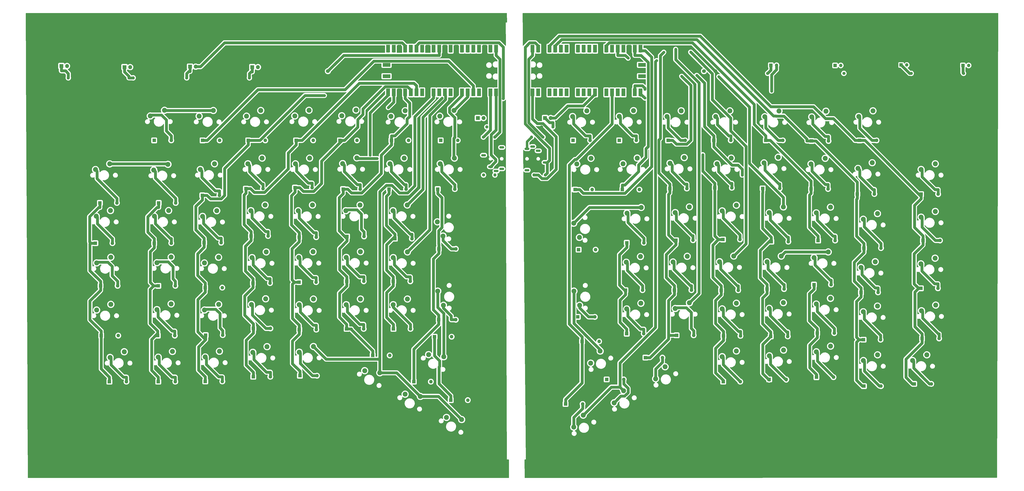
<source format=gbr>
%TF.GenerationSoftware,KiCad,Pcbnew,7.0.1-3b83917a11~172~ubuntu22.04.1*%
%TF.CreationDate,2023-03-31T12:58:08+02:00*%
%TF.ProjectId,Europe-ergo,4575726f-7065-42d6-9572-676f2e6b6963,rev?*%
%TF.SameCoordinates,Original*%
%TF.FileFunction,Copper,L2,Bot*%
%TF.FilePolarity,Positive*%
%FSLAX46Y46*%
G04 Gerber Fmt 4.6, Leading zero omitted, Abs format (unit mm)*
G04 Created by KiCad (PCBNEW 7.0.1-3b83917a11~172~ubuntu22.04.1) date 2023-03-31 12:58:08*
%MOMM*%
%LPD*%
G01*
G04 APERTURE LIST*
%TA.AperFunction,ComponentPad*%
%ADD10O,1.100000X2.200000*%
%TD*%
%TA.AperFunction,ComponentPad*%
%ADD11O,2.200000X1.100000*%
%TD*%
%TA.AperFunction,ComponentPad*%
%ADD12R,1.600000X1.600000*%
%TD*%
%TA.AperFunction,ComponentPad*%
%ADD13O,1.600000X1.600000*%
%TD*%
%TA.AperFunction,ComponentPad*%
%ADD14C,7.500000*%
%TD*%
%TA.AperFunction,ComponentPad*%
%ADD15C,2.200000*%
%TD*%
%TA.AperFunction,ComponentPad*%
%ADD16R,1.500000X1.500000*%
%TD*%
%TA.AperFunction,ComponentPad*%
%ADD17O,1.500000X1.500000*%
%TD*%
%TA.AperFunction,ComponentPad*%
%ADD18C,1.400000*%
%TD*%
%TA.AperFunction,ComponentPad*%
%ADD19O,1.400000X1.400000*%
%TD*%
%TA.AperFunction,ComponentPad*%
%ADD20R,1.800000X1.800000*%
%TD*%
%TA.AperFunction,ComponentPad*%
%ADD21O,1.800000X1.800000*%
%TD*%
%TA.AperFunction,ComponentPad*%
%ADD22C,1.700000*%
%TD*%
%TA.AperFunction,ComponentPad*%
%ADD23O,1.700000X1.700000*%
%TD*%
%TA.AperFunction,SMDPad,CuDef*%
%ADD24R,1.700000X3.500000*%
%TD*%
%TA.AperFunction,ComponentPad*%
%ADD25R,1.700000X1.700000*%
%TD*%
%TA.AperFunction,SMDPad,CuDef*%
%ADD26R,3.500000X1.700000*%
%TD*%
%TA.AperFunction,ViaPad*%
%ADD27C,0.800000*%
%TD*%
%TA.AperFunction,Conductor*%
%ADD28C,1.240000*%
%TD*%
%TA.AperFunction,Conductor*%
%ADD29C,1.100000*%
%TD*%
G04 APERTURE END LIST*
D10*
%TO.P,J2,1,Pin_1*%
%TO.N,GNDR*%
X326275000Y-91550000D03*
D11*
%TO.P,J2,2,Pin_2*%
%TO.N,sdaR*%
X322975000Y-88650000D03*
%TO.P,J2,3,Pin_3*%
%TO.N,sclR*%
X326075000Y-93850000D03*
%TO.P,J2,4,Pin_4*%
%TO.N,VCCR*%
X317975000Y-87750000D03*
%TO.P,J2,SH1*%
%TO.N,N/C*%
X317975000Y-97350000D03*
%TO.P,J2,SH2*%
X320475000Y-86750000D03*
%TD*%
D10*
%TO.P,J1,1,Pin_1*%
%TO.N,GNDL*%
X298370000Y-92930000D03*
D11*
%TO.P,J1,2,Pin_2*%
%TO.N,SDA I2C0*%
X301670000Y-95830000D03*
%TO.P,J1,3,Pin_3*%
%TO.N,SCL I2C0*%
X298570000Y-90630000D03*
%TO.P,J1,4,Pin_4*%
%TO.N,VCCL*%
X306670000Y-96730000D03*
%TO.P,J1,SH1*%
%TO.N,N/C*%
X306670000Y-87130000D03*
%TO.P,J1,SH2*%
X304170000Y-97730000D03*
%TD*%
D12*
%TO.P,D85,1,K*%
%TO.N,COL4R*%
X426860000Y-171760000D03*
D13*
%TO.P,D85,2,A*%
%TO.N,Net-(D85-A)*%
X434480000Y-171760000D03*
%TD*%
D12*
%TO.P,D90,1,K*%
%TO.N,COL2*%
X153190000Y-192000000D03*
D13*
%TO.P,D90,2,A*%
%TO.N,Net-(D90-A)*%
X160810000Y-192000000D03*
%TD*%
D12*
%TO.P,D92,1,K*%
%TO.N,COL8*%
X267380000Y-192000000D03*
D13*
%TO.P,D92,2,A*%
%TO.N,Net-(D92-A)*%
X275000000Y-192000000D03*
%TD*%
D14*
%TO.P,H13,1,1*%
%TO.N,GNDL*%
X302750000Y-32600000D03*
%TD*%
D12*
%TO.P,D3,1,K*%
%TO.N,COL3*%
X193400000Y-84000000D03*
D13*
%TO.P,D3,2,A*%
%TO.N,Net-(D3-A)*%
X201020000Y-84000000D03*
%TD*%
D12*
%TO.P,D22,1,K*%
%TO.N,COL4*%
X192360000Y-105600000D03*
D13*
%TO.P,D22,2,A*%
%TO.N,Net-(D22-A)*%
X199980000Y-105600000D03*
%TD*%
D15*
%TO.P,SW41,1*%
%TO.N,ROW3R*%
X338820000Y-121080000D03*
%TO.P,SW41,2*%
%TO.N,Net-(D44-A)*%
X341360000Y-127430000D03*
%TD*%
%TO.P,SW64,1*%
%TO.N,ROW5*%
X158960000Y-157200000D03*
%TO.P,SW64,2*%
%TO.N,Net-(D72-A)*%
X152610000Y-159740000D03*
%TD*%
%TO.P,SW48,1*%
%TO.N,ROW3R*%
X500395000Y-115800000D03*
%TO.P,SW48,2*%
%TO.N,Net-(D46-A)*%
X494045000Y-118340000D03*
%TD*%
D12*
%TO.P,D95,1,K*%
%TO.N,COL8R*%
X353550000Y-191000000D03*
D13*
%TO.P,D95,2,A*%
%TO.N,Net-(D95-A)*%
X361170000Y-191000000D03*
%TD*%
D12*
%TO.P,D94,1,K*%
%TO.N,Arrow-Right*%
X335190000Y-202000000D03*
D13*
%TO.P,D94,2,A*%
%TO.N,Net-(D94-A)*%
X342810000Y-202000000D03*
%TD*%
D14*
%TO.P,H6,1,1*%
%TO.N,GNDR*%
X521000000Y-32600000D03*
%TD*%
D16*
%TO.P,D42,1,K*%
%TO.N,Net-(D42-K)*%
X512730000Y-50440000D03*
D17*
%TO.P,D42,2,A*%
%TO.N,PWM1R*%
X515270000Y-50440000D03*
%TD*%
D15*
%TO.P,SW45,1*%
%TO.N,ROW3R*%
X432540000Y-113800000D03*
%TO.P,SW45,2*%
%TO.N,Net-(D56-A)*%
X426190000Y-116340000D03*
%TD*%
%TO.P,SW76,1*%
%TO.N,ROW5R*%
X411540000Y-156880000D03*
%TO.P,SW76,2*%
%TO.N,Net-(D84-A)*%
X405190000Y-159420000D03*
%TD*%
D12*
%TO.P,D55,1,K*%
%TO.N,COL5R*%
X405520000Y-128360000D03*
D13*
%TO.P,D55,2,A*%
%TO.N,Net-(D55-A)*%
X413140000Y-128360000D03*
%TD*%
D12*
%TO.P,D72,1,K*%
%TO.N,COL2*%
X152960000Y-171380000D03*
D13*
%TO.P,D72,2,A*%
%TO.N,Net-(D72-A)*%
X160580000Y-171380000D03*
%TD*%
D15*
%TO.P,SW83,1*%
%TO.N,ROW6*%
X180540000Y-178420000D03*
%TO.P,SW83,2*%
%TO.N,Net-(D99-A)*%
X174190000Y-180960000D03*
%TD*%
D12*
%TO.P,D44,1,K*%
%TO.N,COL8R*%
X341000000Y-132920000D03*
D13*
%TO.P,D44,2,A*%
%TO.N,Net-(D44-A)*%
X348620000Y-132920000D03*
%TD*%
D15*
%TO.P,SW62,1*%
%TO.N,ROW4R*%
X500295000Y-136720000D03*
%TO.P,SW62,2*%
%TO.N,Net-(D60-A)*%
X493945000Y-139260000D03*
%TD*%
D18*
%TO.P,R2,1*%
%TO.N,GNDL*%
X136920000Y-56000000D03*
D19*
%TO.P,R2,2*%
%TO.N,Net-(D32-K)*%
X142000000Y-56000000D03*
%TD*%
D15*
%TO.P,SW47,1*%
%TO.N,ROW3R*%
X474540000Y-116760000D03*
%TO.P,SW47,2*%
%TO.N,Net-(D45-A)*%
X468190000Y-119300000D03*
%TD*%
D14*
%TO.P,H5,1,1*%
%TO.N,GNDL*%
X100900000Y-228000000D03*
%TD*%
D15*
%TO.P,SW91,1*%
%TO.N,ROW6R*%
X379659700Y-185330600D03*
%TO.P,SW91,2*%
%TO.N,Net-(D96-A)*%
X375430439Y-190705305D03*
%TD*%
%TO.P,SW75,1*%
%TO.N,ROW5R*%
X390540000Y-156720000D03*
%TO.P,SW75,2*%
%TO.N,Net-(D83-A)*%
X384190000Y-159260000D03*
%TD*%
D14*
%TO.P,H1,1,1*%
%TO.N,GNDL*%
X100500000Y-34000000D03*
%TD*%
D18*
%TO.P,R14,1*%
%TO.N,SCL I2C0*%
X298460000Y-82500000D03*
D19*
%TO.P,R14,2*%
%TO.N,VCCL*%
X303540000Y-82500000D03*
%TD*%
D15*
%TO.P,SW40,1*%
%TO.N,ROW3*%
X277920000Y-120460000D03*
%TO.P,SW40,2*%
%TO.N,Net-(D35-A)*%
X280460000Y-126810000D03*
%TD*%
D12*
%TO.P,D34,1,K*%
%TO.N,COL2*%
X151400000Y-130000000D03*
D13*
%TO.P,D34,2,A*%
%TO.N,Net-(D34-A)*%
X159020000Y-130000000D03*
%TD*%
D15*
%TO.P,SW61,1*%
%TO.N,ROW4R*%
X473540000Y-138300000D03*
%TO.P,SW61,2*%
%TO.N,Net-(D59-A)*%
X467190000Y-140840000D03*
%TD*%
D18*
%TO.P,R3,1*%
%TO.N,GNDL*%
X171000000Y-56000000D03*
D19*
%TO.P,R3,2*%
%TO.N,Net-(D36-K)*%
X165920000Y-56000000D03*
%TD*%
D12*
%TO.P,D49,1,K*%
%TO.N,COL3*%
X173690000Y-129800000D03*
D13*
%TO.P,D49,2,A*%
%TO.N,Net-(D49-A)*%
X181310000Y-129800000D03*
%TD*%
D15*
%TO.P,SW13,1*%
%TO.N,ROW1R*%
X451540000Y-70920000D03*
%TO.P,SW13,2*%
%TO.N,Net-(D6-A)*%
X445190000Y-73460000D03*
%TD*%
%TO.P,SW39,1*%
%TO.N,ROW3*%
X264460000Y-112920000D03*
%TO.P,SW39,2*%
%TO.N,Net-(D48-A)*%
X258110000Y-115460000D03*
%TD*%
%TO.P,SW36,1*%
%TO.N,ROW3*%
X200960000Y-112920000D03*
%TO.P,SW36,2*%
%TO.N,Net-(D52-A)*%
X194610000Y-115460000D03*
%TD*%
D14*
%TO.P,H16,1,1*%
%TO.N,GNDR*%
X427400000Y-229450000D03*
%TD*%
D12*
%TO.P,D83,1,K*%
%TO.N,COL6R*%
X384800000Y-171260000D03*
D13*
%TO.P,D83,2,A*%
%TO.N,Net-(D83-A)*%
X392420000Y-171260000D03*
%TD*%
D12*
%TO.P,D102,1,K*%
%TO.N,COL4*%
X195660000Y-189800000D03*
D13*
%TO.P,D102,2,A*%
%TO.N,Net-(D102-A)*%
X203280000Y-189800000D03*
%TD*%
D12*
%TO.P,D5,1,K*%
%TO.N,COL7*%
X279380000Y-84000000D03*
D13*
%TO.P,D5,2,A*%
%TO.N,Net-(D5-A)*%
X287000000Y-84000000D03*
%TD*%
D15*
%TO.P,SW29,1*%
%TO.N,ROW2R*%
X430210000Y-91530000D03*
%TO.P,SW29,2*%
%TO.N,Net-(D29-A)*%
X423860000Y-94070000D03*
%TD*%
D12*
%TO.P,D65,1,K*%
%TO.N,COL4*%
X195510000Y-147900000D03*
D13*
%TO.P,D65,2,A*%
%TO.N,Net-(D65-A)*%
X203130000Y-147900000D03*
%TD*%
D15*
%TO.P,SW58,1*%
%TO.N,ROW4R*%
X410350000Y-135760000D03*
%TO.P,SW58,2*%
%TO.N,Net-(D68-A)*%
X404000000Y-138300000D03*
%TD*%
%TO.P,SW60,1*%
%TO.N,ROW4R*%
X452540000Y-133960000D03*
%TO.P,SW60,2*%
%TO.N,Net-(D70-A)*%
X446190000Y-136500000D03*
%TD*%
D12*
%TO.P,D99,1,K*%
%TO.N,COL3*%
X174200000Y-191900000D03*
D13*
%TO.P,D99,2,A*%
%TO.N,Net-(D99-A)*%
X181820000Y-191900000D03*
%TD*%
D15*
%TO.P,SW84,1*%
%TO.N,ROW6*%
X201820000Y-176320000D03*
%TO.P,SW84,2*%
%TO.N,Net-(D102-A)*%
X195470000Y-178860000D03*
%TD*%
D14*
%TO.P,H2,1,1*%
%TO.N,GNDR*%
X521000000Y-229450000D03*
%TD*%
D15*
%TO.P,SW6,1*%
%TO.N,ROW1*%
X263540000Y-70720000D03*
%TO.P,SW6,2*%
%TO.N,Net-(D4-A)*%
X257190000Y-73260000D03*
%TD*%
D12*
%TO.P,D50,1,K*%
%TO.N,COL7R*%
X362550000Y-129840000D03*
D13*
%TO.P,D50,2,A*%
%TO.N,Net-(D50-A)*%
X370170000Y-129840000D03*
%TD*%
D20*
%TO.P,D38,1,K*%
%TO.N,Net-(D38-K)*%
X296000000Y-74000000D03*
D21*
%TO.P,D38,2,A*%
%TO.N,PWM5*%
X298540000Y-74000000D03*
%TD*%
D15*
%TO.P,SW50,1*%
%TO.N,ROW4*%
X158970000Y-136220000D03*
%TO.P,SW50,2*%
%TO.N,Net-(D58-A)*%
X152620000Y-138760000D03*
%TD*%
D12*
%TO.P,D48,1,K*%
%TO.N,COL7*%
X258920000Y-128000000D03*
D13*
%TO.P,D48,2,A*%
%TO.N,Net-(D48-A)*%
X266540000Y-128000000D03*
%TD*%
D15*
%TO.P,SW46,1*%
%TO.N,ROW3R*%
X453540000Y-113900000D03*
%TO.P,SW46,2*%
%TO.N,Net-(D54-A)*%
X447190000Y-116440000D03*
%TD*%
D12*
%TO.P,D16,1,K*%
%TO.N,COL2*%
X153380000Y-112000000D03*
D13*
%TO.P,D16,2,A*%
%TO.N,Net-(D16-A)*%
X161000000Y-112000000D03*
%TD*%
D12*
%TO.P,D80,1,K*%
%TO.N,COL4*%
X195700000Y-168180000D03*
D13*
%TO.P,D80,2,A*%
%TO.N,Net-(D80-A)*%
X203320000Y-168180000D03*
%TD*%
D18*
%TO.P,R6,1*%
%TO.N,Net-(D39-K)*%
X425470000Y-54000000D03*
D19*
%TO.P,R6,2*%
%TO.N,GNDR*%
X430550000Y-54000000D03*
%TD*%
D15*
%TO.P,SW96,1*%
%TO.N,ROW6R*%
X496610000Y-180000000D03*
%TO.P,SW96,2*%
%TO.N,Net-(D98-A)*%
X490260000Y-182540000D03*
%TD*%
D12*
%TO.P,D93,1,K*%
%TO.N,Arrow-Left*%
X283889600Y-200284700D03*
D13*
%TO.P,D93,2,A*%
%TO.N,Net-(D93-A)*%
X291509600Y-200284700D03*
%TD*%
D12*
%TO.P,D23,1,K*%
%TO.N,COL5*%
X214300000Y-105140000D03*
D13*
%TO.P,D23,2,A*%
%TO.N,Net-(D23-A)*%
X221920000Y-105140000D03*
%TD*%
D15*
%TO.P,SW44,1*%
%TO.N,ROW3R*%
X411540000Y-113020000D03*
%TO.P,SW44,2*%
%TO.N,Net-(D55-A)*%
X405190000Y-115560000D03*
%TD*%
D12*
%TO.P,D18,1,K*%
%TO.N,COL8R*%
X339410000Y-106005000D03*
D13*
%TO.P,D18,2,A*%
%TO.N,Net-(D18-A)*%
X347030000Y-106005000D03*
%TD*%
D15*
%TO.P,SW34,1*%
%TO.N,ROW3*%
X157840000Y-115420000D03*
%TO.P,SW34,2*%
%TO.N,Net-(D34-A)*%
X151490000Y-117960000D03*
%TD*%
%TO.P,SW22,1*%
%TO.N,ROW2*%
X241940000Y-91820000D03*
%TO.P,SW22,2*%
%TO.N,Net-(D24-A)*%
X235590000Y-94360000D03*
%TD*%
%TO.P,SW18,1*%
%TO.N,ROW2*%
X157540000Y-94720000D03*
%TO.P,SW18,2*%
%TO.N,Net-(D16-A)*%
X151190000Y-97260000D03*
%TD*%
D12*
%TO.P,D57,1,K*%
%TO.N,COL1*%
X127410000Y-149100000D03*
D13*
%TO.P,D57,2,A*%
%TO.N,Net-(D57-A)*%
X135030000Y-149100000D03*
%TD*%
D15*
%TO.P,SW80,1*%
%TO.N,ROW5R*%
X500595000Y-157720000D03*
%TO.P,SW80,2*%
%TO.N,Net-(D78-A)*%
X494245000Y-160260000D03*
%TD*%
%TO.P,SW17,1*%
%TO.N,ROW2*%
X131500000Y-94520000D03*
%TO.P,SW17,2*%
%TO.N,Net-(D15-A)*%
X125150000Y-97060000D03*
%TD*%
D12*
%TO.P,D59,1,K*%
%TO.N,COL2R*%
X467190000Y-152040000D03*
D13*
%TO.P,D59,2,A*%
%TO.N,Net-(D59-A)*%
X474810000Y-152040000D03*
%TD*%
D15*
%TO.P,SW2,1*%
%TO.N,ROW1*%
X177800000Y-70620000D03*
%TO.P,SW2,2*%
%TO.N,Net-(D2-A)*%
X171450000Y-73160000D03*
%TD*%
D12*
%TO.P,D62,1,K*%
%TO.N,COL6*%
X237390000Y-147100000D03*
D13*
%TO.P,D62,2,A*%
%TO.N,Net-(D62-A)*%
X245010000Y-147100000D03*
%TD*%
D12*
%TO.P,D88,1,K*%
%TO.N,COL7R*%
X362520000Y-170525000D03*
D13*
%TO.P,D88,2,A*%
%TO.N,Net-(D88-A)*%
X370140000Y-170525000D03*
%TD*%
D15*
%TO.P,SW42,1*%
%TO.N,ROW3R*%
X368970000Y-114000000D03*
%TO.P,SW42,2*%
%TO.N,Net-(D50-A)*%
X362620000Y-116540000D03*
%TD*%
D12*
%TO.P,D47,1,K*%
%TO.N,COL6*%
X237540000Y-127000000D03*
D13*
%TO.P,D47,2,A*%
%TO.N,Net-(D47-A)*%
X245160000Y-127000000D03*
%TD*%
D12*
%TO.P,D15,1,K*%
%TO.N,COL1*%
X127110000Y-112000000D03*
D13*
%TO.P,D15,2,A*%
%TO.N,Net-(D15-A)*%
X134730000Y-112000000D03*
%TD*%
D12*
%TO.P,D71,1,K*%
%TO.N,COL1*%
X127700000Y-171380000D03*
D13*
%TO.P,D71,2,A*%
%TO.N,Net-(D71-A)*%
X135320000Y-171380000D03*
%TD*%
D18*
%TO.P,R8,1*%
%TO.N,Net-(D41-K)*%
X489630000Y-54000000D03*
D19*
%TO.P,R8,2*%
%TO.N,GNDR*%
X484550000Y-54000000D03*
%TD*%
D12*
%TO.P,D52,1,K*%
%TO.N,COL4*%
X194630000Y-126800000D03*
D13*
%TO.P,D52,2,A*%
%TO.N,Net-(D52-A)*%
X202250000Y-126800000D03*
%TD*%
D15*
%TO.P,SW9,1*%
%TO.N,ROW1R*%
X365540000Y-70660000D03*
%TO.P,SW9,2*%
%TO.N,Net-(D9-A)*%
X359190000Y-73200000D03*
%TD*%
D12*
%TO.P,D20,1,K*%
%TO.N,COL1R*%
X494045000Y-108065000D03*
D13*
%TO.P,D20,2,A*%
%TO.N,Net-(D20-A)*%
X501665000Y-108065000D03*
%TD*%
D15*
%TO.P,SW19,1*%
%TO.N,ROW2*%
X178350000Y-94460000D03*
%TO.P,SW19,2*%
%TO.N,Net-(D21-A)*%
X172000000Y-97000000D03*
%TD*%
D14*
%TO.P,H10,1,1*%
%TO.N,GNDR*%
X322000000Y-32650000D03*
%TD*%
D12*
%TO.P,D66,1,K*%
%TO.N,COL7R*%
X361930000Y-151040000D03*
D13*
%TO.P,D66,2,A*%
%TO.N,Net-(D66-A)*%
X369550000Y-151040000D03*
%TD*%
D12*
%TO.P,D67,1,K*%
%TO.N,COL6R*%
X383800000Y-151040000D03*
D13*
%TO.P,D67,2,A*%
%TO.N,Net-(D67-A)*%
X391420000Y-151040000D03*
%TD*%
D12*
%TO.P,D104,1,K*%
%TO.N,COL4R*%
X426170000Y-191000000D03*
D13*
%TO.P,D104,2,A*%
%TO.N,Net-(D104-A)*%
X433790000Y-191000000D03*
%TD*%
D15*
%TO.P,SW70,1*%
%TO.N,ROW5*%
X278100000Y-151460000D03*
%TO.P,SW70,2*%
%TO.N,Net-(D73-A)*%
X280640000Y-157810000D03*
%TD*%
D12*
%TO.P,D73,1,K*%
%TO.N,COL8*%
X278520000Y-164280000D03*
D13*
%TO.P,D73,2,A*%
%TO.N,Net-(D73-A)*%
X286140000Y-164280000D03*
%TD*%
D12*
%TO.P,D86,1,K*%
%TO.N,COL3R*%
X447620000Y-170260000D03*
D13*
%TO.P,D86,2,A*%
%TO.N,Net-(D86-A)*%
X455240000Y-170260000D03*
%TD*%
D15*
%TO.P,SW11,1*%
%TO.N,ROW1R*%
X408620000Y-70780000D03*
%TO.P,SW11,2*%
%TO.N,Net-(D14-A)*%
X402270000Y-73320000D03*
%TD*%
D12*
%TO.P,D28,1,K*%
%TO.N,COL5R*%
X401860000Y-105225000D03*
D13*
%TO.P,D28,2,A*%
%TO.N,Net-(D28-A)*%
X409480000Y-105225000D03*
%TD*%
D18*
%TO.P,R1,1*%
%TO.N,GNDL*%
X107920000Y-56000000D03*
D19*
%TO.P,R1,2*%
%TO.N,Net-(D31-K)*%
X113000000Y-56000000D03*
%TD*%
D15*
%TO.P,SW89,1*%
%TO.N,ROW6R*%
X343069700Y-206990600D03*
%TO.P,SW89,2*%
%TO.N,Net-(D94-A)*%
X338840439Y-212365305D03*
%TD*%
D16*
%TO.P,D40,1,K*%
%TO.N,Net-(D40-K)*%
X455614700Y-50440000D03*
D17*
%TO.P,D40,2,A*%
%TO.N,PWM3R*%
X458154700Y-50440000D03*
%TD*%
D15*
%TO.P,SW94,1*%
%TO.N,ROW6R*%
X453610000Y-176100000D03*
%TO.P,SW94,2*%
%TO.N,Net-(D101-A)*%
X447260000Y-178640000D03*
%TD*%
D12*
%TO.P,D30,1,K*%
%TO.N,COL3R*%
X444860000Y-105740000D03*
D13*
%TO.P,D30,2,A*%
%TO.N,Net-(D30-A)*%
X452480000Y-105740000D03*
%TD*%
D15*
%TO.P,SW1,1*%
%TO.N,ROW1*%
X156000000Y-70520000D03*
%TO.P,SW1,2*%
%TO.N,Net-(D1-A)*%
X149650000Y-73060000D03*
%TD*%
D14*
%TO.P,H8,1,1*%
%TO.N,GNDR*%
X426550000Y-32650000D03*
%TD*%
D15*
%TO.P,SW53,1*%
%TO.N,ROW4*%
X222380000Y-133860000D03*
%TO.P,SW53,2*%
%TO.N,Net-(D61-A)*%
X216030000Y-136400000D03*
%TD*%
%TO.P,SW56,1*%
%TO.N,ROW4R*%
X368670000Y-136000000D03*
%TO.P,SW56,2*%
%TO.N,Net-(D66-A)*%
X362320000Y-138540000D03*
%TD*%
D12*
%TO.P,D60,1,K*%
%TO.N,COL1R*%
X493945000Y-150205000D03*
D13*
%TO.P,D60,2,A*%
%TO.N,Net-(D60-A)*%
X501565000Y-150205000D03*
%TD*%
D15*
%TO.P,SW72,1*%
%TO.N,ROW5R*%
X350659700Y-178330600D03*
%TO.P,SW72,2*%
%TO.N,Net-(D75-A)*%
X346430439Y-183705305D03*
%TD*%
%TO.P,SW78,1*%
%TO.N,ROW5R*%
X453540000Y-154720000D03*
%TO.P,SW78,2*%
%TO.N,Net-(D86-A)*%
X447190000Y-157260000D03*
%TD*%
D12*
%TO.P,D63,1,K*%
%TO.N,COL7*%
X258190000Y-147100000D03*
D13*
%TO.P,D63,2,A*%
%TO.N,Net-(D63-A)*%
X265810000Y-147100000D03*
%TD*%
D12*
%TO.P,D51,1,K*%
%TO.N,COL6R*%
X384520000Y-128700000D03*
D13*
%TO.P,D51,2,A*%
%TO.N,Net-(D51-A)*%
X392140000Y-128700000D03*
%TD*%
D15*
%TO.P,SW77,1*%
%TO.N,ROW5R*%
X432540000Y-156640000D03*
%TO.P,SW77,2*%
%TO.N,Net-(D85-A)*%
X426190000Y-159180000D03*
%TD*%
%TO.P,SW28,1*%
%TO.N,ROW2R*%
X409210000Y-91920000D03*
%TO.P,SW28,2*%
%TO.N,Net-(D28-A)*%
X402860000Y-94460000D03*
%TD*%
D12*
%TO.P,D13,1,K*%
%TO.N,COL5R*%
X381000000Y-84000000D03*
D13*
%TO.P,D13,2,A*%
%TO.N,Net-(D13-A)*%
X388620000Y-84000000D03*
%TD*%
D20*
%TO.P,D32,1,K*%
%TO.N,Net-(D32-K)*%
X138100000Y-51200000D03*
D21*
%TO.P,D32,2,A*%
%TO.N,PWM2*%
X140640000Y-51200000D03*
%TD*%
D15*
%TO.P,SW95,1*%
%TO.N,ROW6R*%
X474610000Y-180000000D03*
%TO.P,SW95,2*%
%TO.N,Net-(D97-A)*%
X468260000Y-182540000D03*
%TD*%
%TO.P,SW3,1*%
%TO.N,ROW1*%
X199000000Y-70620000D03*
%TO.P,SW3,2*%
%TO.N,Net-(D3-A)*%
X192650000Y-73160000D03*
%TD*%
D12*
%TO.P,D78,1,K*%
%TO.N,COL1R*%
X494475000Y-172660000D03*
D13*
%TO.P,D78,2,A*%
%TO.N,Net-(D78-A)*%
X502095000Y-172660000D03*
%TD*%
D12*
%TO.P,D12,1,K*%
%TO.N,COL5*%
X234380000Y-84000000D03*
D13*
%TO.P,D12,2,A*%
%TO.N,Net-(D12-A)*%
X242000000Y-84000000D03*
%TD*%
D12*
%TO.P,D2,1,K*%
%TO.N,COL2*%
X173000000Y-84000000D03*
D13*
%TO.P,D2,2,A*%
%TO.N,Net-(D2-A)*%
X180620000Y-84000000D03*
%TD*%
D15*
%TO.P,SW7,1*%
%TO.N,ROW1*%
X285340000Y-70620000D03*
%TO.P,SW7,2*%
%TO.N,Net-(D5-A)*%
X278990000Y-73160000D03*
%TD*%
%TO.P,SW55,1*%
%TO.N,ROW4*%
X264540000Y-133920000D03*
%TO.P,SW55,2*%
%TO.N,Net-(D63-A)*%
X258190000Y-136460000D03*
%TD*%
D18*
%TO.P,R9,1*%
%TO.N,Net-(D42-K)*%
X513010000Y-54000000D03*
D19*
%TO.P,R9,2*%
%TO.N,GNDR*%
X518090000Y-54000000D03*
%TD*%
D12*
%TO.P,D87,1,K*%
%TO.N,COL7*%
X258280000Y-168380000D03*
D13*
%TO.P,D87,2,A*%
%TO.N,Net-(D87-A)*%
X265900000Y-168380000D03*
%TD*%
D12*
%TO.P,D53,1,K*%
%TO.N,COL5*%
X216140000Y-127340000D03*
D13*
%TO.P,D53,2,A*%
%TO.N,Net-(D53-A)*%
X223760000Y-127340000D03*
%TD*%
D15*
%TO.P,SW57,1*%
%TO.N,ROW4R*%
X389540000Y-135900000D03*
%TO.P,SW57,2*%
%TO.N,Net-(D67-A)*%
X383190000Y-138440000D03*
%TD*%
D18*
%TO.P,R11,1*%
%TO.N,sclR*%
X326170000Y-99500000D03*
D19*
%TO.P,R11,2*%
%TO.N,VCCR*%
X321090000Y-99500000D03*
%TD*%
D14*
%TO.P,H15,1,1*%
%TO.N,GNDL*%
X302200000Y-227800000D03*
%TD*%
%TO.P,H9,1,1*%
%TO.N,GNDL*%
X300900000Y-128800000D03*
%TD*%
D12*
%TO.P,D46,1,K*%
%TO.N,COL1R*%
X494855000Y-128800000D03*
D13*
%TO.P,D46,2,A*%
%TO.N,Net-(D46-A)*%
X502475000Y-128800000D03*
%TD*%
D12*
%TO.P,D4,1,K*%
%TO.N,COL6*%
X257380000Y-84000000D03*
D13*
%TO.P,D4,2,A*%
%TO.N,Net-(D4-A)*%
X265000000Y-84000000D03*
%TD*%
D14*
%TO.P,H7,1,1*%
%TO.N,GNDL*%
X100500000Y-129000000D03*
%TD*%
D12*
%TO.P,D101,1,K*%
%TO.N,COL3R*%
X447290000Y-190000000D03*
D13*
%TO.P,D101,2,A*%
%TO.N,Net-(D101-A)*%
X454910000Y-190000000D03*
%TD*%
D12*
%TO.P,D68,1,K*%
%TO.N,COL5R*%
X404710000Y-151100000D03*
D13*
%TO.P,D68,2,A*%
%TO.N,Net-(D68-A)*%
X412330000Y-151100000D03*
%TD*%
D14*
%TO.P,H4,1,1*%
%TO.N,GNDR*%
X521000000Y-129000000D03*
%TD*%
D12*
%TO.P,D82,1,K*%
%TO.N,COL6*%
X237380000Y-168380000D03*
D13*
%TO.P,D82,2,A*%
%TO.N,Net-(D82-A)*%
X245000000Y-168380000D03*
%TD*%
D15*
%TO.P,SW14,1*%
%TO.N,ROW1R*%
X472540000Y-70760000D03*
%TO.P,SW14,2*%
%TO.N,Net-(D7-A)*%
X466190000Y-73300000D03*
%TD*%
D12*
%TO.P,D19,1,K*%
%TO.N,COL2R*%
X465560000Y-108005000D03*
D13*
%TO.P,D19,2,A*%
%TO.N,Net-(D19-A)*%
X473180000Y-108005000D03*
%TD*%
D15*
%TO.P,SW52,1*%
%TO.N,ROW4*%
X201460000Y-133920000D03*
%TO.P,SW52,2*%
%TO.N,Net-(D65-A)*%
X195110000Y-136460000D03*
%TD*%
D12*
%TO.P,D7,1,K*%
%TO.N,COL1R*%
X466520000Y-84000000D03*
D13*
%TO.P,D7,2,A*%
%TO.N,Net-(D7-A)*%
X474140000Y-84000000D03*
%TD*%
D12*
%TO.P,D69,1,K*%
%TO.N,COL4R*%
X425200000Y-150540000D03*
D13*
%TO.P,D69,2,A*%
%TO.N,Net-(D69-A)*%
X432820000Y-150540000D03*
%TD*%
D12*
%TO.P,D75,1,K*%
%TO.N,Arrow-Right*%
X342560000Y-173970600D03*
D13*
%TO.P,D75,2,A*%
%TO.N,Net-(D75-A)*%
X350180000Y-173970600D03*
%TD*%
D16*
%TO.P,D39,1,K*%
%TO.N,Net-(D39-K)*%
X426914700Y-50340000D03*
D17*
%TO.P,D39,2,A*%
%TO.N,PWM4R*%
X429454700Y-50340000D03*
%TD*%
D15*
%TO.P,SW71,1*%
%TO.N,ROW5*%
X280739700Y-180870600D03*
%TO.P,SW71,2*%
%TO.N,Net-(D74-A)*%
X273970439Y-179895305D03*
%TD*%
%TO.P,SW67,1*%
%TO.N,ROW5*%
X222540000Y-155040000D03*
%TO.P,SW67,2*%
%TO.N,Net-(D81-A)*%
X216190000Y-157580000D03*
%TD*%
%TO.P,SW49,1*%
%TO.N,ROW4*%
X132000000Y-136320000D03*
%TO.P,SW49,2*%
%TO.N,Net-(D57-A)*%
X125650000Y-138860000D03*
%TD*%
%TO.P,SW21,1*%
%TO.N,ROW2*%
X220840000Y-91960000D03*
%TO.P,SW21,2*%
%TO.N,Net-(D23-A)*%
X214490000Y-94500000D03*
%TD*%
%TO.P,SW82,1*%
%TO.N,ROW6*%
X159540000Y-178500000D03*
%TO.P,SW82,2*%
%TO.N,Net-(D90-A)*%
X153190000Y-181040000D03*
%TD*%
D14*
%TO.P,H14,1,1*%
%TO.N,GNDR*%
X324750000Y-228000000D03*
%TD*%
D12*
%TO.P,D77,1,K*%
%TO.N,COL2R*%
X468320000Y-173220000D03*
D13*
%TO.P,D77,2,A*%
%TO.N,Net-(D77-A)*%
X475940000Y-173220000D03*
%TD*%
D12*
%TO.P,D79,1,K*%
%TO.N,COL3*%
X174390000Y-171180000D03*
D13*
%TO.P,D79,2,A*%
%TO.N,Net-(D79-A)*%
X182010000Y-171180000D03*
%TD*%
D15*
%TO.P,SW27,1*%
%TO.N,ROW2R*%
X388210000Y-91660000D03*
%TO.P,SW27,2*%
%TO.N,Net-(D27-A)*%
X381860000Y-94200000D03*
%TD*%
D20*
%TO.P,D31,1,K*%
%TO.N,Net-(D31-K)*%
X109900000Y-50700000D03*
D21*
%TO.P,D31,2,A*%
%TO.N,PWM1*%
X112440000Y-50700000D03*
%TD*%
D18*
%TO.P,R7,1*%
%TO.N,Net-(D40-K)*%
X459550000Y-54000000D03*
D19*
%TO.P,R7,2*%
%TO.N,GNDR*%
X454470000Y-54000000D03*
%TD*%
D12*
%TO.P,D91,1,K*%
%TO.N,COL6*%
X249000000Y-180250000D03*
D13*
%TO.P,D91,2,A*%
%TO.N,Net-(D91-A)*%
X256620000Y-180250000D03*
%TD*%
D18*
%TO.P,R4,1*%
%TO.N,GNDL*%
X199000000Y-56000000D03*
D19*
%TO.P,R4,2*%
%TO.N,Net-(D37-K)*%
X193920000Y-56000000D03*
%TD*%
D12*
%TO.P,D56,1,K*%
%TO.N,COL4R*%
X427100000Y-129340000D03*
D13*
%TO.P,D56,2,A*%
%TO.N,Net-(D56-A)*%
X434720000Y-129340000D03*
%TD*%
D18*
%TO.P,R13,1*%
%TO.N,SDA I2C0*%
X298540000Y-99500000D03*
D19*
%TO.P,R13,2*%
%TO.N,VCCL*%
X303620000Y-99500000D03*
%TD*%
D15*
%TO.P,SW32,1*%
%TO.N,ROW2R*%
X500395000Y-94460000D03*
%TO.P,SW32,2*%
%TO.N,Net-(D20-A)*%
X494045000Y-97000000D03*
%TD*%
%TO.P,SW79,1*%
%TO.N,ROW5R*%
X474540000Y-158180000D03*
%TO.P,SW79,2*%
%TO.N,Net-(D77-A)*%
X468190000Y-160720000D03*
%TD*%
D12*
%TO.P,D89,1,K*%
%TO.N,COL1*%
X131360000Y-192000000D03*
D13*
%TO.P,D89,2,A*%
%TO.N,Net-(D89-A)*%
X138980000Y-192000000D03*
%TD*%
D15*
%TO.P,SW66,1*%
%TO.N,ROW5*%
X201200000Y-154900000D03*
%TO.P,SW66,2*%
%TO.N,Net-(D80-A)*%
X194850000Y-157440000D03*
%TD*%
%TO.P,SW63,1*%
%TO.N,ROW5*%
X132000000Y-157400000D03*
%TO.P,SW63,2*%
%TO.N,Net-(D71-A)*%
X125650000Y-159940000D03*
%TD*%
D18*
%TO.P,R12,1*%
%TO.N,sdaR*%
X325090000Y-82500000D03*
D19*
%TO.P,R12,2*%
%TO.N,VCCR*%
X320010000Y-82500000D03*
%TD*%
D15*
%TO.P,SW90,1*%
%TO.N,ROW6R*%
X361129700Y-196090600D03*
%TO.P,SW90,2*%
%TO.N,Net-(D95-A)*%
X356900439Y-201465305D03*
%TD*%
%TO.P,SW92,1*%
%TO.N,ROW6R*%
X411540000Y-178260000D03*
%TO.P,SW92,2*%
%TO.N,Net-(D103-A)*%
X405190000Y-180800000D03*
%TD*%
D20*
%TO.P,D43,1,K*%
%TO.N,Net-(D43-K)*%
X326000000Y-74000000D03*
D21*
%TO.P,D43,2,A*%
%TO.N,PWM5R*%
X328540000Y-74000000D03*
%TD*%
D15*
%TO.P,SW87,1*%
%TO.N,ROW6*%
X270279700Y-198590600D03*
%TO.P,SW87,2*%
%TO.N,Net-(D92-A)*%
X263510439Y-197615305D03*
%TD*%
D12*
%TO.P,D81,1,K*%
%TO.N,COL5*%
X216190000Y-168720000D03*
D13*
%TO.P,D81,2,A*%
%TO.N,Net-(D81-A)*%
X223810000Y-168720000D03*
%TD*%
D15*
%TO.P,SW4,1*%
%TO.N,ROW1*%
X220540000Y-70520000D03*
%TO.P,SW4,2*%
%TO.N,Net-(D11-A)*%
X214190000Y-73060000D03*
%TD*%
%TO.P,SW37,1*%
%TO.N,ROW3*%
X222080000Y-112960000D03*
%TO.P,SW37,2*%
%TO.N,Net-(D53-A)*%
X215730000Y-115500000D03*
%TD*%
%TO.P,SW33,1*%
%TO.N,ROW3*%
X131860000Y-115420000D03*
%TO.P,SW33,2*%
%TO.N,Net-(D33-A)*%
X125510000Y-117960000D03*
%TD*%
%TO.P,SW51,1*%
%TO.N,ROW4*%
X180150000Y-136320000D03*
%TO.P,SW51,2*%
%TO.N,Net-(D64-A)*%
X173800000Y-138860000D03*
%TD*%
%TO.P,SW5,1*%
%TO.N,ROW1*%
X241540000Y-70420000D03*
%TO.P,SW5,2*%
%TO.N,Net-(D12-A)*%
X235190000Y-72960000D03*
%TD*%
D12*
%TO.P,D14,1,K*%
%TO.N,COL4R*%
X401390000Y-84000000D03*
D13*
%TO.P,D14,2,A*%
%TO.N,Net-(D14-A)*%
X409010000Y-84000000D03*
%TD*%
D12*
%TO.P,D61,1,K*%
%TO.N,COL5*%
X216110000Y-147440000D03*
D13*
%TO.P,D61,2,A*%
%TO.N,Net-(D61-A)*%
X223730000Y-147440000D03*
%TD*%
D15*
%TO.P,SW12,1*%
%TO.N,ROW1R*%
X430540000Y-70860000D03*
%TO.P,SW12,2*%
%TO.N,Net-(D10-A)*%
X424190000Y-73400000D03*
%TD*%
D12*
%TO.P,D96,1,K*%
%TO.N,COL6R*%
X370860000Y-181240000D03*
D13*
%TO.P,D96,2,A*%
%TO.N,Net-(D96-A)*%
X378480000Y-181240000D03*
%TD*%
D12*
%TO.P,D35,1,K*%
%TO.N,COL8*%
X278560000Y-132540000D03*
D13*
%TO.P,D35,2,A*%
%TO.N,Net-(D35-A)*%
X286180000Y-132540000D03*
%TD*%
D14*
%TO.P,H11,1,1*%
%TO.N,GNDL*%
X198400000Y-228000000D03*
%TD*%
D15*
%TO.P,SW31,1*%
%TO.N,ROW2R*%
X472210000Y-94000000D03*
%TO.P,SW31,2*%
%TO.N,Net-(D19-A)*%
X465860000Y-96540000D03*
%TD*%
D12*
%TO.P,D27,1,K*%
%TO.N,COL6R*%
X381760000Y-105565000D03*
D13*
%TO.P,D27,2,A*%
%TO.N,Net-(D27-A)*%
X389380000Y-105565000D03*
%TD*%
D14*
%TO.P,H12,1,1*%
%TO.N,GNDR*%
X323550000Y-128900000D03*
%TD*%
D12*
%TO.P,D45,1,K*%
%TO.N,COL2R*%
X468500000Y-132200000D03*
D13*
%TO.P,D45,2,A*%
%TO.N,Net-(D45-A)*%
X476120000Y-132200000D03*
%TD*%
D15*
%TO.P,SW43,1*%
%TO.N,ROW3R*%
X390540000Y-113760000D03*
%TO.P,SW43,2*%
%TO.N,Net-(D51-A)*%
X384190000Y-116300000D03*
%TD*%
D12*
%TO.P,D33,1,K*%
%TO.N,COL1*%
X125100000Y-130000000D03*
D13*
%TO.P,D33,2,A*%
%TO.N,Net-(D33-A)*%
X132720000Y-130000000D03*
%TD*%
D12*
%TO.P,D100,1,K*%
%TO.N,COL5*%
X216500000Y-189340000D03*
D13*
%TO.P,D100,2,A*%
%TO.N,Net-(D100-A)*%
X224120000Y-189340000D03*
%TD*%
D12*
%TO.P,D11,1,K*%
%TO.N,COL4*%
X214800000Y-84000000D03*
D13*
%TO.P,D11,2,A*%
%TO.N,Net-(D11-A)*%
X222420000Y-84000000D03*
%TD*%
D15*
%TO.P,SW85,1*%
%TO.N,ROW6*%
X222540000Y-176260000D03*
%TO.P,SW85,2*%
%TO.N,Net-(D100-A)*%
X216190000Y-178800000D03*
%TD*%
D12*
%TO.P,D8,1,K*%
%TO.N,COL7R*%
X338550000Y-84000000D03*
D13*
%TO.P,D8,2,A*%
%TO.N,Net-(D8-A)*%
X346170000Y-84000000D03*
%TD*%
D12*
%TO.P,D26,1,K*%
%TO.N,COL7R*%
X360560000Y-106005000D03*
D13*
%TO.P,D26,2,A*%
%TO.N,Net-(D26-A)*%
X368180000Y-106005000D03*
%TD*%
D20*
%TO.P,D37,1,K*%
%TO.N,Net-(D37-K)*%
X195200000Y-51200000D03*
D21*
%TO.P,D37,2,A*%
%TO.N,PWM4*%
X197740000Y-51200000D03*
%TD*%
D15*
%TO.P,SW8,1*%
%TO.N,ROW1R*%
X344670000Y-70760000D03*
%TO.P,SW8,2*%
%TO.N,Net-(D8-A)*%
X338320000Y-73300000D03*
%TD*%
D12*
%TO.P,D17,1,K*%
%TO.N,COL8*%
X278080000Y-105800000D03*
D13*
%TO.P,D17,2,A*%
%TO.N,Net-(D17-A)*%
X285700000Y-105800000D03*
%TD*%
D12*
%TO.P,D9,1,K*%
%TO.N,COL6R*%
X359190000Y-84000000D03*
D13*
%TO.P,D9,2,A*%
%TO.N,Net-(D9-A)*%
X366810000Y-84000000D03*
%TD*%
D15*
%TO.P,SW10,1*%
%TO.N,ROW1R*%
X386880000Y-70760000D03*
%TO.P,SW10,2*%
%TO.N,Net-(D13-A)*%
X380530000Y-73300000D03*
%TD*%
D12*
%TO.P,D64,1,K*%
%TO.N,COL3*%
X174180000Y-149900000D03*
D13*
%TO.P,D64,2,A*%
%TO.N,Net-(D64-A)*%
X181800000Y-149900000D03*
%TD*%
D12*
%TO.P,D97,1,K*%
%TO.N,COL2R*%
X468490000Y-194000000D03*
D13*
%TO.P,D97,2,A*%
%TO.N,Net-(D97-A)*%
X476110000Y-194000000D03*
%TD*%
D15*
%TO.P,SW68,1*%
%TO.N,ROW5*%
X243540000Y-155000000D03*
%TO.P,SW68,2*%
%TO.N,Net-(D82-A)*%
X237190000Y-157540000D03*
%TD*%
%TO.P,SW26,1*%
%TO.N,ROW2R*%
X367210000Y-91900000D03*
%TO.P,SW26,2*%
%TO.N,Net-(D26-A)*%
X360860000Y-94440000D03*
%TD*%
%TO.P,SW24,1*%
%TO.N,ROW2*%
X285540000Y-91920000D03*
%TO.P,SW24,2*%
%TO.N,Net-(D17-A)*%
X279190000Y-94460000D03*
%TD*%
D12*
%TO.P,D70,1,K*%
%TO.N,COL3R*%
X446190000Y-148565000D03*
D13*
%TO.P,D70,2,A*%
%TO.N,Net-(D70-A)*%
X453810000Y-148565000D03*
%TD*%
D12*
%TO.P,D76,1,K*%
%TO.N,COL8R*%
X340640000Y-163000000D03*
D13*
%TO.P,D76,2,A*%
%TO.N,Net-(D76-A)*%
X348260000Y-163000000D03*
%TD*%
D15*
%TO.P,SW38,1*%
%TO.N,ROW3*%
X243380000Y-112920000D03*
%TO.P,SW38,2*%
%TO.N,Net-(D47-A)*%
X237030000Y-115460000D03*
%TD*%
D18*
%TO.P,R5,1*%
%TO.N,GNDL*%
X294920000Y-78000000D03*
D19*
%TO.P,R5,2*%
%TO.N,Net-(D38-K)*%
X300000000Y-78000000D03*
%TD*%
D15*
%TO.P,SW35,1*%
%TO.N,ROW3*%
X179350000Y-115460000D03*
%TO.P,SW35,2*%
%TO.N,Net-(D49-A)*%
X173000000Y-118000000D03*
%TD*%
%TO.P,SW81,1*%
%TO.N,ROW6*%
X138000000Y-178600000D03*
%TO.P,SW81,2*%
%TO.N,Net-(D89-A)*%
X131650000Y-181140000D03*
%TD*%
D14*
%TO.P,H3,1,1*%
%TO.N,GNDL*%
X197600000Y-34100000D03*
%TD*%
D12*
%TO.P,D21,1,K*%
%TO.N,COL3*%
X172900000Y-108600000D03*
D13*
%TO.P,D21,2,A*%
%TO.N,Net-(D21-A)*%
X180520000Y-108600000D03*
%TD*%
D12*
%TO.P,D58,1,K*%
%TO.N,COL2*%
X153220000Y-149100000D03*
D13*
%TO.P,D58,2,A*%
%TO.N,Net-(D58-A)*%
X160840000Y-149100000D03*
%TD*%
D15*
%TO.P,SW20,1*%
%TO.N,ROW2*%
X199620000Y-91920000D03*
%TO.P,SW20,2*%
%TO.N,Net-(D22-A)*%
X193270000Y-94460000D03*
%TD*%
D12*
%TO.P,D103,1,K*%
%TO.N,COL5R*%
X405620000Y-192000000D03*
D13*
%TO.P,D103,2,A*%
%TO.N,Net-(D103-A)*%
X413240000Y-192000000D03*
%TD*%
D15*
%TO.P,SW88,1*%
%TO.N,ROW6*%
X288769300Y-208975300D03*
%TO.P,SW88,2*%
%TO.N,Net-(D93-A)*%
X282000039Y-208000005D03*
%TD*%
D12*
%TO.P,D98,1,K*%
%TO.N,COL1R*%
X490970000Y-193000000D03*
D13*
%TO.P,D98,2,A*%
%TO.N,Net-(D98-A)*%
X498590000Y-193000000D03*
%TD*%
D15*
%TO.P,SW86,1*%
%TO.N,ROW6*%
X252199700Y-188040600D03*
%TO.P,SW86,2*%
%TO.N,Net-(D91-A)*%
X245430439Y-187065305D03*
%TD*%
%TO.P,SW23,1*%
%TO.N,ROW2*%
X263040000Y-91920000D03*
%TO.P,SW23,2*%
%TO.N,Net-(D25-A)*%
X256690000Y-94460000D03*
%TD*%
%TO.P,SW73,1*%
%TO.N,ROW5R*%
X338920000Y-151460000D03*
%TO.P,SW73,2*%
%TO.N,Net-(D76-A)*%
X341460000Y-157810000D03*
%TD*%
%TO.P,SW54,1*%
%TO.N,ROW4*%
X243560000Y-133820000D03*
%TO.P,SW54,2*%
%TO.N,Net-(D62-A)*%
X237210000Y-136360000D03*
%TD*%
%TO.P,SW69,1*%
%TO.N,ROW5*%
X264540000Y-155000000D03*
%TO.P,SW69,2*%
%TO.N,Net-(D87-A)*%
X258190000Y-157540000D03*
%TD*%
D12*
%TO.P,D54,1,K*%
%TO.N,COL3R*%
X448020000Y-128840000D03*
D13*
%TO.P,D54,2,A*%
%TO.N,Net-(D54-A)*%
X455640000Y-128840000D03*
%TD*%
D12*
%TO.P,D10,1,K*%
%TO.N,COL3R*%
X424650000Y-84000000D03*
D13*
%TO.P,D10,2,A*%
%TO.N,Net-(D10-A)*%
X432270000Y-84000000D03*
%TD*%
D15*
%TO.P,SW74,1*%
%TO.N,ROW5R*%
X368870000Y-156920000D03*
%TO.P,SW74,2*%
%TO.N,Net-(D88-A)*%
X362520000Y-159460000D03*
%TD*%
D12*
%TO.P,D29,1,K*%
%TO.N,COL4R*%
X423260000Y-105505000D03*
D13*
%TO.P,D29,2,A*%
%TO.N,Net-(D29-A)*%
X430880000Y-105505000D03*
%TD*%
D12*
%TO.P,D25,1,K*%
%TO.N,COL7*%
X256280000Y-105800000D03*
D13*
%TO.P,D25,2,A*%
%TO.N,Net-(D25-A)*%
X263900000Y-105800000D03*
%TD*%
D15*
%TO.P,SW93,1*%
%TO.N,ROW6R*%
X432610000Y-177900000D03*
%TO.P,SW93,2*%
%TO.N,Net-(D104-A)*%
X426260000Y-180440000D03*
%TD*%
D12*
%TO.P,D1,1,K*%
%TO.N,COL1*%
X151380000Y-84000000D03*
D13*
%TO.P,D1,2,A*%
%TO.N,Net-(D1-A)*%
X159000000Y-84000000D03*
%TD*%
D12*
%TO.P,D24,1,K*%
%TO.N,COL6*%
X235800000Y-105800000D03*
D13*
%TO.P,D24,2,A*%
%TO.N,Net-(D24-A)*%
X243420000Y-105800000D03*
%TD*%
D15*
%TO.P,SW65,1*%
%TO.N,ROW5*%
X180200000Y-157400000D03*
%TO.P,SW65,2*%
%TO.N,Net-(D79-A)*%
X173850000Y-159940000D03*
%TD*%
D12*
%TO.P,D6,1,K*%
%TO.N,COL2R*%
X445050000Y-84260000D03*
D13*
%TO.P,D6,2,A*%
%TO.N,Net-(D6-A)*%
X452670000Y-84260000D03*
%TD*%
D12*
%TO.P,D74,1,K*%
%TO.N,Arrow-Left*%
X276660000Y-171880000D03*
D13*
%TO.P,D74,2,A*%
%TO.N,Net-(D74-A)*%
X284280000Y-171880000D03*
%TD*%
D20*
%TO.P,D36,1,K*%
%TO.N,Net-(D36-K)*%
X167400000Y-51000000D03*
D21*
%TO.P,D36,2,A*%
%TO.N,PWM3*%
X169940000Y-51000000D03*
%TD*%
D15*
%TO.P,SW30,1*%
%TO.N,ROW2R*%
X451210000Y-92000000D03*
%TO.P,SW30,2*%
%TO.N,Net-(D30-A)*%
X444860000Y-94540000D03*
%TD*%
D16*
%TO.P,D41,1,K*%
%TO.N,Net-(D41-K)*%
X485114700Y-50240000D03*
D17*
%TO.P,D41,2,A*%
%TO.N,PWM2R*%
X487654700Y-50240000D03*
%TD*%
D12*
%TO.P,D84,1,K*%
%TO.N,COL5R*%
X405720000Y-171520000D03*
D13*
%TO.P,D84,2,A*%
%TO.N,Net-(D84-A)*%
X413340000Y-171520000D03*
%TD*%
D15*
%TO.P,SW59,1*%
%TO.N,ROW4R*%
X431540000Y-135800000D03*
%TO.P,SW59,2*%
%TO.N,Net-(D69-A)*%
X425190000Y-138340000D03*
%TD*%
D18*
%TO.P,R10,1*%
%TO.N,GNDR*%
X324460000Y-78000000D03*
D19*
%TO.P,R10,2*%
%TO.N,Net-(D43-K)*%
X329540000Y-78000000D03*
%TD*%
D15*
%TO.P,SW25,1*%
%TO.N,ROW2R*%
X346540000Y-92000000D03*
%TO.P,SW25,2*%
%TO.N,Net-(D18-A)*%
X340190000Y-94540000D03*
%TD*%
D22*
%TO.P,SW16,1,1*%
%TO.N,/RUN*%
X397010000Y-53000000D03*
%TO.P,SW16,2,2*%
%TO.N,GNDR*%
X402090000Y-53000000D03*
%TD*%
D23*
%TO.P,U1,1,GPIO0*%
%TO.N,SDA I2C0*%
X304130000Y-61615000D03*
D24*
X304130000Y-62515000D03*
D23*
%TO.P,U1,2,GPIO1*%
%TO.N,SCL I2C0*%
X301590000Y-61615000D03*
D24*
X301590000Y-62515000D03*
D25*
%TO.P,U1,3,GND*%
%TO.N,GNDL*%
X299050000Y-61615000D03*
D24*
X299050000Y-62515000D03*
D23*
%TO.P,U1,4,GPIO2*%
%TO.N,COL1*%
X296510000Y-61615000D03*
D24*
X296510000Y-62515000D03*
D23*
%TO.P,U1,5,GPIO3*%
%TO.N,COL2*%
X293970000Y-61615000D03*
D24*
X293970000Y-62515000D03*
D23*
%TO.P,U1,6,GPIO4*%
%TO.N,ROW1*%
X291430000Y-61615000D03*
D24*
X291430000Y-62515000D03*
D23*
%TO.P,U1,7,GPIO5*%
%TO.N,ROW2*%
X288890000Y-61615000D03*
D24*
X288890000Y-62515000D03*
D25*
%TO.P,U1,8,GND*%
%TO.N,GNDL*%
X286350000Y-61615000D03*
D24*
X286350000Y-62515000D03*
D23*
%TO.P,U1,9,GPIO6*%
%TO.N,ROW3*%
X283810000Y-61615000D03*
D24*
X283810000Y-62515000D03*
D23*
%TO.P,U1,10,GPIO7*%
%TO.N,ROW4*%
X281270000Y-61615000D03*
D24*
X281270000Y-62515000D03*
D23*
%TO.P,U1,11,GPIO8*%
%TO.N,ROW5*%
X278730000Y-61615000D03*
D24*
X278730000Y-62515000D03*
D23*
%TO.P,U1,12,GPIO9*%
%TO.N,ROW6*%
X276190000Y-61615000D03*
D24*
X276190000Y-62515000D03*
D25*
%TO.P,U1,13,GND*%
%TO.N,GNDL*%
X273650000Y-61615000D03*
D24*
X273650000Y-62515000D03*
D23*
%TO.P,U1,14,GPIO10*%
%TO.N,COL3*%
X271110000Y-61615000D03*
D24*
X271110000Y-62515000D03*
D23*
%TO.P,U1,15,GPIO11*%
%TO.N,COL4*%
X268570000Y-61615000D03*
D24*
X268570000Y-62515000D03*
D23*
%TO.P,U1,16,GPIO12*%
%TO.N,COL5*%
X266030000Y-61615000D03*
D24*
X266030000Y-62515000D03*
D23*
%TO.P,U1,17,GPIO13*%
%TO.N,COL6*%
X263490000Y-61615000D03*
D24*
X263490000Y-62515000D03*
D25*
%TO.P,U1,18,GND*%
%TO.N,GNDL*%
X260950000Y-61615000D03*
D24*
X260950000Y-62515000D03*
D23*
%TO.P,U1,19,GPIO14*%
%TO.N,COL7*%
X258410000Y-61615000D03*
D24*
X258410000Y-62515000D03*
D23*
%TO.P,U1,20,GPIO15*%
%TO.N,COL8*%
X255870000Y-61615000D03*
D24*
X255870000Y-62515000D03*
D23*
%TO.P,U1,21,GPIO16*%
%TO.N,PWM1*%
X255870000Y-43835000D03*
D24*
X255870000Y-42935000D03*
D23*
%TO.P,U1,22,GPIO17*%
%TO.N,PWM2*%
X258410000Y-43835000D03*
D24*
X258410000Y-42935000D03*
D25*
%TO.P,U1,23,GND*%
%TO.N,GNDL*%
X260950000Y-43835000D03*
D24*
X260950000Y-42935000D03*
D23*
%TO.P,U1,24,GPIO18*%
%TO.N,PWM3*%
X263490000Y-43835000D03*
D24*
X263490000Y-42935000D03*
D23*
%TO.P,U1,25,GPIO19*%
%TO.N,PWM4*%
X266030000Y-43835000D03*
D24*
X266030000Y-42935000D03*
D23*
%TO.P,U1,26,GPIO20*%
%TO.N,Arrow-Left*%
X268570000Y-43835000D03*
D24*
X268570000Y-42935000D03*
D23*
%TO.P,U1,27,GPIO21*%
%TO.N,unconnected-(U1-GPIO21-Pad27)*%
X271110000Y-43835000D03*
D24*
X271110000Y-42935000D03*
D25*
%TO.P,U1,28,GND*%
%TO.N,GNDL*%
X273650000Y-43835000D03*
D24*
X273650000Y-42935000D03*
D23*
%TO.P,U1,29,GPIO22*%
%TO.N,PWM5*%
X276190000Y-43835000D03*
D24*
X276190000Y-42935000D03*
D23*
%TO.P,U1,30,RUN*%
%TO.N,Net-(U1-RUN)*%
X278730000Y-43835000D03*
D24*
X278730000Y-42935000D03*
D23*
%TO.P,U1,31,GPIO26_ADC0*%
%TO.N,GNDL*%
X281270000Y-43835000D03*
D24*
X281270000Y-42935000D03*
D23*
%TO.P,U1,32,GPIO27_ADC1*%
%TO.N,unconnected-(U1-GPIO27_ADC1-Pad32)*%
X283810000Y-43835000D03*
D24*
X283810000Y-42935000D03*
D25*
%TO.P,U1,33,AGND*%
%TO.N,GNDL*%
X286350000Y-43835000D03*
D24*
X286350000Y-42935000D03*
D23*
%TO.P,U1,34,GPIO28_ADC2*%
%TO.N,unconnected-(U1-GPIO28_ADC2-Pad34)*%
X288890000Y-43835000D03*
D24*
X288890000Y-42935000D03*
D23*
%TO.P,U1,35,ADC_VREF*%
%TO.N,unconnected-(U1-ADC_VREF-Pad35)*%
X291430000Y-43835000D03*
D24*
X291430000Y-42935000D03*
D23*
%TO.P,U1,36,3V3*%
%TO.N,unconnected-(U1-3V3-Pad36)*%
X293970000Y-43835000D03*
D24*
X293970000Y-42935000D03*
D23*
%TO.P,U1,37,3V3_EN*%
%TO.N,unconnected-(U1-3V3_EN-Pad37)*%
X296510000Y-43835000D03*
D24*
X296510000Y-42935000D03*
D25*
%TO.P,U1,38,GND*%
%TO.N,GNDL*%
X299050000Y-43835000D03*
D24*
X299050000Y-42935000D03*
D23*
%TO.P,U1,39,VSYS*%
%TO.N,unconnected-(U1-VSYS-Pad39)*%
X301590000Y-43835000D03*
D24*
X301590000Y-42935000D03*
D23*
%TO.P,U1,40,VBUS*%
%TO.N,VCCL*%
X304130000Y-43835000D03*
D24*
X304130000Y-42935000D03*
D23*
%TO.P,U1,41,SWCLK*%
%TO.N,unconnected-(U1-SWCLK-Pad41)*%
X256100000Y-55265000D03*
D26*
X255200000Y-55265000D03*
D25*
%TO.P,U1,42,GND*%
%TO.N,GNDL*%
X256100000Y-52725000D03*
D26*
X255200000Y-52725000D03*
D23*
%TO.P,U1,43,SWDIO*%
%TO.N,unconnected-(U1-SWDIO-Pad43)*%
X256100000Y-50185000D03*
D26*
X255200000Y-50185000D03*
%TD*%
D23*
%TO.P,U2,1,GPIO0*%
%TO.N,sdaR*%
X320420000Y-43835000D03*
D24*
X320420000Y-42935000D03*
D23*
%TO.P,U2,2,GPIO1*%
%TO.N,sclR*%
X322960000Y-43835000D03*
D24*
X322960000Y-42935000D03*
D25*
%TO.P,U2,3,GND*%
%TO.N,GNDR*%
X325500000Y-43835000D03*
D24*
X325500000Y-42935000D03*
D23*
%TO.P,U2,4,GPIO2*%
%TO.N,COL1R*%
X328040000Y-43835000D03*
D24*
X328040000Y-42935000D03*
D23*
%TO.P,U2,5,GPIO3*%
%TO.N,COL2R*%
X330580000Y-43835000D03*
D24*
X330580000Y-42935000D03*
D23*
%TO.P,U2,6,GPIO4*%
%TO.N,ROW1R*%
X333120000Y-43835000D03*
D24*
X333120000Y-42935000D03*
D23*
%TO.P,U2,7,GPIO5*%
%TO.N,ROW2R*%
X335660000Y-43835000D03*
D24*
X335660000Y-42935000D03*
D25*
%TO.P,U2,8,GND*%
%TO.N,GNDR*%
X338200000Y-43835000D03*
D24*
X338200000Y-42935000D03*
D23*
%TO.P,U2,9,GPIO6*%
%TO.N,ROW3R*%
X340740000Y-43835000D03*
D24*
X340740000Y-42935000D03*
D23*
%TO.P,U2,10,GPIO7*%
%TO.N,ROW4R*%
X343280000Y-43835000D03*
D24*
X343280000Y-42935000D03*
D23*
%TO.P,U2,11,GPIO8*%
%TO.N,ROW5R*%
X345820000Y-43835000D03*
D24*
X345820000Y-42935000D03*
D23*
%TO.P,U2,12,GPIO9*%
%TO.N,ROW6R*%
X348360000Y-43835000D03*
D24*
X348360000Y-42935000D03*
D25*
%TO.P,U2,13,GND*%
%TO.N,GNDR*%
X350900000Y-43835000D03*
D24*
X350900000Y-42935000D03*
D23*
%TO.P,U2,14,GPIO10*%
%TO.N,COL3R*%
X353440000Y-43835000D03*
D24*
X353440000Y-42935000D03*
D23*
%TO.P,U2,15,GPIO11*%
%TO.N,COL4R*%
X355980000Y-43835000D03*
D24*
X355980000Y-42935000D03*
D23*
%TO.P,U2,16,GPIO12*%
%TO.N,COL5R*%
X358520000Y-43835000D03*
D24*
X358520000Y-42935000D03*
D23*
%TO.P,U2,17,GPIO13*%
%TO.N,COL6R*%
X361060000Y-43835000D03*
D24*
X361060000Y-42935000D03*
D25*
%TO.P,U2,18,GND*%
%TO.N,GNDR*%
X363600000Y-43835000D03*
D24*
X363600000Y-42935000D03*
D23*
%TO.P,U2,19,GPIO14*%
%TO.N,COL7R*%
X366140000Y-43835000D03*
D24*
X366140000Y-42935000D03*
D23*
%TO.P,U2,20,GPIO15*%
%TO.N,COL8R*%
X368680000Y-43835000D03*
D24*
X368680000Y-42935000D03*
D23*
%TO.P,U2,21,GPIO16*%
%TO.N,PWM1R*%
X368680000Y-61615000D03*
D24*
X368680000Y-62515000D03*
D23*
%TO.P,U2,22,GPIO17*%
%TO.N,PWM2R*%
X366140000Y-61615000D03*
D24*
X366140000Y-62515000D03*
D25*
%TO.P,U2,23,GND*%
%TO.N,GNDR*%
X363600000Y-61615000D03*
D24*
X363600000Y-62515000D03*
D23*
%TO.P,U2,24,GPIO18*%
%TO.N,PWM3R*%
X361060000Y-61615000D03*
D24*
X361060000Y-62515000D03*
D23*
%TO.P,U2,25,GPIO19*%
%TO.N,PWM4R*%
X358520000Y-61615000D03*
D24*
X358520000Y-62515000D03*
D23*
%TO.P,U2,26,GPIO20*%
%TO.N,Arrow-Right*%
X355980000Y-61615000D03*
D24*
X355980000Y-62515000D03*
D23*
%TO.P,U2,27,GPIO21*%
%TO.N,unconnected-(U2-GPIO21-Pad27)*%
X353440000Y-61615000D03*
D24*
X353440000Y-62515000D03*
D25*
%TO.P,U2,28,GND*%
%TO.N,GNDR*%
X350900000Y-61615000D03*
D24*
X350900000Y-62515000D03*
D23*
%TO.P,U2,29,GPIO22*%
%TO.N,PWM5R*%
X348360000Y-61615000D03*
D24*
X348360000Y-62515000D03*
D23*
%TO.P,U2,30,RUN*%
%TO.N,/RUN*%
X345820000Y-61615000D03*
D24*
X345820000Y-62515000D03*
D23*
%TO.P,U2,31,GPIO26_ADC0*%
%TO.N,unconnected-(U2-GPIO26_ADC0-Pad31)*%
X343280000Y-61615000D03*
D24*
X343280000Y-62515000D03*
D23*
%TO.P,U2,32,GPIO27_ADC1*%
%TO.N,unconnected-(U2-GPIO27_ADC1-Pad32)*%
X340740000Y-61615000D03*
D24*
X340740000Y-62515000D03*
D25*
%TO.P,U2,33,AGND*%
%TO.N,GNDR*%
X338200000Y-61615000D03*
D24*
X338200000Y-62515000D03*
D23*
%TO.P,U2,34,GPIO28_ADC2*%
%TO.N,unconnected-(U2-GPIO28_ADC2-Pad34)*%
X335660000Y-61615000D03*
D24*
X335660000Y-62515000D03*
D23*
%TO.P,U2,35,ADC_VREF*%
%TO.N,unconnected-(U2-ADC_VREF-Pad35)*%
X333120000Y-61615000D03*
D24*
X333120000Y-62515000D03*
D23*
%TO.P,U2,36,3V3*%
%TO.N,unconnected-(U2-3V3-Pad36)*%
X330580000Y-61615000D03*
D24*
X330580000Y-62515000D03*
D23*
%TO.P,U2,37,3V3_EN*%
%TO.N,unconnected-(U2-3V3_EN-Pad37)*%
X328040000Y-61615000D03*
D24*
X328040000Y-62515000D03*
D25*
%TO.P,U2,38,GND*%
%TO.N,GNDR*%
X325500000Y-61615000D03*
D24*
X325500000Y-62515000D03*
D23*
%TO.P,U2,39,VSYS*%
%TO.N,unconnected-(U2-VSYS-Pad39)*%
X322960000Y-61615000D03*
D24*
X322960000Y-62515000D03*
D23*
%TO.P,U2,40,VBUS*%
%TO.N,VCCR*%
X320420000Y-61615000D03*
D24*
X320420000Y-62515000D03*
D23*
%TO.P,U2,41,SWCLK*%
%TO.N,unconnected-(U2-SWCLK-Pad41)*%
X368450000Y-50185000D03*
D26*
X369350000Y-50185000D03*
D25*
%TO.P,U2,42,GND*%
%TO.N,GNDR*%
X368450000Y-52725000D03*
D26*
X369350000Y-52725000D03*
D23*
%TO.P,U2,43,SWDIO*%
%TO.N,unconnected-(U2-SWDIO-Pad43)*%
X368450000Y-55265000D03*
D26*
X369350000Y-55265000D03*
%TD*%
D22*
%TO.P,SW15,1,1*%
%TO.N,Net-(U1-RUN)*%
X229000000Y-53000000D03*
%TO.P,SW15,2,2*%
%TO.N,GNDL*%
X223920000Y-53000000D03*
%TD*%
D27*
%TO.N,VCCR*%
X322480000Y-76480000D03*
%TO.N,COL4R*%
X393765100Y-54868700D03*
X414097400Y-99542500D03*
%TO.N,COL5R*%
X363130500Y-47191400D03*
X387062100Y-55295600D03*
X396479000Y-90376100D03*
%TO.N,COL6R*%
X376875500Y-83814100D03*
X379084900Y-44493100D03*
%TO.N,COL7R*%
X371107700Y-87746200D03*
%TO.N,PWM4R*%
X427227600Y-61935200D03*
%TO.N,PWM2R*%
X370605200Y-61163800D03*
%TO.N,PWM1R*%
X370605200Y-65056900D03*
%TO.N,Arrow-Left*%
X307312300Y-65304900D03*
%TO.N,COL8*%
X247853400Y-90596900D03*
%TO.N,COL7*%
X255965600Y-69319500D03*
%TO.N,COL3*%
X227453800Y-63889000D03*
%TO.N,ROW2*%
X250979200Y-92101600D03*
%TO.N,ROW3*%
X280037900Y-65119300D03*
%TO.N,ROW3R*%
X403665700Y-55445100D03*
%TO.N,ROW5R*%
X384382100Y-43212800D03*
%TO.N,ROW4R*%
X391080300Y-44463600D03*
%TO.N,ROW6R*%
X375870100Y-48261000D03*
%TO.N,GNDR*%
X392000000Y-144000000D03*
X325000000Y-91000000D03*
X385000000Y-62000000D03*
X371000000Y-95000000D03*
X430000000Y-67000000D03*
X382000000Y-51000000D03*
X421000000Y-73000000D03*
%TO.N,GNDL*%
X229000000Y-86000000D03*
X279000000Y-179000000D03*
X272000000Y-187000000D03*
X249000000Y-128000000D03*
X300000000Y-76000000D03*
%TD*%
D28*
%TO.N,VCCR*%
X320420000Y-61615000D02*
X320420000Y-74420000D01*
X320420000Y-74420000D02*
X322480000Y-76480000D01*
X322480000Y-76480000D02*
X325089605Y-76480000D01*
X325089605Y-76480000D02*
X331000000Y-82390395D01*
X331000000Y-82390395D02*
X331000000Y-96939300D01*
X331000000Y-96939300D02*
X326855100Y-101084200D01*
X326855100Y-101084200D02*
X324619200Y-101084200D01*
X324619200Y-101084200D02*
X323035000Y-99500000D01*
X323035000Y-99500000D02*
X321090000Y-99500000D01*
%TO.N,sclR*%
X322960000Y-43835000D02*
X322960000Y-41641800D01*
X323570000Y-83016468D02*
X323570000Y-83129605D01*
X323570000Y-83129605D02*
X328000000Y-87559605D01*
X328000000Y-87559605D02*
X328000000Y-92925000D01*
X328000000Y-92925000D02*
X327000000Y-93925000D01*
X322960000Y-41641800D02*
X321625000Y-40306800D01*
X321625000Y-40306800D02*
X319142900Y-40306800D01*
X319142900Y-40306800D02*
X317149400Y-42300300D01*
X317149400Y-42300300D02*
X317149400Y-76595868D01*
X317149400Y-76595868D02*
X323570000Y-83016468D01*
D29*
X326075000Y-93850000D02*
X326925000Y-93850000D01*
X326925000Y-93850000D02*
X327000000Y-93925000D01*
D28*
X327000000Y-93925000D02*
X327000000Y-98670000D01*
X327000000Y-98670000D02*
X326170000Y-99500000D01*
D29*
%TO.N,VCCR*%
X320010000Y-82500000D02*
X317975000Y-84535000D01*
X317975000Y-84535000D02*
X317975000Y-87750000D01*
D28*
%TO.N,SDA I2C0*%
X301953900Y-81459100D02*
X301953900Y-90505717D01*
X304000000Y-92551817D02*
X304000000Y-93500000D01*
X301953900Y-90505717D02*
X304000000Y-92551817D01*
X304000000Y-93500000D02*
X301670000Y-95830000D01*
%TO.N,COL1R*%
X487260200Y-181919800D02*
X494475000Y-174705000D01*
X494475000Y-172660000D02*
X494475000Y-170615000D01*
X451339100Y-74279900D02*
X454882700Y-74279900D01*
X395323000Y-37323000D02*
X426940000Y-68940000D01*
X491235300Y-167375300D02*
X494475000Y-170615000D01*
X492922500Y-150205000D02*
X490952600Y-148235100D01*
X490952600Y-134747400D02*
X494855000Y-130845000D01*
X494045000Y-109087500D02*
X494045000Y-110110000D01*
X454882700Y-74279900D02*
X464475000Y-83872200D01*
X492922500Y-150205000D02*
X491235300Y-151892200D01*
X464475000Y-83872200D02*
X464475000Y-84000000D01*
X494045000Y-109087500D02*
X468957500Y-84000000D01*
X494475000Y-174705000D02*
X494475000Y-172660000D01*
X487260200Y-190085200D02*
X487260200Y-181919800D01*
X328040000Y-43835000D02*
X328040000Y-41636200D01*
X494855000Y-126755000D02*
X491046000Y-122946000D01*
X493945000Y-150205000D02*
X492922500Y-150205000D01*
X494045000Y-108065000D02*
X494045000Y-109087500D01*
X491046000Y-122946000D02*
X491046000Y-113109000D01*
X468957500Y-84000000D02*
X466520000Y-84000000D01*
X494855000Y-128800000D02*
X494855000Y-126755000D01*
X445999200Y-68940000D02*
X451339100Y-74279900D01*
X332353200Y-37323000D02*
X395323000Y-37323000D01*
X491235300Y-151892200D02*
X491235300Y-167375300D01*
X490952600Y-148235100D02*
X490952600Y-134747400D01*
X426940000Y-68940000D02*
X445999200Y-68940000D01*
X490175000Y-193000000D02*
X487260200Y-190085200D01*
X490970000Y-193000000D02*
X490175000Y-193000000D01*
X464475000Y-84000000D02*
X466520000Y-84000000D01*
X494855000Y-128800000D02*
X494855000Y-130845000D01*
X328040000Y-41636200D02*
X332353200Y-37323000D01*
X491046000Y-113109000D02*
X494045000Y-110110000D01*
%TO.N,Net-(D1-A)*%
X156813300Y-79768300D02*
X159000000Y-81955000D01*
X159000000Y-84000000D02*
X159000000Y-81955000D01*
X150036200Y-72673800D02*
X154646800Y-72673800D01*
X149650000Y-73060000D02*
X150036200Y-72673800D01*
X154646800Y-72673800D02*
X156813300Y-74840300D01*
X156813300Y-74840300D02*
X156813300Y-79768300D01*
%TO.N,Net-(D6-A)*%
X445646900Y-76712900D02*
X451149000Y-82215000D01*
X445646900Y-73916900D02*
X445646900Y-76712900D01*
X445190000Y-73460000D02*
X445646900Y-73916900D01*
X451149000Y-82215000D02*
X452670000Y-82215000D01*
X452670000Y-84260000D02*
X452670000Y-82215000D01*
%TO.N,COL2R*%
X465212700Y-191377700D02*
X465212700Y-174282300D01*
X467190000Y-153062500D02*
X467190000Y-154085000D01*
X429227693Y-73108900D02*
X432748600Y-73108900D01*
X443005000Y-84260000D02*
X445050000Y-84260000D01*
X432748600Y-73108900D02*
X443005000Y-83365300D01*
X466275000Y-173220000D02*
X465156100Y-172101100D01*
X465560000Y-102725000D02*
X465560000Y-108005000D01*
X330580000Y-43835000D02*
X330580000Y-41644500D01*
X467190000Y-152040000D02*
X467190000Y-149995000D01*
X467190000Y-153062500D02*
X467190000Y-152040000D01*
X445050000Y-84260000D02*
X447095000Y-84260000D01*
X393813200Y-38813200D02*
X428070000Y-73070000D01*
X464182500Y-146987500D02*
X464182500Y-138562500D01*
X467190000Y-149995000D02*
X464182500Y-146987500D01*
X465212700Y-174282300D02*
X466275000Y-173220000D01*
X465156100Y-172101100D02*
X465156100Y-156118900D01*
X468500000Y-132200000D02*
X468500000Y-134245000D01*
X465197000Y-126852000D02*
X468500000Y-130155000D01*
X447095000Y-84260000D02*
X465560000Y-102725000D01*
X333411300Y-38813200D02*
X393813200Y-38813200D01*
X465560000Y-108005000D02*
X465560000Y-110050000D01*
X428070000Y-73070000D02*
X429188793Y-73070000D01*
X464182500Y-138562500D02*
X468500000Y-134245000D01*
X468500000Y-132200000D02*
X468500000Y-130155000D01*
X465560000Y-110050000D02*
X465197000Y-110413000D01*
X465156100Y-156118900D02*
X467190000Y-154085000D01*
X468320000Y-173220000D02*
X466275000Y-173220000D01*
X429188793Y-73070000D02*
X429227693Y-73108900D01*
X443005000Y-83365300D02*
X443005000Y-84260000D01*
X465197000Y-110413000D02*
X465197000Y-126852000D01*
X467835000Y-194000000D02*
X465212700Y-191377700D01*
X330580000Y-41644500D02*
X333411300Y-38813200D01*
X468490000Y-194000000D02*
X467835000Y-194000000D01*
%TO.N,Net-(D7-A)*%
X466646900Y-73756900D02*
X466646900Y-78551900D01*
X466646900Y-78551900D02*
X472095000Y-84000000D01*
X474140000Y-84000000D02*
X472095000Y-84000000D01*
X466190000Y-73300000D02*
X466646900Y-73756900D01*
%TO.N,Net-(D8-A)*%
X338776900Y-73756900D02*
X338776900Y-76606900D01*
X338776900Y-76606900D02*
X344125000Y-81955000D01*
X338320000Y-73300000D02*
X338776900Y-73756900D01*
X344125000Y-81955000D02*
X346170000Y-81955000D01*
X346170000Y-84000000D02*
X346170000Y-81955000D01*
%TO.N,Net-(D9-A)*%
X359646900Y-73656900D02*
X359646900Y-76462600D01*
X359190000Y-73200000D02*
X359646900Y-73656900D01*
X365139300Y-81955000D02*
X366810000Y-81955000D01*
X366810000Y-84000000D02*
X366810000Y-81955000D01*
X359646900Y-76462600D02*
X365139300Y-81955000D01*
%TO.N,Net-(D10-A)*%
X424646900Y-78421900D02*
X430225000Y-84000000D01*
X432270000Y-84000000D02*
X430225000Y-84000000D01*
X424646900Y-73856900D02*
X424646900Y-78421900D01*
X424190000Y-73400000D02*
X424646900Y-73856900D01*
%TO.N,COL3R*%
X353440000Y-41577200D02*
X354702300Y-40314900D01*
X419469500Y-67885300D02*
X419469500Y-76774500D01*
X424650000Y-84000000D02*
X424650000Y-81955000D01*
X444250100Y-185755100D02*
X444250100Y-175674900D01*
X354702300Y-40314900D02*
X391899100Y-40314900D01*
X444860000Y-105740000D02*
X444860000Y-107785000D01*
X448020000Y-128840000D02*
X448020000Y-126795000D01*
X446190000Y-150610000D02*
X444138000Y-152662000D01*
X446190000Y-148565000D02*
X446190000Y-150610000D01*
X424650000Y-84000000D02*
X426695000Y-84000000D01*
X444860000Y-105740000D02*
X444860000Y-102165000D01*
X419469500Y-76774500D02*
X424650000Y-81955000D01*
X444138000Y-164733000D02*
X447620000Y-168215000D01*
X444860000Y-102165000D02*
X426695000Y-84000000D01*
X444250100Y-175674900D02*
X447620000Y-172305000D01*
X444163400Y-122938400D02*
X448020000Y-126795000D01*
X447290000Y-188795000D02*
X444250100Y-185755100D01*
X353440000Y-43835000D02*
X353440000Y-41577200D01*
X447620000Y-172305000D02*
X447620000Y-170260000D01*
X447620000Y-170260000D02*
X447620000Y-168215000D01*
X444860000Y-107785000D02*
X444163400Y-108481600D01*
X391899100Y-40314900D02*
X419469500Y-67885300D01*
X447290000Y-190000000D02*
X447290000Y-188795000D01*
X444138000Y-152662000D02*
X444138000Y-164733000D01*
X444163400Y-108481600D02*
X444163400Y-122938400D01*
%TO.N,Net-(D13-A)*%
X380986900Y-78411900D02*
X386575000Y-84000000D01*
X388620000Y-84000000D02*
X386575000Y-84000000D01*
X380986900Y-73756900D02*
X380986900Y-78411900D01*
X380530000Y-73300000D02*
X380986900Y-73756900D01*
%TO.N,Net-(D14-A)*%
X409010000Y-84000000D02*
X409010000Y-81955000D01*
X403060200Y-76927400D02*
X408087800Y-81955000D01*
X408087800Y-81955000D02*
X409010000Y-81955000D01*
X402270000Y-73320000D02*
X403060200Y-74110200D01*
X403060200Y-74110200D02*
X403060200Y-76927400D01*
%TO.N,Net-(D15-A)*%
X125150000Y-97060000D02*
X125845000Y-97755000D01*
X125845000Y-97755000D02*
X125845000Y-101070000D01*
X134730000Y-112000000D02*
X134730000Y-109955000D01*
X125845000Y-101070000D02*
X134730000Y-109955000D01*
%TO.N,Net-(D16-A)*%
X151190000Y-97260000D02*
X151885000Y-97955000D01*
X151885000Y-97955000D02*
X151885000Y-100840000D01*
X151885000Y-100840000D02*
X161000000Y-109955000D01*
X161000000Y-112000000D02*
X161000000Y-109955000D01*
%TO.N,Net-(D17-A)*%
X279885000Y-98045900D02*
X285594100Y-103755000D01*
X279885000Y-95155000D02*
X279885000Y-98045900D01*
X279190000Y-94460000D02*
X279885000Y-95155000D01*
X285594100Y-103755000D02*
X285700000Y-103755000D01*
X285700000Y-105800000D02*
X285700000Y-103755000D01*
%TO.N,COL4R*%
X423174000Y-154611000D02*
X423174000Y-166029000D01*
X422165200Y-133252300D02*
X422165200Y-145460200D01*
X409552800Y-95052800D02*
X401390000Y-86890000D01*
X423175200Y-123370200D02*
X427100000Y-127295000D01*
X423174000Y-166029000D02*
X426860000Y-169715000D01*
X425200000Y-150540000D02*
X425200000Y-148495000D01*
X426860000Y-171760000D02*
X426860000Y-169715000D01*
X423254200Y-188379200D02*
X423254200Y-175365800D01*
X423260000Y-107550000D02*
X423175200Y-107634800D01*
X397258200Y-58361800D02*
X397258200Y-77823200D01*
X423254200Y-175365800D02*
X426860000Y-171760000D01*
X427100000Y-129340000D02*
X427100000Y-128317500D01*
X423260000Y-105505000D02*
X423260000Y-107550000D01*
X412238300Y-95052800D02*
X409552800Y-95052800D01*
X414097400Y-96911900D02*
X412238300Y-95052800D01*
X401390000Y-86890000D02*
X401390000Y-84000000D01*
X426170000Y-191295000D02*
X423254200Y-188379200D01*
X423175200Y-107634800D02*
X423175200Y-123370200D01*
X427100000Y-128317500D02*
X427100000Y-127295000D01*
X425200000Y-152585000D02*
X423174000Y-154611000D01*
X393765100Y-54868700D02*
X397258200Y-58361800D01*
X422165200Y-145460200D02*
X425200000Y-148495000D01*
X425200000Y-150540000D02*
X425200000Y-152585000D01*
X397258200Y-77823200D02*
X401390000Y-81955000D01*
X414097400Y-99542500D02*
X414097400Y-96911900D01*
X401390000Y-84000000D02*
X401390000Y-81955000D01*
X427100000Y-128317500D02*
X422165200Y-133252300D01*
%TO.N,Net-(D19-A)*%
X473180000Y-108005000D02*
X473180000Y-105960000D01*
X466615000Y-97295000D02*
X466615000Y-100136400D01*
X472438600Y-105960000D02*
X473180000Y-105960000D01*
X466615000Y-100136400D02*
X472438600Y-105960000D01*
X465860000Y-96540000D02*
X466615000Y-97295000D01*
%TO.N,Net-(D20-A)*%
X494501900Y-100303000D02*
X500218900Y-106020000D01*
X500218900Y-106020000D02*
X501665000Y-106020000D01*
X501665000Y-108065000D02*
X501665000Y-106020000D01*
X494045000Y-97000000D02*
X494501900Y-97456900D01*
X494501900Y-97456900D02*
X494501900Y-100303000D01*
%TO.N,Net-(D21-A)*%
X178699600Y-106555000D02*
X180520000Y-106555000D01*
X180520000Y-108600000D02*
X180520000Y-106555000D01*
X172695000Y-97695000D02*
X172695000Y-100550400D01*
X172000000Y-97000000D02*
X172695000Y-97695000D01*
X172695000Y-100550400D02*
X178699600Y-106555000D01*
%TO.N,Net-(D22-A)*%
X194030200Y-98028900D02*
X199556300Y-103555000D01*
X193270000Y-94460000D02*
X194030200Y-95220200D01*
X194030200Y-95220200D02*
X194030200Y-98028900D01*
X199556300Y-103555000D02*
X199980000Y-103555000D01*
X199980000Y-105600000D02*
X199980000Y-103555000D01*
%TO.N,Net-(D23-A)*%
X220249300Y-103095000D02*
X221920000Y-103095000D01*
X214946900Y-97792600D02*
X220249300Y-103095000D01*
X214946900Y-94956900D02*
X214946900Y-97792600D01*
X214490000Y-94500000D02*
X214946900Y-94956900D01*
X221920000Y-105140000D02*
X221920000Y-103095000D01*
%TO.N,Net-(D24-A)*%
X235590000Y-94360000D02*
X236285000Y-95055000D01*
X243420000Y-105800000D02*
X243420000Y-103755000D01*
X236285000Y-97916400D02*
X242123600Y-103755000D01*
X236285000Y-95055000D02*
X236285000Y-97916400D01*
X242123600Y-103755000D02*
X243420000Y-103755000D01*
%TO.N,COL5R*%
X404710000Y-151100000D02*
X404710000Y-151316600D01*
X405620000Y-191425000D02*
X402190600Y-187995600D01*
X396479000Y-97799000D02*
X401860000Y-103180000D01*
X402190600Y-187995600D02*
X402190600Y-177094400D01*
X389342000Y-85682900D02*
X384727900Y-85682900D01*
X403475000Y-128360000D02*
X400983700Y-130851300D01*
X391149300Y-59382800D02*
X391149300Y-83875600D01*
X400983700Y-130851300D02*
X400983700Y-145328700D01*
X402197200Y-165952200D02*
X402197200Y-155657800D01*
X387062100Y-55295600D02*
X391149300Y-59382800D01*
X402190600Y-177094400D02*
X405720000Y-173565000D01*
X358520000Y-43835000D02*
X358520000Y-45930000D01*
X405720000Y-173565000D02*
X405720000Y-171520000D01*
X404710000Y-151100000D02*
X404710000Y-149055000D01*
X404710000Y-152122500D02*
X404710000Y-153145000D01*
X405520000Y-128360000D02*
X403475000Y-128360000D01*
X405720000Y-169475000D02*
X402197200Y-165952200D01*
X402197200Y-155657800D02*
X404710000Y-153145000D01*
X404710000Y-152122500D02*
X404710000Y-151316600D01*
X391149300Y-83875600D02*
X389342000Y-85682900D01*
X384727900Y-85682900D02*
X383045000Y-84000000D01*
X401860000Y-105225000D02*
X401860000Y-126745000D01*
X401860000Y-105225000D02*
X401860000Y-103180000D01*
X405720000Y-171520000D02*
X405720000Y-169475000D01*
X361869100Y-45930000D02*
X363130500Y-47191400D01*
X401860000Y-126745000D02*
X403475000Y-128360000D01*
X381000000Y-84000000D02*
X383045000Y-84000000D01*
X405620000Y-192000000D02*
X405620000Y-191425000D01*
X400983700Y-145328700D02*
X404710000Y-149055000D01*
X358520000Y-45930000D02*
X361869100Y-45930000D01*
X396479000Y-90376100D02*
X396479000Y-97799000D01*
%TO.N,Net-(D25-A)*%
X256690000Y-94460000D02*
X257362500Y-95132500D01*
X263900000Y-105800000D02*
X263900000Y-103755000D01*
X263158600Y-103755000D02*
X263900000Y-103755000D01*
X257362500Y-97958900D02*
X263158600Y-103755000D01*
X257362500Y-95132500D02*
X257362500Y-97958900D01*
%TO.N,Net-(D27-A)*%
X381860000Y-94200000D02*
X382765000Y-95105000D01*
X382765000Y-95105000D02*
X382765000Y-97902000D01*
X389380000Y-105565000D02*
X389380000Y-103520000D01*
X388383000Y-103520000D02*
X389380000Y-103520000D01*
X382765000Y-97902000D02*
X388383000Y-103520000D01*
%TO.N,Net-(D28-A)*%
X403555000Y-95155000D02*
X403555000Y-97996400D01*
X408738600Y-103180000D02*
X409480000Y-103180000D01*
X409480000Y-105225000D02*
X409480000Y-103180000D01*
X402860000Y-94460000D02*
X403555000Y-95155000D01*
X403555000Y-97996400D02*
X408738600Y-103180000D01*
%TO.N,Net-(D29-A)*%
X424316900Y-94526900D02*
X424316900Y-97320600D01*
X430456300Y-103460000D02*
X430880000Y-103460000D01*
X423860000Y-94070000D02*
X424316900Y-94526900D01*
X430880000Y-105505000D02*
X430880000Y-103460000D01*
X424316900Y-97320600D02*
X430456300Y-103460000D01*
%TO.N,Net-(D30-A)*%
X452480000Y-105740000D02*
X452480000Y-103695000D01*
X445310200Y-94990200D02*
X445310200Y-97821600D01*
X445310200Y-97821600D02*
X451183600Y-103695000D01*
X444860000Y-94540000D02*
X445310200Y-94990200D01*
X451183600Y-103695000D02*
X452480000Y-103695000D01*
%TO.N,COL6R*%
X381157900Y-155727100D02*
X383800000Y-153085000D01*
X377539800Y-83149800D02*
X376875500Y-83814100D01*
X384520000Y-129722500D02*
X384520000Y-130745000D01*
X384520000Y-130745000D02*
X380186700Y-135078300D01*
X381148500Y-108221500D02*
X381760000Y-107610000D01*
X372905000Y-181240000D02*
X381157900Y-172987100D01*
X379084900Y-44493100D02*
X377539800Y-46038200D01*
X381157900Y-171260000D02*
X382755000Y-171260000D01*
X383800000Y-151040000D02*
X383800000Y-148995000D01*
X370860000Y-181240000D02*
X372905000Y-181240000D01*
X381760000Y-105565000D02*
X381760000Y-107610000D01*
X380186700Y-145381700D02*
X383800000Y-148995000D01*
X376875500Y-98635500D02*
X381760000Y-103520000D01*
X377539800Y-46038200D02*
X377539800Y-83149800D01*
X381148500Y-126351000D02*
X381148500Y-108221500D01*
X381157900Y-172987100D02*
X381157900Y-171260000D01*
X381157900Y-171260000D02*
X381157900Y-155727100D01*
X384520000Y-128700000D02*
X384520000Y-129722500D01*
X381760000Y-105565000D02*
X381760000Y-103520000D01*
X384520000Y-129722500D02*
X381148500Y-126351000D01*
X380186700Y-135078300D02*
X380186700Y-145381700D01*
X376875500Y-83814100D02*
X376875500Y-98635500D01*
X383800000Y-151040000D02*
X383800000Y-153085000D01*
X384800000Y-171260000D02*
X382755000Y-171260000D01*
%TO.N,Net-(D31-K)*%
X111790000Y-52845000D02*
X113000000Y-54055000D01*
X113000000Y-56000000D02*
X113000000Y-54055000D01*
X109900000Y-50700000D02*
X109900000Y-52845000D01*
X109900000Y-52845000D02*
X111790000Y-52845000D01*
%TO.N,Net-(D32-K)*%
X142000000Y-56000000D02*
X140055000Y-56000000D01*
X138100000Y-51200000D02*
X138100000Y-53345000D01*
X140055000Y-55300000D02*
X140055000Y-56000000D01*
X138100000Y-53345000D02*
X140055000Y-55300000D01*
%TO.N,Net-(D33-A)*%
X125510000Y-117960000D02*
X125966900Y-118416900D01*
X125966900Y-121307800D02*
X132614100Y-127955000D01*
X125966900Y-118416900D02*
X125966900Y-121307800D01*
X132614100Y-127955000D02*
X132720000Y-127955000D01*
X132720000Y-130000000D02*
X132720000Y-127955000D01*
%TO.N,Net-(D34-A)*%
X158596300Y-127955000D02*
X159020000Y-127955000D01*
X159020000Y-130000000D02*
X159020000Y-127955000D01*
X151490000Y-117960000D02*
X151946900Y-118416900D01*
X151946900Y-121305600D02*
X158596300Y-127955000D01*
X151946900Y-118416900D02*
X151946900Y-121305600D01*
%TO.N,Net-(D35-A)*%
X280460000Y-126810000D02*
X280460000Y-128865000D01*
X280460000Y-128865000D02*
X284135000Y-132540000D01*
X286180000Y-132540000D02*
X284135000Y-132540000D01*
%TO.N,Net-(D36-K)*%
X165920000Y-56000000D02*
X165920000Y-54055000D01*
X167400000Y-53145000D02*
X166830000Y-53145000D01*
X166830000Y-53145000D02*
X165920000Y-54055000D01*
X167400000Y-51000000D02*
X167400000Y-53145000D01*
%TO.N,COL7R*%
X367785000Y-94963200D02*
X367785000Y-97933200D01*
X359502300Y-155512700D02*
X359502300Y-165462300D01*
X368927100Y-45930000D02*
X372116200Y-49119100D01*
X362520000Y-170525000D02*
X362520000Y-168480000D01*
X366140000Y-43835000D02*
X366140000Y-45930000D01*
X361930000Y-151463200D02*
X359257000Y-148790200D01*
X372116200Y-49119100D02*
X372116200Y-86737700D01*
X359502300Y-165462300D02*
X362520000Y-168480000D01*
X366140000Y-45930000D02*
X368927100Y-45930000D01*
X362550000Y-129840000D02*
X362550000Y-131885000D01*
X372116200Y-86737700D02*
X371107700Y-87746200D01*
X361930000Y-153085000D02*
X359502300Y-155512700D01*
X361758200Y-103960000D02*
X360560000Y-103960000D01*
X361930000Y-151040000D02*
X361930000Y-151463200D01*
X367785000Y-97933200D02*
X361758200Y-103960000D01*
X359257000Y-135178000D02*
X362550000Y-131885000D01*
X361930000Y-152062500D02*
X361930000Y-153085000D01*
X359257000Y-148790200D02*
X359257000Y-135178000D01*
X371107700Y-91640500D02*
X367785000Y-94963200D01*
X361930000Y-152062500D02*
X361930000Y-151463200D01*
X371107700Y-87746200D02*
X371107700Y-91640500D01*
X360560000Y-106005000D02*
X360560000Y-103960000D01*
%TO.N,Net-(D37-K)*%
X194630000Y-53345000D02*
X193920000Y-54055000D01*
X195200000Y-53345000D02*
X194630000Y-53345000D01*
X193920000Y-56000000D02*
X193920000Y-54055000D01*
X195200000Y-51200000D02*
X195200000Y-53345000D01*
%TO.N,Net-(D39-K)*%
X426914700Y-52555300D02*
X426914700Y-50340000D01*
X425470000Y-54000000D02*
X426914700Y-52555300D01*
%TO.N,Net-(D41-K)*%
X488874700Y-54000000D02*
X485114700Y-50240000D01*
X489630000Y-54000000D02*
X488874700Y-54000000D01*
%TO.N,COL8R*%
X343129700Y-107679700D02*
X341455000Y-106005000D01*
X370775000Y-43835000D02*
X373637100Y-46697100D01*
X373637100Y-46697100D02*
X373637100Y-95763700D01*
X361721100Y-107679700D02*
X343129700Y-107679700D01*
X368680000Y-43835000D02*
X370775000Y-43835000D01*
X339410000Y-106005000D02*
X341455000Y-106005000D01*
X373637100Y-95763700D02*
X361721100Y-107679700D01*
%TO.N,Net-(D45-A)*%
X468190000Y-119300000D02*
X468646900Y-119756900D01*
X468646900Y-122681900D02*
X476120000Y-130155000D01*
X476120000Y-132200000D02*
X476120000Y-130155000D01*
X468646900Y-119756900D02*
X468646900Y-122681900D01*
%TO.N,Arrow-Right*%
X340061200Y-92556500D02*
X339367600Y-92556500D01*
X342560000Y-192585000D02*
X335190000Y-199955000D01*
X336838800Y-166204400D02*
X342560000Y-171925600D01*
X336838800Y-95085300D02*
X336838800Y-166204400D01*
X355980000Y-61615000D02*
X355980000Y-76637700D01*
X342560000Y-173970600D02*
X342560000Y-171925600D01*
X335190000Y-202000000D02*
X335190000Y-199955000D01*
X342560000Y-173970600D02*
X342560000Y-192585000D01*
X339367600Y-92556500D02*
X336838800Y-95085300D01*
X355980000Y-76637700D02*
X340061200Y-92556500D01*
%TO.N,Net-(D46-A)*%
X502475000Y-128800000D02*
X500430000Y-128800000D01*
X494495200Y-118790200D02*
X494495200Y-122865200D01*
X494495200Y-122865200D02*
X500430000Y-128800000D01*
X494045000Y-118340000D02*
X494495200Y-118790200D01*
%TO.N,Net-(D47-A)*%
X242026800Y-115073800D02*
X243955000Y-117002000D01*
X245160000Y-127000000D02*
X245160000Y-124955000D01*
X237416200Y-115073800D02*
X242026800Y-115073800D01*
X237030000Y-115460000D02*
X237416200Y-115073800D01*
X243955000Y-117002000D02*
X243955000Y-123750000D01*
X243955000Y-123750000D02*
X245160000Y-124955000D01*
%TO.N,Net-(D48-A)*%
X258110000Y-115460000D02*
X258560200Y-115910200D01*
X266540000Y-128000000D02*
X266540000Y-125955000D01*
X258560200Y-118716600D02*
X265798600Y-125955000D01*
X265798600Y-125955000D02*
X266540000Y-125955000D01*
X258560200Y-115910200D02*
X258560200Y-118716600D01*
%TO.N,PWM4R*%
X427227600Y-61935200D02*
X427227600Y-54562100D01*
X429454700Y-50340000D02*
X429454700Y-52335000D01*
X427227600Y-54562100D02*
X429454700Y-52335000D01*
%TO.N,Net-(D49-A)*%
X173000000Y-118000000D02*
X173450200Y-118450200D01*
X179938700Y-127755000D02*
X181310000Y-127755000D01*
X173450200Y-118450200D02*
X173450200Y-121266500D01*
X181310000Y-129800000D02*
X181310000Y-127755000D01*
X173450200Y-121266500D02*
X179938700Y-127755000D01*
%TO.N,Net-(D50-A)*%
X370170000Y-129840000D02*
X370170000Y-127795000D01*
X363076900Y-120701900D02*
X370170000Y-127795000D01*
X362620000Y-116540000D02*
X363076900Y-116996900D01*
X363076900Y-116996900D02*
X363076900Y-120701900D01*
%TO.N,PWM2R*%
X366140000Y-61615000D02*
X366140000Y-59520000D01*
X369543300Y-59520000D02*
X370605200Y-60581900D01*
X366140000Y-59520000D02*
X369543300Y-59520000D01*
X370605200Y-60581900D02*
X370605200Y-61163800D01*
%TO.N,Net-(D51-A)*%
X392140000Y-128700000D02*
X392140000Y-126655000D01*
X384646900Y-119585600D02*
X391716300Y-126655000D01*
X391716300Y-126655000D02*
X392140000Y-126655000D01*
X384190000Y-116300000D02*
X384646900Y-116756900D01*
X384646900Y-116756900D02*
X384646900Y-119585600D01*
%TO.N,PWM1R*%
X368680000Y-61615000D02*
X368680000Y-63710000D01*
X368680000Y-63710000D02*
X369258300Y-63710000D01*
X369258300Y-63710000D02*
X370605200Y-65056900D01*
%TO.N,Net-(D52-A)*%
X201103300Y-124755000D02*
X202250000Y-124755000D01*
X194610000Y-115460000D02*
X195066900Y-115916900D01*
X195066900Y-118718600D02*
X201103300Y-124755000D01*
X202250000Y-126800000D02*
X202250000Y-124755000D01*
X195066900Y-115916900D02*
X195066900Y-118718600D01*
%TO.N,Net-(D53-A)*%
X223760000Y-127340000D02*
X223760000Y-125295000D01*
X215730000Y-115500000D02*
X216186900Y-115956900D01*
X216186900Y-118793800D02*
X222688100Y-125295000D01*
X222688100Y-125295000D02*
X223760000Y-125295000D01*
X216186900Y-115956900D02*
X216186900Y-118793800D01*
%TO.N,PWM3*%
X182774900Y-40310100D02*
X172085000Y-51000000D01*
X169940000Y-51000000D02*
X172085000Y-51000000D01*
X263490000Y-41634900D02*
X262165200Y-40310100D01*
X262165200Y-40310100D02*
X182774900Y-40310100D01*
X263490000Y-43835000D02*
X263490000Y-41634900D01*
%TO.N,Net-(D54-A)*%
X455640000Y-128840000D02*
X455640000Y-126795000D01*
X454717800Y-126795000D02*
X455640000Y-126795000D01*
X447190000Y-116440000D02*
X447640200Y-116890200D01*
X447640200Y-116890200D02*
X447640200Y-119717400D01*
X447640200Y-119717400D02*
X454717800Y-126795000D01*
%TO.N,Net-(D55-A)*%
X405646900Y-118821900D02*
X413140000Y-126315000D01*
X405646900Y-116016900D02*
X405646900Y-118821900D01*
X413140000Y-128360000D02*
X413140000Y-126315000D01*
X405190000Y-115560000D02*
X405646900Y-116016900D01*
%TO.N,Arrow-Left*%
X278917500Y-185141700D02*
X278623200Y-185436000D01*
X307340300Y-65276900D02*
X307312300Y-65304900D01*
X278623200Y-185436000D02*
X278623200Y-192973300D01*
X268570000Y-41634900D02*
X269891100Y-40313800D01*
X276660000Y-180450200D02*
X278917500Y-182707700D01*
X278917500Y-182707700D02*
X278917500Y-185141700D01*
X276660000Y-171880000D02*
X276660000Y-180450200D01*
X269891100Y-40313800D02*
X305409200Y-40313800D01*
X268570000Y-43835000D02*
X268570000Y-41634900D01*
X283889600Y-200284700D02*
X283889600Y-198239700D01*
X278623200Y-192973300D02*
X283889600Y-198239700D01*
X307340300Y-42244900D02*
X307340300Y-65276900D01*
X305409200Y-40313800D02*
X307340300Y-42244900D01*
%TO.N,Net-(D56-A)*%
X426640200Y-119638900D02*
X434296300Y-127295000D01*
X426190000Y-116340000D02*
X426640200Y-116790200D01*
X434720000Y-129340000D02*
X434720000Y-127295000D01*
X434296300Y-127295000D02*
X434720000Y-127295000D01*
X426640200Y-116790200D02*
X426640200Y-119638900D01*
%TO.N,Net-(D57-A)*%
X135030000Y-149100000D02*
X135030000Y-147055000D01*
X125650000Y-138860000D02*
X126036200Y-138473800D01*
X130646800Y-138473800D02*
X132575000Y-140402000D01*
X126036200Y-138473800D02*
X130646800Y-138473800D01*
X132575000Y-144600000D02*
X135030000Y-147055000D01*
X132575000Y-140402000D02*
X132575000Y-144600000D01*
%TO.N,COL8*%
X247853400Y-71726600D02*
X247853400Y-90596900D01*
X278520000Y-166325000D02*
X267380000Y-177465000D01*
X279905200Y-109670200D02*
X279905200Y-123003100D01*
X276090000Y-137055000D02*
X276090000Y-159805000D01*
X278560000Y-132540000D02*
X278560000Y-134585000D01*
X278560000Y-134585000D02*
X276090000Y-137055000D01*
X255870000Y-63710000D02*
X247853400Y-71726600D01*
X255870000Y-61615000D02*
X255870000Y-63710000D01*
X267380000Y-177465000D02*
X267380000Y-192000000D01*
X278486100Y-124422200D02*
X278486100Y-130421100D01*
X279905200Y-123003100D02*
X278486100Y-124422200D01*
X278520000Y-164280000D02*
X278520000Y-166325000D01*
X276090000Y-159805000D02*
X278520000Y-162235000D01*
X278080000Y-107845000D02*
X279905200Y-109670200D01*
X278520000Y-164280000D02*
X278520000Y-162235000D01*
X278560000Y-132540000D02*
X278560000Y-130495000D01*
X278486100Y-130421100D02*
X278560000Y-130495000D01*
X278080000Y-105800000D02*
X278080000Y-107845000D01*
%TO.N,Net-(D58-A)*%
X159783300Y-145998300D02*
X160840000Y-147055000D01*
X157616800Y-138373800D02*
X159783300Y-140540300D01*
X160840000Y-149100000D02*
X160840000Y-147055000D01*
X152620000Y-138760000D02*
X153006200Y-138373800D01*
X153006200Y-138373800D02*
X157616800Y-138373800D01*
X159783300Y-140540300D02*
X159783300Y-145998300D01*
%TO.N,Net-(D59-A)*%
X474810000Y-152040000D02*
X474810000Y-149995000D01*
X467646900Y-141296900D02*
X467646900Y-144128300D01*
X467646900Y-144128300D02*
X473513600Y-149995000D01*
X473513600Y-149995000D02*
X474810000Y-149995000D01*
X467190000Y-140840000D02*
X467646900Y-141296900D01*
%TO.N,Net-(D60-A)*%
X494401900Y-142517900D02*
X500044000Y-148160000D01*
X494401900Y-139716900D02*
X494401900Y-142517900D01*
X500044000Y-148160000D02*
X501565000Y-148160000D01*
X493945000Y-139260000D02*
X494401900Y-139716900D01*
X501565000Y-150205000D02*
X501565000Y-148160000D01*
%TO.N,Net-(D61-A)*%
X222209000Y-145395000D02*
X223730000Y-145395000D01*
X216486900Y-136856900D02*
X216486900Y-139672900D01*
X216486900Y-139672900D02*
X222209000Y-145395000D01*
X223730000Y-147440000D02*
X223730000Y-145395000D01*
X216030000Y-136400000D02*
X216486900Y-136856900D01*
%TO.N,COL7*%
X256280000Y-107845000D02*
X255087400Y-109037600D01*
X255087400Y-109037600D02*
X255087400Y-122122400D01*
X258920000Y-126977500D02*
X255186200Y-130711300D01*
X255186200Y-130711300D02*
X255186200Y-142051200D01*
X258920000Y-126977500D02*
X258920000Y-125955000D01*
X255186200Y-142051200D02*
X258190000Y-145055000D01*
X258190000Y-147100000D02*
X258190000Y-145055000D01*
X258920000Y-128000000D02*
X258920000Y-126977500D01*
X255192200Y-163247200D02*
X255192200Y-152142800D01*
X255087400Y-122122400D02*
X258920000Y-125955000D01*
X258410000Y-61615000D02*
X258410000Y-66875100D01*
X255192200Y-152142800D02*
X258190000Y-149145000D01*
X258280000Y-168380000D02*
X258280000Y-166335000D01*
X258280000Y-166335000D02*
X255192200Y-163247200D01*
X258190000Y-147100000D02*
X258190000Y-149145000D01*
X256280000Y-105800000D02*
X256280000Y-107845000D01*
X258410000Y-66875100D02*
X255965600Y-69319500D01*
%TO.N,Net-(D62-A)*%
X237666900Y-139607200D02*
X243114700Y-145055000D01*
X245010000Y-147100000D02*
X245010000Y-145055000D01*
X237210000Y-136360000D02*
X237666900Y-136816900D01*
X237666900Y-136816900D02*
X237666900Y-139607200D01*
X243114700Y-145055000D02*
X245010000Y-145055000D01*
%TO.N,Net-(D63-A)*%
X258646900Y-136916900D02*
X258646900Y-139712300D01*
X265810000Y-147100000D02*
X265810000Y-145055000D01*
X258190000Y-136460000D02*
X258646900Y-136916900D01*
X258646900Y-139712300D02*
X263989600Y-145055000D01*
X263989600Y-145055000D02*
X265810000Y-145055000D01*
%TO.N,Net-(D65-A)*%
X201683900Y-145855000D02*
X203130000Y-145855000D01*
X195566900Y-139738000D02*
X201683900Y-145855000D01*
X195566900Y-136916900D02*
X195566900Y-139738000D01*
X195110000Y-136460000D02*
X195566900Y-136916900D01*
X203130000Y-147900000D02*
X203130000Y-145855000D01*
%TO.N,Net-(D66-A)*%
X369550000Y-151040000D02*
X369550000Y-148995000D01*
X362320000Y-138540000D02*
X362776900Y-138996900D01*
X362776900Y-138996900D02*
X362776900Y-142221900D01*
X362776900Y-142221900D02*
X369550000Y-148995000D01*
%TO.N,COL6*%
X235800000Y-105800000D02*
X237845000Y-105800000D01*
X264353200Y-74440500D02*
X264353200Y-76515500D01*
X237390000Y-147100000D02*
X237390000Y-149145000D01*
X252861900Y-98761000D02*
X244134200Y-107488700D01*
X257380000Y-86045000D02*
X252861900Y-90563100D01*
X237380000Y-168380000D02*
X237380000Y-166335000D01*
X249000000Y-180250000D02*
X249000000Y-178205000D01*
X264353200Y-76515500D02*
X258913700Y-81955000D01*
X265510200Y-67265000D02*
X265510200Y-73283500D01*
X239533700Y-107488700D02*
X237845000Y-105800000D01*
X237390000Y-146077500D02*
X237390000Y-145055000D01*
X265510200Y-73283500D02*
X264353200Y-74440500D01*
X258913700Y-81955000D02*
X257380000Y-81955000D01*
X234177800Y-152357200D02*
X234177800Y-163132800D01*
X237540000Y-128022500D02*
X237540000Y-129045000D01*
X252861900Y-90563100D02*
X252861900Y-98761000D01*
X244134200Y-107488700D02*
X239533700Y-107488700D01*
X263490000Y-65244800D02*
X265510200Y-67265000D01*
X234010400Y-109634600D02*
X235800000Y-107845000D01*
X263490000Y-61615000D02*
X263490000Y-65244800D01*
X237540000Y-127000000D02*
X237540000Y-128022500D01*
X237380000Y-168380000D02*
X239425000Y-168380000D01*
X234215500Y-132369500D02*
X237540000Y-129045000D01*
X234177800Y-163132800D02*
X237380000Y-166335000D01*
X237390000Y-146077500D02*
X237390000Y-147100000D01*
X237540000Y-128022500D02*
X234010400Y-124492900D01*
X237390000Y-149145000D02*
X234177800Y-152357200D01*
X239425000Y-168630000D02*
X239425000Y-168380000D01*
X234215500Y-141880500D02*
X234215500Y-132369500D01*
X234010400Y-124492900D02*
X234010400Y-109634600D01*
X257380000Y-84000000D02*
X257380000Y-86045000D01*
X237390000Y-145055000D02*
X234215500Y-141880500D01*
X235800000Y-105800000D02*
X235800000Y-107845000D01*
X249000000Y-178205000D02*
X239425000Y-168630000D01*
X257380000Y-84000000D02*
X257380000Y-81955000D01*
%TO.N,Net-(D67-A)*%
X390890400Y-148995000D02*
X391420000Y-148995000D01*
X391420000Y-151040000D02*
X391420000Y-148995000D01*
X383640200Y-141744800D02*
X390890400Y-148995000D01*
X383640200Y-138890200D02*
X383640200Y-141744800D01*
X383190000Y-138440000D02*
X383640200Y-138890200D01*
%TO.N,Net-(D68-A)*%
X404450200Y-141598900D02*
X411906300Y-149055000D01*
X404000000Y-138300000D02*
X404450200Y-138750200D01*
X412330000Y-151100000D02*
X412330000Y-149055000D01*
X404450200Y-138750200D02*
X404450200Y-141598900D01*
X411906300Y-149055000D02*
X412330000Y-149055000D01*
%TO.N,Net-(D69-A)*%
X432502300Y-148495000D02*
X432820000Y-148495000D01*
X425646900Y-138796900D02*
X425646900Y-141639600D01*
X432820000Y-150540000D02*
X432820000Y-148495000D01*
X425190000Y-138340000D02*
X425646900Y-138796900D01*
X425646900Y-141639600D02*
X432502300Y-148495000D01*
%TO.N,Net-(D70-A)*%
X446646900Y-139780600D02*
X453386300Y-146520000D01*
X446646900Y-136956900D02*
X446646900Y-139780600D01*
X453810000Y-148565000D02*
X453810000Y-146520000D01*
X453386300Y-146520000D02*
X453810000Y-146520000D01*
X446190000Y-136500000D02*
X446646900Y-136956900D01*
%TO.N,Net-(D72-A)*%
X153066900Y-160196900D02*
X153066900Y-163043500D01*
X153066900Y-163043500D02*
X159358400Y-169335000D01*
X160580000Y-171380000D02*
X160580000Y-169335000D01*
X159358400Y-169335000D02*
X160580000Y-169335000D01*
X152610000Y-159740000D02*
X153066900Y-160196900D01*
%TO.N,COL5*%
X216140000Y-127340000D02*
X216140000Y-125295000D01*
X234380000Y-84000000D02*
X235402500Y-84000000D01*
X216190000Y-168720000D02*
X216190000Y-170765000D01*
X212714700Y-121869700D02*
X216140000Y-125295000D01*
X216110000Y-147440000D02*
X214065000Y-147440000D01*
X212994100Y-132530900D02*
X216140000Y-129385000D01*
X213144000Y-183939000D02*
X213144000Y-173811000D01*
X214065000Y-147440000D02*
X213144600Y-148360400D01*
X213144600Y-163629600D02*
X216190000Y-166675000D01*
X216140000Y-127340000D02*
X216140000Y-129385000D01*
X213144000Y-173811000D02*
X216190000Y-170765000D01*
X214300000Y-107185000D02*
X212714700Y-108770300D01*
X216500000Y-189340000D02*
X216500000Y-187295000D01*
X242359800Y-78065200D02*
X236425000Y-84000000D01*
X216500000Y-187295000D02*
X213144000Y-183939000D01*
X235402500Y-84000000D02*
X226132300Y-93270200D01*
X213144600Y-148360400D02*
X213144600Y-163629600D01*
X212994100Y-146369100D02*
X212994100Y-132530900D01*
X244660600Y-69888800D02*
X244660600Y-72390200D01*
X218036000Y-106831000D02*
X216345000Y-105140000D01*
X266030000Y-61399900D02*
X264524900Y-59894800D01*
X254654600Y-59894800D02*
X244660600Y-69888800D01*
X216190000Y-168720000D02*
X216190000Y-166675000D01*
X226132300Y-93270200D02*
X226132300Y-103307600D01*
X242359800Y-74691000D02*
X242359800Y-78065200D01*
X244660600Y-72390200D02*
X242359800Y-74691000D01*
X214065000Y-147440000D02*
X212994100Y-146369100D01*
X214300000Y-105140000D02*
X216345000Y-105140000D01*
X212714700Y-108770300D02*
X212714700Y-121869700D01*
X214300000Y-105140000D02*
X214300000Y-107185000D01*
X266030000Y-61615000D02*
X266030000Y-61399900D01*
X226132300Y-103307600D02*
X222608900Y-106831000D01*
X235402500Y-84000000D02*
X236425000Y-84000000D01*
X222608900Y-106831000D02*
X218036000Y-106831000D01*
X264524900Y-59894800D02*
X254654600Y-59894800D01*
%TO.N,Net-(D73-A)*%
X286140000Y-164280000D02*
X284095000Y-164280000D01*
X280640000Y-157810000D02*
X280640000Y-159056300D01*
X284095000Y-162511300D02*
X284095000Y-164280000D01*
X280640000Y-159056300D02*
X284095000Y-162511300D01*
%TO.N,Net-(D76-A)*%
X341460000Y-159010600D02*
X345449400Y-163000000D01*
X341460000Y-157810000D02*
X341460000Y-159010600D01*
X345449400Y-163000000D02*
X348260000Y-163000000D01*
%TO.N,Net-(D77-A)*%
X475940000Y-173220000D02*
X475940000Y-171175000D01*
X475834100Y-171175000D02*
X475940000Y-171175000D01*
X468190000Y-160720000D02*
X468646900Y-161176900D01*
X468646900Y-163987800D02*
X475834100Y-171175000D01*
X468646900Y-161176900D02*
X468646900Y-163987800D01*
%TO.N,Net-(D78-A)*%
X501777300Y-170615000D02*
X502095000Y-170615000D01*
X502095000Y-172660000D02*
X502095000Y-170615000D01*
X494245000Y-160260000D02*
X494701900Y-160716900D01*
X494701900Y-163539600D02*
X501777300Y-170615000D01*
X494701900Y-160716900D02*
X494701900Y-163539600D01*
%TO.N,COL4*%
X268570000Y-61615000D02*
X268570000Y-59520000D01*
X191568600Y-121693600D02*
X194630000Y-124755000D01*
X195700000Y-169202500D02*
X195700000Y-168180000D01*
X192476700Y-184571700D02*
X195660000Y-187755000D01*
X243054600Y-58374400D02*
X217429000Y-84000000D01*
X211224500Y-89620500D02*
X211224500Y-96724100D01*
X192108400Y-142453400D02*
X195510000Y-145855000D01*
X195700000Y-169202500D02*
X195700000Y-170225000D01*
X214800000Y-84000000D02*
X214800000Y-86045000D01*
X191816200Y-162251200D02*
X191816200Y-153638800D01*
X192476700Y-173448300D02*
X192476700Y-184571700D01*
X195700000Y-166135000D02*
X191816200Y-162251200D01*
X195510000Y-147900000D02*
X195510000Y-149945000D01*
X217429000Y-84000000D02*
X214800000Y-84000000D01*
X195700000Y-168180000D02*
X195700000Y-166135000D01*
X194630000Y-126800000D02*
X194630000Y-128845000D01*
X191568600Y-108436400D02*
X191568600Y-121693600D01*
X191816200Y-153638800D02*
X195510000Y-149945000D01*
X194630000Y-128845000D02*
X192108400Y-131366600D01*
X195510000Y-147900000D02*
X195510000Y-145855000D01*
X200656000Y-107292600D02*
X196097600Y-107292600D01*
X214800000Y-86045000D02*
X211224500Y-89620500D01*
X267424400Y-58374400D02*
X243054600Y-58374400D01*
X195700000Y-170225000D02*
X192476700Y-173448300D01*
X192360000Y-105600000D02*
X192360000Y-107645000D01*
X192108400Y-131366600D02*
X192108400Y-142453400D01*
X194630000Y-126800000D02*
X194630000Y-124755000D01*
X268570000Y-59520000D02*
X267424400Y-58374400D01*
X195660000Y-189800000D02*
X195660000Y-187755000D01*
X192360000Y-107645000D02*
X191568600Y-108436400D01*
X211224500Y-96724100D02*
X200656000Y-107292600D01*
X196097600Y-107292600D02*
X194405000Y-105600000D01*
X192360000Y-105600000D02*
X194405000Y-105600000D01*
%TO.N,Net-(D79-A)*%
X180775000Y-167900000D02*
X182010000Y-169135000D01*
X182010000Y-171180000D02*
X182010000Y-169135000D01*
X173850000Y-159940000D02*
X174236200Y-159553800D01*
X178846800Y-159553800D02*
X180775000Y-161482000D01*
X180775000Y-161482000D02*
X180775000Y-167900000D01*
X174236200Y-159553800D02*
X178846800Y-159553800D01*
%TO.N,Net-(D80-A)*%
X194850000Y-157440000D02*
X195300200Y-157890200D01*
X195300200Y-162205200D02*
X201275000Y-168180000D01*
X203320000Y-168180000D02*
X201275000Y-168180000D01*
X195300200Y-157890200D02*
X195300200Y-162205200D01*
%TO.N,Net-(D81-A)*%
X223810000Y-168720000D02*
X223810000Y-166675000D01*
X216646900Y-160883200D02*
X222438700Y-166675000D01*
X216646900Y-158036900D02*
X216646900Y-160883200D01*
X216190000Y-157580000D02*
X216646900Y-158036900D01*
X222438700Y-166675000D02*
X223810000Y-166675000D01*
%TO.N,Net-(D82-A)*%
X243179600Y-166335000D02*
X245000000Y-166335000D01*
X245000000Y-168380000D02*
X245000000Y-166335000D01*
X237646900Y-160802300D02*
X243179600Y-166335000D01*
X237190000Y-157540000D02*
X237646900Y-157996900D01*
X237646900Y-157996900D02*
X237646900Y-160802300D01*
%TO.N,Net-(D83-A)*%
X384190000Y-159260000D02*
X384576200Y-158873800D01*
X391353300Y-161040300D02*
X391353300Y-168148300D01*
X384576200Y-158873800D02*
X389186800Y-158873800D01*
X389186800Y-158873800D02*
X391353300Y-161040300D01*
X392420000Y-171260000D02*
X392420000Y-169215000D01*
X391353300Y-168148300D02*
X392420000Y-169215000D01*
%TO.N,Net-(D84-A)*%
X412417800Y-169475000D02*
X413340000Y-169475000D01*
X405640200Y-159870200D02*
X405640200Y-162697400D01*
X405190000Y-159420000D02*
X405640200Y-159870200D01*
X413340000Y-171520000D02*
X413340000Y-169475000D01*
X405640200Y-162697400D02*
X412417800Y-169475000D01*
%TO.N,COL3*%
X193400000Y-84000000D02*
X193400000Y-86045000D01*
X174390000Y-171180000D02*
X174390000Y-173225000D01*
X218768900Y-63889000D02*
X198657900Y-84000000D01*
X172900000Y-110645000D02*
X169978800Y-113566200D01*
X198657900Y-84000000D02*
X193400000Y-84000000D01*
X182845800Y-108636400D02*
X181307300Y-110174900D01*
X174180000Y-149900000D02*
X174180000Y-147855000D01*
X172900000Y-108600000D02*
X174945000Y-108600000D01*
X171182200Y-186837200D02*
X174200000Y-189855000D01*
X176519900Y-110174900D02*
X174945000Y-108600000D01*
X174390000Y-173225000D02*
X170846400Y-169681400D01*
X170766900Y-134768100D02*
X173690000Y-131845000D01*
X170846400Y-155278600D02*
X174180000Y-151945000D01*
X182845800Y-96599200D02*
X182845800Y-108636400D01*
X181307300Y-110174900D02*
X176519900Y-110174900D01*
X227453800Y-63889000D02*
X218768900Y-63889000D01*
X171182200Y-176432800D02*
X171182200Y-186837200D01*
X172900000Y-108600000D02*
X172900000Y-110645000D01*
X173690000Y-129800000D02*
X173690000Y-127755000D01*
X174200000Y-191900000D02*
X174200000Y-189855000D01*
X174180000Y-149900000D02*
X174180000Y-151945000D01*
X193400000Y-86045000D02*
X182845800Y-96599200D01*
X170846400Y-169681400D02*
X170846400Y-155278600D01*
X170766900Y-144441900D02*
X170766900Y-134768100D01*
X173690000Y-129800000D02*
X173690000Y-131845000D01*
X169978800Y-124043800D02*
X173690000Y-127755000D01*
X174390000Y-173225000D02*
X171182200Y-176432800D01*
X169978800Y-113566200D02*
X169978800Y-124043800D01*
X174180000Y-147855000D02*
X170766900Y-144441900D01*
%TO.N,Net-(D85-A)*%
X426640200Y-159630200D02*
X426640200Y-162431300D01*
X426190000Y-159180000D02*
X426640200Y-159630200D01*
X426640200Y-162431300D02*
X433923900Y-169715000D01*
X434480000Y-171760000D02*
X434480000Y-169715000D01*
X433923900Y-169715000D02*
X434480000Y-169715000D01*
%TO.N,Net-(D86-A)*%
X447190000Y-157260000D02*
X447646900Y-157716900D01*
X447646900Y-160621900D02*
X455240000Y-168215000D01*
X455240000Y-170260000D02*
X455240000Y-168215000D01*
X447646900Y-157716900D02*
X447646900Y-160621900D01*
%TO.N,Net-(D87-A)*%
X258190000Y-157540000D02*
X258190000Y-158625000D01*
X258190000Y-158625000D02*
X265900000Y-166335000D01*
X265900000Y-168380000D02*
X265900000Y-166335000D01*
%TO.N,Net-(D88-A)*%
X368693900Y-168480000D02*
X370140000Y-168480000D01*
X362520000Y-159460000D02*
X362976900Y-159916900D01*
X362976900Y-159916900D02*
X362976900Y-162763000D01*
X370140000Y-170525000D02*
X370140000Y-168480000D01*
X362976900Y-162763000D02*
X368693900Y-168480000D01*
%TO.N,Net-(D89-A)*%
X131650000Y-181140000D02*
X132106900Y-181596900D01*
X138980000Y-192000000D02*
X138980000Y-189955000D01*
X137608700Y-189955000D02*
X138980000Y-189955000D01*
X132106900Y-181596900D02*
X132106900Y-184453200D01*
X132106900Y-184453200D02*
X137608700Y-189955000D01*
%TO.N,Net-(D90-A)*%
X159289000Y-189955000D02*
X160810000Y-189955000D01*
X153190000Y-181040000D02*
X153646900Y-181496900D01*
X160810000Y-192000000D02*
X160810000Y-189955000D01*
X153646900Y-184312900D02*
X159289000Y-189955000D01*
X153646900Y-181496900D02*
X153646900Y-184312900D01*
%TO.N,COL2*%
X150188400Y-186953400D02*
X153190000Y-189955000D01*
X236669600Y-61330400D02*
X197714600Y-61330400D01*
X151400000Y-130000000D02*
X151400000Y-127955000D01*
X148494000Y-125049000D02*
X151400000Y-127955000D01*
X151175000Y-149100000D02*
X149627400Y-147552400D01*
X153380000Y-114045000D02*
X152613100Y-114045000D01*
X249535200Y-48464800D02*
X236669600Y-61330400D01*
X151400000Y-130000000D02*
X151400000Y-132045000D01*
X293970000Y-61615000D02*
X293970000Y-59520000D01*
X149627400Y-147552400D02*
X149627400Y-133817600D01*
X148494000Y-118164100D02*
X148494000Y-125049000D01*
X149627400Y-133817600D02*
X151400000Y-132045000D01*
X175045000Y-84000000D02*
X173000000Y-84000000D01*
X152613100Y-114045000D02*
X148494000Y-118164100D01*
X153190000Y-192000000D02*
X153190000Y-189955000D01*
X149582200Y-150692800D02*
X149582200Y-165957200D01*
X151175000Y-149100000D02*
X149582200Y-150692800D01*
X152960000Y-170357500D02*
X152960000Y-169335000D01*
X153380000Y-112000000D02*
X153380000Y-114045000D01*
X197714600Y-61330400D02*
X175045000Y-84000000D01*
X152960000Y-170357500D02*
X150188400Y-173129100D01*
X152960000Y-171380000D02*
X152960000Y-170357500D01*
X282914800Y-48464800D02*
X249535200Y-48464800D01*
X150188400Y-173129100D02*
X150188400Y-186953400D01*
X153220000Y-149100000D02*
X151175000Y-149100000D01*
X149582200Y-165957200D02*
X152960000Y-169335000D01*
X293970000Y-59520000D02*
X282914800Y-48464800D01*
%TO.N,Net-(D94-A)*%
X338840400Y-208014600D02*
X342810000Y-204045000D01*
X342810000Y-202000000D02*
X342810000Y-204045000D01*
X338840400Y-212365300D02*
X338840400Y-208014600D01*
%TO.N,Net-(D95-A)*%
X356900400Y-201465300D02*
X359890400Y-198475300D01*
X359890400Y-198475300D02*
X361531200Y-198475300D01*
X363118200Y-196888300D02*
X363118200Y-194993200D01*
X363118200Y-194993200D02*
X361170000Y-193045000D01*
X361531200Y-198475300D02*
X363118200Y-196888300D01*
X361170000Y-191000000D02*
X361170000Y-193045000D01*
%TO.N,Net-(D96-A)*%
X378480000Y-181240000D02*
X378480000Y-183285000D01*
X375430400Y-190705300D02*
X375430400Y-186334600D01*
X375430400Y-186334600D02*
X378480000Y-183285000D01*
%TO.N,COL1*%
X122512500Y-118131200D02*
X126598700Y-114045000D01*
X122639500Y-130415500D02*
X122639500Y-142284500D01*
X127700000Y-186295000D02*
X127700000Y-171380000D01*
X131360000Y-189955000D02*
X127700000Y-186295000D01*
X131360000Y-192000000D02*
X131360000Y-189955000D01*
X126598700Y-114045000D02*
X127110000Y-114045000D01*
X127410000Y-149100000D02*
X127410000Y-147055000D01*
X122659800Y-164294800D02*
X122659800Y-155895200D01*
X122659800Y-155895200D02*
X127410000Y-151145000D01*
X127410000Y-149100000D02*
X127410000Y-151145000D01*
X125100000Y-130000000D02*
X123055000Y-130000000D01*
X122512500Y-129457500D02*
X122512500Y-118131200D01*
X122639500Y-142284500D02*
X127410000Y-147055000D01*
X127110000Y-112000000D02*
X127110000Y-114045000D01*
X123055000Y-130000000D02*
X122512500Y-129457500D01*
X127700000Y-171380000D02*
X127700000Y-169335000D01*
X127700000Y-169335000D02*
X122659800Y-164294800D01*
X123055000Y-130000000D02*
X122639500Y-130415500D01*
%TO.N,Net-(D97-A)*%
X476110000Y-194000000D02*
X475455000Y-194000000D01*
X468716900Y-182996900D02*
X468260000Y-182540000D01*
X475455000Y-194000000D02*
X468716900Y-187261900D01*
X468716900Y-187261900D02*
X468716900Y-182996900D01*
%TO.N,Net-(D98-A)*%
X498590000Y-193000000D02*
X497795000Y-193000000D01*
X490710200Y-185915200D02*
X490710200Y-182990200D01*
X497795000Y-193000000D02*
X490710200Y-185915200D01*
X490710200Y-182990200D02*
X490260000Y-182540000D01*
%TO.N,Net-(D99-A)*%
X174190000Y-180960000D02*
X174646900Y-181416900D01*
X180224100Y-189855000D02*
X181820000Y-189855000D01*
X181820000Y-191900000D02*
X181820000Y-189855000D01*
X174646900Y-181416900D02*
X174646900Y-184277800D01*
X174646900Y-184277800D02*
X180224100Y-189855000D01*
%TO.N,Net-(D100-A)*%
X216646900Y-179256900D02*
X216646900Y-183911900D01*
X224120000Y-189340000D02*
X222075000Y-189340000D01*
X216190000Y-178800000D02*
X216646900Y-179256900D01*
X216646900Y-183911900D02*
X222075000Y-189340000D01*
%TO.N,Net-(D101-A)*%
X447716900Y-179096900D02*
X447260000Y-178640000D01*
X447716900Y-182806900D02*
X447716900Y-179096900D01*
X454910000Y-190000000D02*
X447716900Y-182806900D01*
%TO.N,Net-(D102-A)*%
X195926900Y-179316900D02*
X195926900Y-182147500D01*
X201534400Y-187755000D02*
X203280000Y-187755000D01*
X195926900Y-182147500D02*
X201534400Y-187755000D01*
X203280000Y-189800000D02*
X203280000Y-187755000D01*
X195470000Y-178860000D02*
X195926900Y-179316900D01*
%TO.N,sdaR*%
X320420000Y-45930000D02*
X318681600Y-47668400D01*
X320420000Y-43835000D02*
X320420000Y-45930000D01*
X318681600Y-76091600D02*
X325090000Y-82500000D01*
X318681600Y-47668400D02*
X318681600Y-76091600D01*
%TO.N,SDA I2C0*%
X304130000Y-61615000D02*
X304130000Y-79283000D01*
X304130000Y-79283000D02*
X301953900Y-81459100D01*
%TO.N,SCL I2C0*%
X301590000Y-79370000D02*
X301590000Y-63710000D01*
X298460000Y-82500000D02*
X301590000Y-79370000D01*
X301590000Y-61615000D02*
X301590000Y-63710000D01*
%TO.N,ROW1*%
X156100000Y-70620000D02*
X156000000Y-70520000D01*
X291430000Y-64530000D02*
X285340000Y-70620000D01*
X291430000Y-61615000D02*
X291430000Y-64530000D01*
X177800000Y-70620000D02*
X156100000Y-70620000D01*
%TO.N,ROW2*%
X250979200Y-92101600D02*
X242221600Y-92101600D01*
X285675300Y-73781300D02*
X285675300Y-82673000D01*
X288890000Y-61615000D02*
X288890000Y-63941400D01*
X157340000Y-94520000D02*
X131500000Y-94520000D01*
X288890000Y-63941400D02*
X283328400Y-69503000D01*
X242221600Y-92101600D02*
X241940000Y-91820000D01*
X285271600Y-83076700D02*
X285271600Y-91651600D01*
X283328400Y-69503000D02*
X283328400Y-71434400D01*
X157540000Y-94720000D02*
X157340000Y-94520000D01*
X285271600Y-91651600D02*
X285540000Y-91920000D01*
X283328400Y-71434400D02*
X285675300Y-73781300D01*
X285675300Y-82673000D02*
X285271600Y-83076700D01*
%TO.N,ROW3*%
X271501000Y-105879000D02*
X264460000Y-112920000D01*
X280037900Y-65119300D02*
X271501000Y-73656200D01*
X271501000Y-73656200D02*
X271501000Y-105879000D01*
%TO.N,ROW5*%
X280739700Y-161417300D02*
X280739700Y-180870600D01*
X278100000Y-158777600D02*
X280739700Y-161417300D01*
X278100000Y-151460000D02*
X278100000Y-158777600D01*
%TO.N,ROW4*%
X281270000Y-61615000D02*
X281270000Y-63710000D01*
X281270000Y-63710000D02*
X281577400Y-64017400D01*
X281577400Y-64017400D02*
X281577400Y-65687300D01*
X274471900Y-123988100D02*
X264540000Y-133920000D01*
X281577400Y-65687300D02*
X274471900Y-72792800D01*
X274471900Y-72792800D02*
X274471900Y-123988100D01*
%TO.N,ROW6*%
X264612900Y-107519500D02*
X261002900Y-107519500D01*
X252199700Y-107033300D02*
X252199700Y-181933900D01*
X267802300Y-104330100D02*
X264612900Y-107519500D01*
X252199700Y-181933900D02*
X228213900Y-181933900D01*
X259729700Y-188040600D02*
X270279700Y-198590600D01*
X267802300Y-73427900D02*
X267802300Y-104330100D01*
X252199700Y-188040600D02*
X259729700Y-188040600D01*
X252199700Y-181933900D02*
X252199700Y-188040600D01*
X261002900Y-107519500D02*
X257613200Y-104129800D01*
X276190000Y-65040200D02*
X267802300Y-73427900D01*
X288769300Y-208975300D02*
X278384600Y-198590600D01*
X278384600Y-198590600D02*
X270279700Y-198590600D01*
X255103200Y-104129800D02*
X252199700Y-107033300D01*
X276190000Y-61615000D02*
X276190000Y-65040200D01*
X257613200Y-104129800D02*
X255103200Y-104129800D01*
X228213900Y-181933900D02*
X222540000Y-176260000D01*
%TO.N,Net-(U1-RUN)*%
X278730000Y-43835000D02*
X278730000Y-45930000D01*
X278730000Y-45930000D02*
X236070000Y-45930000D01*
X236070000Y-45930000D02*
X229000000Y-53000000D01*
%TO.N,Net-(D42-K)*%
X513010000Y-54000000D02*
X512730000Y-53720000D01*
X512730000Y-53720000D02*
X512730000Y-50440000D01*
%TO.N,ROW3R*%
X432540000Y-109527100D02*
X432540000Y-113800000D01*
X403665700Y-55445100D02*
X417343100Y-69122500D01*
X417343100Y-69122500D02*
X417343100Y-94330200D01*
X368970000Y-114000000D02*
X345900000Y-114000000D01*
X417343100Y-94330200D02*
X432540000Y-109527100D01*
X345900000Y-114000000D02*
X338820000Y-121080000D01*
%TO.N,ROW5R*%
X394800200Y-152459800D02*
X390540000Y-156720000D01*
X350659700Y-178330600D02*
X350659700Y-177665900D01*
X384382100Y-47836000D02*
X394800200Y-58254100D01*
X350659700Y-177665900D02*
X338920000Y-165926200D01*
X394800200Y-58254100D02*
X394800200Y-152459800D01*
X384382100Y-43212800D02*
X384382100Y-47836000D01*
X338920000Y-165926200D02*
X338920000Y-151460000D01*
%TO.N,ROW4R*%
X391080300Y-44463600D02*
X400770200Y-54153500D01*
X415833700Y-86671400D02*
X415833700Y-130276300D01*
X400770200Y-65819900D02*
X408950200Y-73999900D01*
X431540000Y-135800000D02*
X433380000Y-133960000D01*
X400770200Y-54153500D02*
X400770200Y-65819900D01*
X433380000Y-133960000D02*
X452540000Y-133960000D01*
X415833700Y-130276300D02*
X410350000Y-135760000D01*
X408950200Y-79787900D02*
X415833700Y-86671400D01*
X408950200Y-73999900D02*
X408950200Y-79787900D01*
%TO.N,ROW6R*%
X359485900Y-183610900D02*
X359485900Y-194446800D01*
X375870100Y-48261000D02*
X375385400Y-48745700D01*
X355613500Y-194446800D02*
X343069700Y-206990600D01*
X375385400Y-167711400D02*
X359485900Y-183610900D01*
X359485900Y-194446800D02*
X361129700Y-196090600D01*
X375385400Y-48745700D02*
X375385400Y-167711400D01*
X359485900Y-194446800D02*
X355613500Y-194446800D01*
%TO.N,VCCL*%
X305850100Y-64659800D02*
X305822200Y-64687700D01*
X305822200Y-64687700D02*
X305822200Y-80217800D01*
X305850100Y-47650100D02*
X305850100Y-64659800D01*
X304130000Y-43835000D02*
X304130000Y-45930000D01*
X305822200Y-80217800D02*
X303540000Y-82500000D01*
X304130000Y-45930000D02*
X305850100Y-47650100D01*
%TO.N,Net-(D43-K)*%
X328055000Y-76055000D02*
X326000000Y-74000000D01*
X329540000Y-78000000D02*
X329540000Y-76055000D01*
X329540000Y-76055000D02*
X328055000Y-76055000D01*
%TO.N,PWM5R*%
X328540000Y-74000000D02*
X330685000Y-74000000D01*
X336151200Y-68533800D02*
X330685000Y-74000000D01*
X348360000Y-63710000D02*
X347953800Y-63710000D01*
X348360000Y-61615000D02*
X348360000Y-63710000D01*
X347953800Y-63710000D02*
X343130000Y-68533800D01*
X343130000Y-68533800D02*
X336151200Y-68533800D01*
%TO.N,Net-(D103-A)*%
X405646900Y-181256900D02*
X405190000Y-180800000D01*
X413240000Y-192000000D02*
X405646900Y-184406900D01*
X405646900Y-184406900D02*
X405646900Y-181256900D01*
%TO.N,Net-(D104-A)*%
X433790000Y-191295000D02*
X426716900Y-184221900D01*
X426716900Y-184221900D02*
X426716900Y-180896900D01*
X426716900Y-180896900D02*
X426260000Y-180440000D01*
%TD*%
%TA.AperFunction,Conductor*%
%TO.N,GNDL*%
G36*
X275299561Y-171291694D02*
G01*
X275337767Y-171336427D01*
X275351500Y-171393630D01*
X275351500Y-172728638D01*
X275358011Y-172789201D01*
X275366847Y-172812890D01*
X275409111Y-172926205D01*
X275506368Y-173056124D01*
X275525052Y-173091842D01*
X275531500Y-173131633D01*
X275531500Y-178917485D01*
X275514948Y-178979913D01*
X275469639Y-179025938D01*
X275407480Y-179043469D01*
X275344800Y-179027900D01*
X275298068Y-178983320D01*
X275275769Y-178946932D01*
X275275768Y-178946931D01*
X275275767Y-178946929D01*
X275111337Y-178754407D01*
X274918815Y-178589977D01*
X274702941Y-178457689D01*
X274469030Y-178360800D01*
X274222842Y-178301695D01*
X273970439Y-178281831D01*
X273718035Y-178301695D01*
X273471847Y-178360800D01*
X273237938Y-178457688D01*
X273168893Y-178499999D01*
X273022063Y-178589977D01*
X272829541Y-178754407D01*
X272665111Y-178946929D01*
X272622959Y-179015715D01*
X272532822Y-179162804D01*
X272435934Y-179396713D01*
X272376829Y-179642901D01*
X272356965Y-179895305D01*
X272376829Y-180147708D01*
X272435934Y-180393896D01*
X272448345Y-180423860D01*
X272457114Y-180486441D01*
X272434397Y-180545408D01*
X272385908Y-180585931D01*
X272323843Y-180597816D01*
X272263816Y-180578074D01*
X272148486Y-180503956D01*
X272107154Y-180477393D01*
X271912046Y-180399284D01*
X271705671Y-180359509D01*
X271548161Y-180359509D01*
X271548156Y-180359509D01*
X271391371Y-180374480D01*
X271391367Y-180374481D01*
X271391368Y-180374481D01*
X271189711Y-180433693D01*
X271053419Y-180503956D01*
X271002902Y-180529999D01*
X270837700Y-180659917D01*
X270700066Y-180818753D01*
X270594982Y-181000764D01*
X270526241Y-181199378D01*
X270496331Y-181407405D01*
X270506331Y-181617338D01*
X270555881Y-181821583D01*
X270643189Y-182012762D01*
X270765101Y-182183963D01*
X270904213Y-182316604D01*
X270917208Y-182328995D01*
X271063236Y-182422842D01*
X271094017Y-182442624D01*
X271289125Y-182520733D01*
X271289127Y-182520733D01*
X271289129Y-182520734D01*
X271495501Y-182560509D01*
X271653011Y-182560509D01*
X271653016Y-182560509D01*
X271740118Y-182552191D01*
X271809804Y-182545537D01*
X272011461Y-182486325D01*
X272198268Y-182390020D01*
X272363472Y-182260101D01*
X272501105Y-182101265D01*
X272606190Y-181919253D01*
X272674930Y-181720642D01*
X272704840Y-181512611D01*
X272694840Y-181302679D01*
X272669890Y-181199834D01*
X272670740Y-181137114D01*
X272701729Y-181082575D01*
X272755174Y-181049736D01*
X272817830Y-181046736D01*
X272874168Y-181074319D01*
X273021131Y-181199837D01*
X273022063Y-181200633D01*
X273237937Y-181332921D01*
X273471848Y-181429810D01*
X273637837Y-181469660D01*
X273718035Y-181488914D01*
X273736450Y-181490363D01*
X273970439Y-181508779D01*
X274222842Y-181488914D01*
X274469030Y-181429810D01*
X274702941Y-181332921D01*
X274918815Y-181200633D01*
X275111337Y-181036203D01*
X275275767Y-180843681D01*
X275344315Y-180731820D01*
X275386370Y-180689946D01*
X275442935Y-180671967D01*
X275501454Y-180681879D01*
X275548943Y-180717481D01*
X275574865Y-180770873D01*
X275580195Y-180795376D01*
X275593196Y-180825735D01*
X275598263Y-180839830D01*
X275607298Y-180870600D01*
X275607572Y-180871532D01*
X275636423Y-180927497D01*
X275640255Y-180935630D01*
X275665034Y-180993493D01*
X275683548Y-181020848D01*
X275691193Y-181033733D01*
X275706326Y-181063087D01*
X275745233Y-181112560D01*
X275750538Y-181119825D01*
X275763766Y-181139369D01*
X275785833Y-181171973D01*
X275809190Y-181195330D01*
X275819131Y-181206530D01*
X275839551Y-181232496D01*
X275866905Y-181256198D01*
X275887133Y-181273726D01*
X275893715Y-181279855D01*
X276148274Y-181534414D01*
X276179012Y-181584573D01*
X276183628Y-181643220D01*
X276161115Y-181697570D01*
X276116382Y-181735776D01*
X276059179Y-181749509D01*
X275924751Y-181749509D01*
X275812055Y-181757053D01*
X275699356Y-181764597D01*
X275404091Y-181824612D01*
X275119457Y-181923448D01*
X274850540Y-182059338D01*
X274602125Y-182229865D01*
X274378660Y-182431978D01*
X274184127Y-182662071D01*
X274022002Y-182916037D01*
X273895173Y-183189347D01*
X273805901Y-183477130D01*
X273755786Y-183774236D01*
X273755785Y-183774239D01*
X273755786Y-183774239D01*
X273746475Y-184052753D01*
X273745718Y-184075382D01*
X273775254Y-184368986D01*
X273775877Y-184375171D01*
X273781158Y-184397330D01*
X273845726Y-184668271D01*
X273899872Y-184808856D01*
X273954018Y-184949443D01*
X274059846Y-185142555D01*
X274098821Y-185213676D01*
X274277547Y-185456245D01*
X274277549Y-185456247D01*
X274487015Y-185672833D01*
X274723480Y-185859567D01*
X274982725Y-186013118D01*
X275227539Y-186116928D01*
X275260123Y-186130745D01*
X275550721Y-186210349D01*
X275737152Y-186235421D01*
X275849342Y-186250509D01*
X276075234Y-186250509D01*
X276075239Y-186250509D01*
X276300629Y-186235421D01*
X276595898Y-186175405D01*
X276880532Y-186076569D01*
X277149454Y-185940677D01*
X277297393Y-185839122D01*
X277361335Y-185817218D01*
X277427398Y-185831511D01*
X277476570Y-185877888D01*
X277494700Y-185943003D01*
X277494700Y-192868557D01*
X277492955Y-192889456D01*
X277492454Y-192892431D01*
X277494664Y-192985222D01*
X277494700Y-192988221D01*
X277494700Y-193027058D01*
X277495551Y-193035975D01*
X277496085Y-193044946D01*
X277497583Y-193107884D01*
X277504604Y-193140156D01*
X277506913Y-193154963D01*
X277510052Y-193187838D01*
X277510053Y-193187841D01*
X277527794Y-193248265D01*
X277530014Y-193256963D01*
X277543395Y-193318474D01*
X277556396Y-193348835D01*
X277561466Y-193362937D01*
X277570772Y-193394632D01*
X277599623Y-193450597D01*
X277603455Y-193458730D01*
X277628234Y-193516593D01*
X277646748Y-193543948D01*
X277654393Y-193556833D01*
X277669526Y-193586187D01*
X277708433Y-193635660D01*
X277713738Y-193642925D01*
X277723540Y-193657407D01*
X277749033Y-193695073D01*
X277772390Y-193718430D01*
X277782331Y-193729630D01*
X277802751Y-193755596D01*
X277850333Y-193796826D01*
X277856915Y-193802955D01*
X282724195Y-198670235D01*
X282751509Y-198711112D01*
X282761100Y-198759330D01*
X282761100Y-199033067D01*
X282754652Y-199072858D01*
X282735968Y-199108576D01*
X282638711Y-199238494D01*
X282587611Y-199375499D01*
X282581100Y-199436062D01*
X282581100Y-200886970D01*
X282567367Y-200944173D01*
X282529161Y-200988906D01*
X282474811Y-201011419D01*
X282416164Y-201006803D01*
X282366005Y-200976065D01*
X279256636Y-197866696D01*
X279243093Y-197850686D01*
X279241343Y-197848228D01*
X279210030Y-197818371D01*
X279174126Y-197784136D01*
X279171981Y-197782041D01*
X279144561Y-197754621D01*
X279137648Y-197748913D01*
X279130921Y-197742942D01*
X279085365Y-197699503D01*
X279057578Y-197681646D01*
X279045480Y-197672813D01*
X279020010Y-197651783D01*
X278964759Y-197621613D01*
X278957027Y-197617025D01*
X278904062Y-197582987D01*
X278873401Y-197570712D01*
X278859845Y-197564325D01*
X278830854Y-197548494D01*
X278770887Y-197529326D01*
X278762422Y-197526283D01*
X278703982Y-197502887D01*
X278671549Y-197496635D01*
X278657039Y-197492931D01*
X278625574Y-197482874D01*
X278563062Y-197475400D01*
X278554174Y-197474014D01*
X278492359Y-197462100D01*
X278459330Y-197462100D01*
X278444372Y-197461209D01*
X278443303Y-197461081D01*
X278411578Y-197457288D01*
X278411577Y-197457288D01*
X278348785Y-197461779D01*
X278339797Y-197462100D01*
X271481598Y-197462100D01*
X271437987Y-197454312D01*
X271399768Y-197431911D01*
X271228076Y-197285272D01*
X271012202Y-197152984D01*
X270924638Y-197116714D01*
X270778291Y-197056095D01*
X270532103Y-196996990D01*
X270307007Y-196979275D01*
X270264142Y-196968089D01*
X270227798Y-196942758D01*
X266808635Y-193523595D01*
X266777897Y-193473436D01*
X266773281Y-193414789D01*
X266795794Y-193360439D01*
X266840527Y-193322233D01*
X266897730Y-193308500D01*
X268228638Y-193308500D01*
X268289201Y-193301989D01*
X268426204Y-193250889D01*
X268543261Y-193163261D01*
X268630889Y-193046204D01*
X268681989Y-192909201D01*
X268688500Y-192848638D01*
X268688500Y-191999999D01*
X273686502Y-191999999D01*
X273706457Y-192228087D01*
X273765715Y-192449243D01*
X273862477Y-192656750D01*
X273993804Y-192844303D01*
X274155696Y-193006195D01*
X274343249Y-193137522D01*
X274550756Y-193234284D01*
X274596605Y-193246569D01*
X274771913Y-193293543D01*
X275000000Y-193313498D01*
X275228087Y-193293543D01*
X275449243Y-193234284D01*
X275656749Y-193137523D01*
X275844300Y-193006198D01*
X276006198Y-192844300D01*
X276137523Y-192656749D01*
X276234284Y-192449243D01*
X276293543Y-192228087D01*
X276313498Y-192000000D01*
X276293543Y-191771913D01*
X276234284Y-191550757D01*
X276231679Y-191545171D01*
X276137522Y-191343249D01*
X276006195Y-191155696D01*
X275844303Y-190993804D01*
X275656750Y-190862477D01*
X275449243Y-190765715D01*
X275228087Y-190706457D01*
X275000000Y-190686502D01*
X274771912Y-190706457D01*
X274550756Y-190765715D01*
X274343249Y-190862477D01*
X274155696Y-190993804D01*
X273993804Y-191155696D01*
X273862477Y-191343249D01*
X273765715Y-191550756D01*
X273706457Y-191771912D01*
X273686502Y-191999999D01*
X268688500Y-191999999D01*
X268688500Y-191151362D01*
X268681989Y-191090799D01*
X268630889Y-190953796D01*
X268630045Y-190952669D01*
X268533632Y-190823876D01*
X268514948Y-190788158D01*
X268508500Y-190748367D01*
X268508500Y-177984630D01*
X268518091Y-177936412D01*
X268545405Y-177895535D01*
X275136405Y-171304535D01*
X275186564Y-171273797D01*
X275245211Y-171269181D01*
X275299561Y-171291694D01*
G37*
%TD.AperFunction*%
%TA.AperFunction,Conductor*%
G36*
X279558289Y-167027999D02*
G01*
X279597194Y-167072898D01*
X279611200Y-167130634D01*
X279611200Y-179668702D01*
X279603412Y-179712313D01*
X279581011Y-179750531D01*
X279538116Y-179800756D01*
X279434372Y-179922223D01*
X279302083Y-180138099D01*
X279205195Y-180372008D01*
X279146090Y-180618196D01*
X279126225Y-180870600D01*
X279137860Y-181018433D01*
X279127885Y-181078359D01*
X279091028Y-181126652D01*
X279035858Y-181152086D01*
X278975199Y-181148748D01*
X278923153Y-181117413D01*
X277825405Y-180019665D01*
X277798091Y-179978788D01*
X277788500Y-179930570D01*
X277788500Y-173131633D01*
X277794948Y-173091842D01*
X277813632Y-173056124D01*
X277901337Y-172938964D01*
X277910889Y-172926204D01*
X277961989Y-172789201D01*
X277968500Y-172728638D01*
X277968500Y-171031362D01*
X277961989Y-170970799D01*
X277910889Y-170833796D01*
X277910888Y-170833794D01*
X277823261Y-170716738D01*
X277706205Y-170629111D01*
X277591845Y-170586457D01*
X277569201Y-170578011D01*
X277508638Y-170571500D01*
X276173630Y-170571500D01*
X276116427Y-170557767D01*
X276071694Y-170519561D01*
X276049181Y-170465211D01*
X276053797Y-170406564D01*
X276084535Y-170356405D01*
X276872302Y-169568638D01*
X279243905Y-167197033D01*
X279259914Y-167183492D01*
X279262372Y-167181743D01*
X279326463Y-167114524D01*
X279328475Y-167112463D01*
X279355981Y-167084959D01*
X279361692Y-167078040D01*
X279367633Y-167071346D01*
X279394014Y-167043678D01*
X279443993Y-167011563D01*
X279503135Y-167005917D01*
X279558289Y-167027999D01*
G37*
%TD.AperFunction*%
%TA.AperFunction,Conductor*%
G36*
X265594225Y-76790938D02*
G01*
X265768543Y-76860725D01*
X265974915Y-76900500D01*
X266132425Y-76900500D01*
X266132430Y-76900500D01*
X266219532Y-76892182D01*
X266289218Y-76885528D01*
X266490875Y-76826316D01*
X266490878Y-76826314D01*
X266502418Y-76822926D01*
X266502705Y-76823905D01*
X266552298Y-76812807D01*
X266613379Y-76831138D01*
X266657661Y-76877030D01*
X266673800Y-76938727D01*
X266673800Y-96244636D01*
X266658099Y-96305547D01*
X266614909Y-96351278D01*
X266554993Y-96370431D01*
X266493285Y-96358232D01*
X266445164Y-96317723D01*
X266415487Y-96276048D01*
X266263379Y-96131015D01*
X266263378Y-96131014D01*
X266148808Y-96057384D01*
X266086568Y-96017384D01*
X265891460Y-95939275D01*
X265685085Y-95899500D01*
X265527575Y-95899500D01*
X265527570Y-95899500D01*
X265370785Y-95914471D01*
X265330762Y-95926223D01*
X265169125Y-95973684D01*
X265006763Y-96057387D01*
X264982316Y-96069990D01*
X264817114Y-96199908D01*
X264679480Y-96358744D01*
X264574396Y-96540755D01*
X264505655Y-96739369D01*
X264475745Y-96947396D01*
X264485745Y-97157329D01*
X264535295Y-97361574D01*
X264622603Y-97552753D01*
X264744515Y-97723954D01*
X264861893Y-97835872D01*
X264896622Y-97868986D01*
X265020155Y-97948376D01*
X265073431Y-97982615D01*
X265268539Y-98060724D01*
X265268541Y-98060724D01*
X265268543Y-98060725D01*
X265474915Y-98100500D01*
X265632425Y-98100500D01*
X265632430Y-98100500D01*
X265725891Y-98091575D01*
X265789218Y-98085528D01*
X265990875Y-98026316D01*
X266177682Y-97930011D01*
X266342886Y-97800092D01*
X266452577Y-97673501D01*
X266502087Y-97638601D01*
X266562163Y-97630837D01*
X266618920Y-97652007D01*
X266659239Y-97697216D01*
X266673800Y-97756016D01*
X266673800Y-103810470D01*
X266664209Y-103858688D01*
X266636897Y-103899562D01*
X265606094Y-104930365D01*
X265277877Y-105258582D01*
X265226671Y-105289654D01*
X265166902Y-105293572D01*
X265112078Y-105269448D01*
X265074587Y-105222735D01*
X265040305Y-105149216D01*
X265028500Y-105095967D01*
X265028500Y-103844725D01*
X265029782Y-103826794D01*
X265029847Y-103826344D01*
X265032349Y-103808940D01*
X265028642Y-103731143D01*
X265028500Y-103725148D01*
X265028500Y-103701244D01*
X265027388Y-103689600D01*
X265026226Y-103677431D01*
X265025800Y-103671471D01*
X265022821Y-103608940D01*
X265022094Y-103593667D01*
X265017840Y-103576133D01*
X265014862Y-103558422D01*
X265013147Y-103540459D01*
X264991190Y-103465683D01*
X264989652Y-103459943D01*
X264971284Y-103384225D01*
X264963792Y-103367819D01*
X264957510Y-103350976D01*
X264952429Y-103333671D01*
X264916722Y-103264411D01*
X264914118Y-103259051D01*
X264881755Y-103188184D01*
X264878934Y-103184222D01*
X264871293Y-103173491D01*
X264861939Y-103158146D01*
X264853673Y-103142112D01*
X264805514Y-103080874D01*
X264801930Y-103076085D01*
X264756742Y-103012626D01*
X264743685Y-103000176D01*
X264731595Y-102986876D01*
X264720451Y-102972705D01*
X264661586Y-102921698D01*
X264657150Y-102917665D01*
X264600766Y-102863904D01*
X264585587Y-102854149D01*
X264571202Y-102843380D01*
X264557572Y-102831570D01*
X264557571Y-102831569D01*
X264490106Y-102792618D01*
X264484986Y-102789497D01*
X264419462Y-102747387D01*
X264409442Y-102743375D01*
X264402712Y-102740681D01*
X264386551Y-102732830D01*
X264381905Y-102730148D01*
X264370926Y-102723809D01*
X264297307Y-102698330D01*
X264291688Y-102696234D01*
X264219380Y-102667286D01*
X264201665Y-102663871D01*
X264184313Y-102659221D01*
X264167266Y-102653322D01*
X264090164Y-102642236D01*
X264084252Y-102641242D01*
X264007760Y-102626500D01*
X264007759Y-102626500D01*
X263989725Y-102626500D01*
X263971794Y-102625218D01*
X263953937Y-102622650D01*
X263876144Y-102626357D01*
X263870148Y-102626500D01*
X263678230Y-102626500D01*
X263630012Y-102616909D01*
X263589135Y-102589595D01*
X260465135Y-99465595D01*
X260434397Y-99415436D01*
X260429781Y-99356789D01*
X260452294Y-99302439D01*
X260497027Y-99264233D01*
X260554230Y-99250500D01*
X260575239Y-99250500D01*
X260575244Y-99250500D01*
X260800634Y-99235412D01*
X261095903Y-99175396D01*
X261380537Y-99076560D01*
X261649459Y-98940668D01*
X261897869Y-98770144D01*
X262121333Y-98568032D01*
X262274951Y-98386332D01*
X262315867Y-98337937D01*
X262427233Y-98163484D01*
X262477993Y-98083970D01*
X262604823Y-97810658D01*
X262694093Y-97522879D01*
X262744209Y-97225770D01*
X262754277Y-96924631D01*
X262724118Y-96624838D01*
X262654269Y-96331739D01*
X262545977Y-96050566D01*
X262401175Y-95786335D01*
X262385697Y-95765328D01*
X262222447Y-95543763D01*
X262215579Y-95536662D01*
X262012980Y-95327176D01*
X261800955Y-95159742D01*
X261776518Y-95140444D01*
X261776515Y-95140442D01*
X261517270Y-94986891D01*
X261517267Y-94986890D01*
X261517266Y-94986889D01*
X261239871Y-94869263D01*
X260949273Y-94789659D01*
X260672239Y-94752403D01*
X260650653Y-94749500D01*
X260424756Y-94749500D01*
X260313316Y-94756960D01*
X260199361Y-94764588D01*
X259904096Y-94824603D01*
X259619462Y-94923439D01*
X259350545Y-95059329D01*
X259102130Y-95229856D01*
X258878665Y-95431969D01*
X258713220Y-95627659D01*
X258663853Y-95663275D01*
X258603550Y-95671590D01*
X258546387Y-95650664D01*
X258505705Y-95605381D01*
X258491000Y-95546310D01*
X258491000Y-95237243D01*
X258492745Y-95216344D01*
X258493245Y-95213373D01*
X258491036Y-95120578D01*
X258491000Y-95117579D01*
X258491000Y-95078743D01*
X258490149Y-95069839D01*
X258489614Y-95060868D01*
X258488116Y-94997916D01*
X258481092Y-94965631D01*
X258478786Y-94950845D01*
X258475647Y-94917959D01*
X258457907Y-94857545D01*
X258455689Y-94848854D01*
X258442305Y-94787325D01*
X258429301Y-94756959D01*
X258424233Y-94742858D01*
X258421807Y-94734595D01*
X258414929Y-94711171D01*
X258386066Y-94655187D01*
X258382246Y-94647075D01*
X258357467Y-94589209D01*
X258338955Y-94561858D01*
X258331308Y-94548969D01*
X258317518Y-94522220D01*
X258306937Y-94469675D01*
X258304252Y-94469887D01*
X258298708Y-94399451D01*
X258283609Y-94207597D01*
X258224505Y-93961409D01*
X258127616Y-93727498D01*
X257995328Y-93511624D01*
X257830898Y-93319102D01*
X257638376Y-93154672D01*
X257422502Y-93022384D01*
X257405561Y-93015367D01*
X257188591Y-92925495D01*
X256942403Y-92866390D01*
X256690000Y-92846526D01*
X256437596Y-92866390D01*
X256191408Y-92925495D01*
X255957499Y-93022383D01*
X255892224Y-93062384D01*
X255741624Y-93154672D01*
X255549102Y-93319102D01*
X255384672Y-93511624D01*
X255347904Y-93571624D01*
X255252383Y-93727499D01*
X255155495Y-93961408D01*
X255096390Y-94207596D01*
X255076526Y-94460000D01*
X255096390Y-94712403D01*
X255155495Y-94958591D01*
X255247388Y-95180442D01*
X255252384Y-95192502D01*
X255384672Y-95408376D01*
X255549102Y-95600898D01*
X255644860Y-95682683D01*
X255681862Y-95736604D01*
X255686853Y-95801809D01*
X255658489Y-95860734D01*
X255604410Y-95897505D01*
X255539184Y-95902217D01*
X255525087Y-95899500D01*
X255525085Y-95899500D01*
X255367575Y-95899500D01*
X255367570Y-95899500D01*
X255210785Y-95914471D01*
X255170762Y-95926223D01*
X255009125Y-95973684D01*
X254846763Y-96057387D01*
X254822316Y-96069990D01*
X254657114Y-96199908D01*
X254519480Y-96358744D01*
X254414396Y-96540755D01*
X254345655Y-96739369D01*
X254315745Y-96947396D01*
X254325745Y-97157329D01*
X254375295Y-97361574D01*
X254462603Y-97552753D01*
X254584515Y-97723954D01*
X254701893Y-97835872D01*
X254736622Y-97868986D01*
X254860155Y-97948376D01*
X254913431Y-97982615D01*
X255108539Y-98060724D01*
X255108541Y-98060724D01*
X255108543Y-98060725D01*
X255314915Y-98100500D01*
X255472425Y-98100500D01*
X255472430Y-98100500D01*
X255565891Y-98091575D01*
X255629218Y-98085528D01*
X255830875Y-98026316D01*
X256017682Y-97930011D01*
X256030165Y-97920193D01*
X256091608Y-97894313D01*
X256157656Y-97903409D01*
X256209816Y-97944934D01*
X256233485Y-98007262D01*
X256234851Y-98021572D01*
X256235385Y-98030546D01*
X256236883Y-98093484D01*
X256243904Y-98125756D01*
X256246213Y-98140563D01*
X256249352Y-98173438D01*
X256249353Y-98173441D01*
X256267094Y-98233865D01*
X256269314Y-98242563D01*
X256282695Y-98304074D01*
X256295696Y-98334435D01*
X256300763Y-98348530D01*
X256308868Y-98376133D01*
X256310072Y-98380232D01*
X256338923Y-98436197D01*
X256342755Y-98444330D01*
X256367534Y-98502193D01*
X256386048Y-98529548D01*
X256393693Y-98542433D01*
X256408266Y-98570701D01*
X256408827Y-98571788D01*
X256444684Y-98617384D01*
X256447733Y-98621260D01*
X256453038Y-98628525D01*
X256482957Y-98672730D01*
X256488333Y-98680673D01*
X256511690Y-98704030D01*
X256521631Y-98715230D01*
X256523859Y-98718064D01*
X256542051Y-98741196D01*
X256579544Y-98773684D01*
X256589633Y-98782426D01*
X256596215Y-98788555D01*
X262286562Y-104478902D01*
X262300101Y-104494907D01*
X262301855Y-104497370D01*
X262369071Y-104561461D01*
X262371175Y-104563515D01*
X262384982Y-104577322D01*
X262398643Y-104590983D01*
X262405551Y-104596687D01*
X262412276Y-104602656D01*
X262457835Y-104646097D01*
X262485613Y-104663948D01*
X262497716Y-104672784D01*
X262523189Y-104693817D01*
X262578457Y-104723996D01*
X262586157Y-104728563D01*
X262639139Y-104762613D01*
X262669800Y-104774887D01*
X262683353Y-104781273D01*
X262705887Y-104793578D01*
X262753862Y-104839872D01*
X262771500Y-104904165D01*
X262771500Y-105095967D01*
X262759695Y-105149217D01*
X262665715Y-105350756D01*
X262606457Y-105571912D01*
X262588890Y-105772704D01*
X262586502Y-105800000D01*
X262606457Y-106028087D01*
X262652087Y-106198381D01*
X262661200Y-106232389D01*
X262663072Y-106289581D01*
X262639456Y-106341704D01*
X262595221Y-106378006D01*
X262539493Y-106391000D01*
X261522530Y-106391000D01*
X261474312Y-106381409D01*
X261433435Y-106354095D01*
X258485236Y-103405896D01*
X258471693Y-103389886D01*
X258469943Y-103387428D01*
X258466581Y-103384222D01*
X258402726Y-103323336D01*
X258400581Y-103321241D01*
X258373161Y-103293821D01*
X258366248Y-103288113D01*
X258359521Y-103282142D01*
X258313965Y-103238703D01*
X258286178Y-103220846D01*
X258274080Y-103212013D01*
X258248610Y-103190983D01*
X258193359Y-103160813D01*
X258185627Y-103156225D01*
X258132662Y-103122187D01*
X258102001Y-103109912D01*
X258088445Y-103103525D01*
X258059454Y-103087694D01*
X257999487Y-103068526D01*
X257991022Y-103065483D01*
X257932582Y-103042087D01*
X257900149Y-103035835D01*
X257885639Y-103032131D01*
X257854174Y-103022074D01*
X257791662Y-103014600D01*
X257782774Y-103013214D01*
X257779723Y-103012626D01*
X257720959Y-103001300D01*
X257687930Y-103001300D01*
X257672972Y-103000409D01*
X257665829Y-102999555D01*
X257640178Y-102996488D01*
X257640177Y-102996488D01*
X257577385Y-103000979D01*
X257568397Y-103001300D01*
X255207942Y-103001300D01*
X255187047Y-102999555D01*
X255184941Y-102999201D01*
X255184067Y-102999054D01*
X255091277Y-103001264D01*
X255088278Y-103001300D01*
X255049442Y-103001300D01*
X255040525Y-103002151D01*
X255031554Y-103002685D01*
X254968614Y-103004183D01*
X254936343Y-103011204D01*
X254921537Y-103013513D01*
X254888658Y-103016652D01*
X254828236Y-103034392D01*
X254819528Y-103036615D01*
X254758025Y-103049995D01*
X254727667Y-103062995D01*
X254713569Y-103068063D01*
X254681869Y-103077371D01*
X254625907Y-103106221D01*
X254617773Y-103110053D01*
X254559907Y-103134832D01*
X254532550Y-103153348D01*
X254519670Y-103160990D01*
X254490314Y-103176125D01*
X254440824Y-103215044D01*
X254433563Y-103220346D01*
X254381424Y-103255635D01*
X254358065Y-103278993D01*
X254346865Y-103288934D01*
X254320901Y-103309352D01*
X254279672Y-103356933D01*
X254273544Y-103363514D01*
X251475794Y-106161264D01*
X251459796Y-106174799D01*
X251457330Y-106176554D01*
X251393278Y-106243730D01*
X251391186Y-106245872D01*
X251363716Y-106273342D01*
X251358009Y-106280255D01*
X251352044Y-106286975D01*
X251308604Y-106332533D01*
X251290744Y-106360323D01*
X251281911Y-106372419D01*
X251260881Y-106397889D01*
X251230711Y-106453141D01*
X251226125Y-106460871D01*
X251192086Y-106513840D01*
X251179808Y-106544506D01*
X251173425Y-106558056D01*
X251157595Y-106587047D01*
X251138427Y-106647009D01*
X251135385Y-106655470D01*
X251111987Y-106713917D01*
X251105735Y-106746352D01*
X251102031Y-106760862D01*
X251091974Y-106792325D01*
X251084499Y-106854840D01*
X251083113Y-106863724D01*
X251071200Y-106925539D01*
X251071200Y-106958570D01*
X251070309Y-106973528D01*
X251066388Y-107006322D01*
X251070879Y-107069115D01*
X251071200Y-107078103D01*
X251071200Y-180679400D01*
X251054319Y-180742400D01*
X251008200Y-180788519D01*
X250945200Y-180805400D01*
X250434500Y-180805400D01*
X250371500Y-180788519D01*
X250325381Y-180742400D01*
X250308500Y-180679400D01*
X250308500Y-179401362D01*
X250308114Y-179397772D01*
X250301989Y-179340799D01*
X250250889Y-179203796D01*
X250250400Y-179203143D01*
X250153632Y-179073876D01*
X250134948Y-179038158D01*
X250128500Y-178998367D01*
X250128500Y-178309743D01*
X250130245Y-178288844D01*
X250130745Y-178285873D01*
X250128536Y-178193078D01*
X250128500Y-178190079D01*
X250128500Y-178151243D01*
X250127649Y-178142339D01*
X250127114Y-178133368D01*
X250125616Y-178070416D01*
X250118593Y-178038139D01*
X250116285Y-178023334D01*
X250113147Y-177990459D01*
X250095402Y-177930029D01*
X250093186Y-177921345D01*
X250079804Y-177859825D01*
X250066804Y-177829470D01*
X250061736Y-177815370D01*
X250055610Y-177794505D01*
X250052429Y-177783671D01*
X250023571Y-177727695D01*
X250019751Y-177719587D01*
X249994966Y-177661707D01*
X249976449Y-177634348D01*
X249968802Y-177621459D01*
X249953673Y-177592112D01*
X249914749Y-177542617D01*
X249909459Y-177535372D01*
X249874167Y-177483227D01*
X249850808Y-177459868D01*
X249840867Y-177448667D01*
X249820450Y-177422705D01*
X249820078Y-177422383D01*
X249772865Y-177381472D01*
X249766283Y-177375343D01*
X240553301Y-168162361D01*
X240521500Y-168108766D01*
X240516198Y-168090710D01*
X240514646Y-168084915D01*
X240496284Y-168009225D01*
X240488792Y-167992819D01*
X240482510Y-167975976D01*
X240477429Y-167958671D01*
X240441722Y-167889411D01*
X240439118Y-167884051D01*
X240406755Y-167813184D01*
X240400088Y-167803821D01*
X240396293Y-167798491D01*
X240386939Y-167783146D01*
X240378673Y-167767112D01*
X240330514Y-167705874D01*
X240326930Y-167701085D01*
X240281742Y-167637626D01*
X240268685Y-167625176D01*
X240256595Y-167611876D01*
X240245451Y-167597705D01*
X240186586Y-167546698D01*
X240182150Y-167542665D01*
X240125766Y-167488904D01*
X240110587Y-167479149D01*
X240096202Y-167468380D01*
X240082572Y-167456570D01*
X240082571Y-167456569D01*
X240015106Y-167417618D01*
X240009986Y-167414497D01*
X239944462Y-167372387D01*
X239934442Y-167368375D01*
X239927712Y-167365681D01*
X239911551Y-167357830D01*
X239906449Y-167354885D01*
X239895926Y-167348809D01*
X239822307Y-167323330D01*
X239816688Y-167321234D01*
X239744380Y-167292286D01*
X239726665Y-167288871D01*
X239709313Y-167284221D01*
X239692266Y-167278322D01*
X239615164Y-167267236D01*
X239609252Y-167266242D01*
X239532760Y-167251500D01*
X239532759Y-167251500D01*
X239514725Y-167251500D01*
X239496794Y-167250218D01*
X239478937Y-167247650D01*
X239401144Y-167251357D01*
X239395148Y-167251500D01*
X238634500Y-167251500D01*
X238571500Y-167234619D01*
X238525381Y-167188500D01*
X238508500Y-167125500D01*
X238508500Y-166439743D01*
X238510245Y-166418844D01*
X238510745Y-166415873D01*
X238510368Y-166400054D01*
X238508536Y-166323078D01*
X238508500Y-166320079D01*
X238508500Y-166281243D01*
X238507649Y-166272339D01*
X238507114Y-166263368D01*
X238505616Y-166200416D01*
X238498592Y-166168131D01*
X238496286Y-166153345D01*
X238493147Y-166120459D01*
X238475407Y-166060045D01*
X238473189Y-166051354D01*
X238459805Y-165989825D01*
X238446803Y-165959464D01*
X238441732Y-165945358D01*
X238440049Y-165939626D01*
X238432429Y-165913671D01*
X238403580Y-165857712D01*
X238399749Y-165849580D01*
X238391492Y-165830299D01*
X238374966Y-165791707D01*
X238356449Y-165764348D01*
X238348808Y-165751470D01*
X238333673Y-165722112D01*
X238333671Y-165722110D01*
X238333671Y-165722109D01*
X238294755Y-165672625D01*
X238289452Y-165665362D01*
X238254167Y-165613227D01*
X238230808Y-165589868D01*
X238220867Y-165578667D01*
X238200450Y-165552705D01*
X238152865Y-165511472D01*
X238146283Y-165505343D01*
X235343205Y-162702265D01*
X235315891Y-162661388D01*
X235306300Y-162613170D01*
X235306300Y-161205890D01*
X235321002Y-161146825D01*
X235361676Y-161101543D01*
X235418831Y-161080612D01*
X235479129Y-161088915D01*
X235608543Y-161140725D01*
X235814915Y-161180500D01*
X235972425Y-161180500D01*
X235972430Y-161180500D01*
X236059532Y-161172182D01*
X236129218Y-161165528D01*
X236330875Y-161106316D01*
X236389652Y-161076014D01*
X236456375Y-161062329D01*
X236520473Y-161085372D01*
X236563213Y-161138409D01*
X236580096Y-161177835D01*
X236585163Y-161191930D01*
X236593193Y-161219275D01*
X236594472Y-161223632D01*
X236623323Y-161279597D01*
X236627155Y-161287730D01*
X236651934Y-161345593D01*
X236670448Y-161372948D01*
X236678093Y-161385833D01*
X236691075Y-161411015D01*
X236693227Y-161415188D01*
X236718856Y-161447778D01*
X236732133Y-161464660D01*
X236737438Y-161471925D01*
X236764065Y-161511266D01*
X236772733Y-161524073D01*
X236796090Y-161547430D01*
X236806031Y-161558630D01*
X236826451Y-161584596D01*
X236857776Y-161611739D01*
X236874033Y-161625826D01*
X236880615Y-161631955D01*
X242307562Y-167058902D01*
X242321101Y-167074907D01*
X242322855Y-167077370D01*
X242322856Y-167077371D01*
X242322857Y-167077372D01*
X242328937Y-167083169D01*
X242390071Y-167141461D01*
X242392175Y-167143515D01*
X242416818Y-167168158D01*
X242419643Y-167170983D01*
X242426551Y-167176687D01*
X242433271Y-167182651D01*
X242439405Y-167188500D01*
X242478835Y-167226097D01*
X242506613Y-167243948D01*
X242518716Y-167252784D01*
X242544189Y-167273817D01*
X242599457Y-167303996D01*
X242607157Y-167308563D01*
X242628611Y-167322351D01*
X242660140Y-167342614D01*
X242675616Y-167348809D01*
X242690800Y-167354887D01*
X242704350Y-167361271D01*
X242733345Y-167377104D01*
X242793344Y-167396283D01*
X242801762Y-167399310D01*
X242860219Y-167422713D01*
X242892660Y-167428965D01*
X242907165Y-167432668D01*
X242938627Y-167442726D01*
X242951986Y-167444323D01*
X243001147Y-167450200D01*
X243010005Y-167451581D01*
X243071841Y-167463500D01*
X243104869Y-167463500D01*
X243119827Y-167464391D01*
X243152621Y-167468312D01*
X243210719Y-167464156D01*
X243215414Y-167463821D01*
X243224402Y-167463500D01*
X243745500Y-167463500D01*
X243808500Y-167480381D01*
X243854619Y-167526500D01*
X243871500Y-167589500D01*
X243871500Y-167675967D01*
X243859695Y-167729217D01*
X243765715Y-167930756D01*
X243706457Y-168151912D01*
X243686502Y-168380000D01*
X243706457Y-168608087D01*
X243765715Y-168829243D01*
X243862477Y-169036750D01*
X243993804Y-169224303D01*
X244155696Y-169386195D01*
X244155699Y-169386197D01*
X244155700Y-169386198D01*
X244185114Y-169406794D01*
X244343249Y-169517522D01*
X244550756Y-169614284D01*
X244606424Y-169629200D01*
X244771913Y-169673543D01*
X245000000Y-169693498D01*
X245228087Y-169673543D01*
X245449243Y-169614284D01*
X245656749Y-169517523D01*
X245844300Y-169386198D01*
X246006198Y-169224300D01*
X246137523Y-169036749D01*
X246234284Y-168829243D01*
X246293543Y-168608087D01*
X246313498Y-168380000D01*
X246293543Y-168151913D01*
X246248718Y-167984626D01*
X246234284Y-167930756D01*
X246140305Y-167729217D01*
X246128500Y-167675967D01*
X246128500Y-166424725D01*
X246129782Y-166406794D01*
X246130751Y-166400054D01*
X246132349Y-166388940D01*
X246132195Y-166385716D01*
X246128643Y-166311144D01*
X246128500Y-166305148D01*
X246128500Y-166281244D01*
X246128345Y-166279626D01*
X246126226Y-166257431D01*
X246125800Y-166251471D01*
X246125241Y-166239743D01*
X246122094Y-166173667D01*
X246117840Y-166156133D01*
X246114862Y-166138422D01*
X246113147Y-166120459D01*
X246091190Y-166045683D01*
X246089652Y-166039943D01*
X246071284Y-165964225D01*
X246063792Y-165947819D01*
X246057510Y-165930976D01*
X246055627Y-165924563D01*
X246052429Y-165913671D01*
X246016722Y-165844411D01*
X246014118Y-165839051D01*
X245981755Y-165768184D01*
X245979031Y-165764358D01*
X245971293Y-165753491D01*
X245961939Y-165738146D01*
X245953673Y-165722112D01*
X245905514Y-165660874D01*
X245901930Y-165656085D01*
X245856742Y-165592626D01*
X245843685Y-165580176D01*
X245831595Y-165566876D01*
X245820451Y-165552705D01*
X245761586Y-165501698D01*
X245757150Y-165497665D01*
X245700766Y-165443904D01*
X245685587Y-165434149D01*
X245671202Y-165423380D01*
X245657572Y-165411570D01*
X245657571Y-165411569D01*
X245590106Y-165372618D01*
X245584986Y-165369497D01*
X245519462Y-165327387D01*
X245509442Y-165323375D01*
X245502712Y-165320681D01*
X245486551Y-165312830D01*
X245479106Y-165308532D01*
X245470926Y-165303809D01*
X245397307Y-165278330D01*
X245391688Y-165276234D01*
X245319380Y-165247286D01*
X245301665Y-165243871D01*
X245284313Y-165239221D01*
X245267266Y-165233322D01*
X245190164Y-165222236D01*
X245184252Y-165221242D01*
X245107760Y-165206500D01*
X245107759Y-165206500D01*
X245089725Y-165206500D01*
X245071794Y-165205218D01*
X245053937Y-165202650D01*
X244976144Y-165206357D01*
X244970148Y-165206500D01*
X243699230Y-165206500D01*
X243651012Y-165196909D01*
X243610135Y-165169595D01*
X240986135Y-162545595D01*
X240955397Y-162495436D01*
X240950781Y-162436789D01*
X240973294Y-162382439D01*
X241018027Y-162344233D01*
X241071088Y-162331494D01*
X241071041Y-162330781D01*
X241075226Y-162330500D01*
X241075239Y-162330500D01*
X241075244Y-162330500D01*
X241300634Y-162315412D01*
X241595903Y-162255396D01*
X241880537Y-162156560D01*
X242149459Y-162020668D01*
X242397869Y-161850144D01*
X242621333Y-161648032D01*
X242768042Y-161474504D01*
X242815867Y-161417937D01*
X242941413Y-161221271D01*
X242977993Y-161163970D01*
X243104823Y-160890658D01*
X243194093Y-160602879D01*
X243244209Y-160305770D01*
X243253516Y-160027396D01*
X244975745Y-160027396D01*
X244985745Y-160237329D01*
X245035295Y-160441574D01*
X245122603Y-160632753D01*
X245244515Y-160803954D01*
X245358980Y-160913095D01*
X245396622Y-160948986D01*
X245495019Y-161012222D01*
X245573431Y-161062615D01*
X245768539Y-161140724D01*
X245768541Y-161140724D01*
X245768543Y-161140725D01*
X245974915Y-161180500D01*
X246132425Y-161180500D01*
X246132430Y-161180500D01*
X246219532Y-161172182D01*
X246289218Y-161165528D01*
X246490875Y-161106316D01*
X246677682Y-161010011D01*
X246842886Y-160880092D01*
X246980519Y-160721256D01*
X247085604Y-160539244D01*
X247154344Y-160340633D01*
X247182738Y-160143144D01*
X247184254Y-160132603D01*
X247174254Y-159922670D01*
X247148966Y-159818434D01*
X247124704Y-159718424D01*
X247069307Y-159597121D01*
X247037396Y-159527246D01*
X246915484Y-159356045D01*
X246763379Y-159211015D01*
X246763378Y-159211014D01*
X246648808Y-159137384D01*
X246586568Y-159097384D01*
X246391460Y-159019275D01*
X246185085Y-158979500D01*
X246027575Y-158979500D01*
X246027570Y-158979500D01*
X245870785Y-158994471D01*
X245860854Y-158997387D01*
X245669125Y-159053684D01*
X245506763Y-159137387D01*
X245482316Y-159149990D01*
X245317114Y-159279908D01*
X245179480Y-159438744D01*
X245074396Y-159620755D01*
X245005655Y-159819369D01*
X244975745Y-160027396D01*
X243253516Y-160027396D01*
X243254277Y-160004631D01*
X243224118Y-159704838D01*
X243154269Y-159411739D01*
X243045977Y-159130566D01*
X242901175Y-158866335D01*
X242880015Y-158837616D01*
X242722447Y-158623763D01*
X242642305Y-158540897D01*
X242512980Y-158407176D01*
X242327168Y-158260442D01*
X242276518Y-158220444D01*
X242258642Y-158209856D01*
X242017270Y-158066891D01*
X242017267Y-158066890D01*
X242017266Y-158066889D01*
X241739871Y-157949263D01*
X241449273Y-157869659D01*
X241172239Y-157832403D01*
X241150653Y-157829500D01*
X240924756Y-157829500D01*
X240821039Y-157836443D01*
X240699361Y-157844588D01*
X240404096Y-157904603D01*
X240119462Y-158003439D01*
X239850545Y-158139329D01*
X239602130Y-158309856D01*
X239378665Y-158511969D01*
X239184132Y-158742062D01*
X239022008Y-158996025D01*
X239015693Y-159009636D01*
X238972013Y-159060951D01*
X238908134Y-159082417D01*
X238842329Y-159067892D01*
X238793421Y-159021532D01*
X238775400Y-158956597D01*
X238775400Y-158101642D01*
X238777145Y-158080743D01*
X238777507Y-158078591D01*
X238777645Y-158077772D01*
X238776252Y-158019275D01*
X238775436Y-157984977D01*
X238775400Y-157981978D01*
X238775400Y-157943143D01*
X238774549Y-157934239D01*
X238774014Y-157925271D01*
X238772516Y-157862316D01*
X238772515Y-157862312D01*
X238772393Y-157857175D01*
X238775837Y-157824771D01*
X238783609Y-157792403D01*
X238803474Y-157540000D01*
X238783609Y-157287597D01*
X238724505Y-157041409D01*
X238627616Y-156807498D01*
X238495328Y-156591624D01*
X238330898Y-156399102D01*
X238138376Y-156234672D01*
X237922502Y-156102384D01*
X237860157Y-156076560D01*
X237688591Y-156005495D01*
X237442403Y-155946390D01*
X237190000Y-155926526D01*
X236937596Y-155946390D01*
X236691408Y-156005495D01*
X236457499Y-156102383D01*
X236392224Y-156142384D01*
X236241624Y-156234672D01*
X236049102Y-156399102D01*
X235884672Y-156591624D01*
X235860161Y-156631623D01*
X235752383Y-156807499D01*
X235655495Y-157041408D01*
X235596390Y-157287596D01*
X235576526Y-157539999D01*
X235596390Y-157792403D01*
X235655495Y-158038591D01*
X235747388Y-158260442D01*
X235752384Y-158272502D01*
X235884672Y-158488376D01*
X236049102Y-158680898D01*
X236144860Y-158762683D01*
X236181862Y-158816604D01*
X236186853Y-158881809D01*
X236158489Y-158940734D01*
X236104410Y-158977505D01*
X236039184Y-158982217D01*
X236025087Y-158979500D01*
X236025085Y-158979500D01*
X235867575Y-158979500D01*
X235867570Y-158979500D01*
X235710785Y-158994471D01*
X235700854Y-158997387D01*
X235509125Y-159053684D01*
X235490032Y-159063526D01*
X235427802Y-159077452D01*
X235366721Y-159059121D01*
X235322439Y-159013229D01*
X235306300Y-158951532D01*
X235306300Y-154999999D01*
X241926526Y-154999999D01*
X241946390Y-155252403D01*
X242005495Y-155498591D01*
X242077664Y-155672824D01*
X242102384Y-155732502D01*
X242234672Y-155948376D01*
X242399102Y-156140898D01*
X242591624Y-156305328D01*
X242807498Y-156437616D01*
X243041409Y-156534505D01*
X243228492Y-156579419D01*
X243287596Y-156593609D01*
X243306011Y-156595058D01*
X243540000Y-156613474D01*
X243792403Y-156593609D01*
X244038591Y-156534505D01*
X244272502Y-156437616D01*
X244488376Y-156305328D01*
X244680898Y-156140898D01*
X244845328Y-155948376D01*
X244977616Y-155732502D01*
X245074505Y-155498591D01*
X245133609Y-155252403D01*
X245153474Y-155000000D01*
X245135172Y-154767460D01*
X245133609Y-154747596D01*
X245119419Y-154688491D01*
X245074505Y-154501409D01*
X244977616Y-154267498D01*
X244845328Y-154051624D01*
X244680898Y-153859102D01*
X244488376Y-153694672D01*
X244272502Y-153562384D01*
X244196828Y-153531039D01*
X244038591Y-153465495D01*
X243792403Y-153406390D01*
X243558414Y-153387975D01*
X243540000Y-153386526D01*
X243539999Y-153386526D01*
X243287596Y-153406390D01*
X243041408Y-153465495D01*
X242807499Y-153562383D01*
X242705576Y-153624842D01*
X242591624Y-153694672D01*
X242498474Y-153774230D01*
X242399102Y-153859102D01*
X242234673Y-154051623D01*
X242102383Y-154267499D01*
X242005495Y-154501408D01*
X241946390Y-154747596D01*
X241926526Y-154999999D01*
X235306300Y-154999999D01*
X235306300Y-152876830D01*
X235315891Y-152828612D01*
X235343205Y-152787735D01*
X236016366Y-152114574D01*
X238113905Y-150017033D01*
X238129914Y-150003492D01*
X238132372Y-150001743D01*
X238196463Y-149934524D01*
X238198475Y-149932463D01*
X238225981Y-149904959D01*
X238231692Y-149898040D01*
X238237630Y-149891349D01*
X238281096Y-149845765D01*
X238298957Y-149817971D01*
X238307777Y-149805890D01*
X238328817Y-149780410D01*
X238358990Y-149725149D01*
X238363560Y-149717445D01*
X238397613Y-149664461D01*
X238409889Y-149633795D01*
X238416271Y-149620248D01*
X238432104Y-149591255D01*
X238451277Y-149531272D01*
X238454308Y-149522840D01*
X238477713Y-149464381D01*
X238483967Y-149431929D01*
X238487665Y-149417443D01*
X238497726Y-149385971D01*
X238505199Y-149323455D01*
X238506584Y-149314579D01*
X238506586Y-149314572D01*
X238518500Y-149252759D01*
X238518500Y-149219730D01*
X238519391Y-149204772D01*
X238519405Y-149204654D01*
X238523312Y-149171978D01*
X238518821Y-149109185D01*
X238518500Y-149100197D01*
X238518500Y-148351633D01*
X238524948Y-148311842D01*
X238543632Y-148276124D01*
X238607487Y-148190824D01*
X238640889Y-148146204D01*
X238691989Y-148009201D01*
X238698500Y-147948638D01*
X238698500Y-146251362D01*
X238691989Y-146190799D01*
X238640889Y-146053796D01*
X238639586Y-146052056D01*
X238543632Y-145923876D01*
X238524948Y-145888158D01*
X238518500Y-145848367D01*
X238518500Y-145159743D01*
X238520245Y-145138844D01*
X238520745Y-145135873D01*
X238519992Y-145104260D01*
X238518536Y-145043078D01*
X238518500Y-145040079D01*
X238518500Y-145001243D01*
X238517649Y-144992339D01*
X238517114Y-144983368D01*
X238515616Y-144920416D01*
X238508593Y-144888139D01*
X238506285Y-144873334D01*
X238505717Y-144867385D01*
X238503147Y-144840459D01*
X238485407Y-144780044D01*
X238483185Y-144771338D01*
X238481335Y-144762832D01*
X238469804Y-144709824D01*
X238456801Y-144679462D01*
X238451733Y-144665361D01*
X238451732Y-144665358D01*
X238442429Y-144633671D01*
X238413573Y-144577699D01*
X238409750Y-144569583D01*
X238384966Y-144511707D01*
X238366449Y-144484348D01*
X238358802Y-144471459D01*
X238343673Y-144442112D01*
X238304755Y-144392625D01*
X238299459Y-144385372D01*
X238264167Y-144333227D01*
X238240808Y-144309868D01*
X238230867Y-144298667D01*
X238210450Y-144272705D01*
X238162865Y-144231472D01*
X238156283Y-144225343D01*
X235380905Y-141449965D01*
X235353591Y-141409088D01*
X235344000Y-141360870D01*
X235344000Y-140032976D01*
X235358702Y-139973911D01*
X235399376Y-139928629D01*
X235456531Y-139907698D01*
X235516829Y-139916001D01*
X235628543Y-139960725D01*
X235834915Y-140000500D01*
X235992425Y-140000500D01*
X235992430Y-140000500D01*
X236079532Y-139992182D01*
X236149218Y-139985528D01*
X236350875Y-139926316D01*
X236414950Y-139893283D01*
X236481672Y-139879598D01*
X236545771Y-139902641D01*
X236588509Y-139955677D01*
X236599213Y-139980671D01*
X236600097Y-139982736D01*
X236605163Y-139996830D01*
X236614471Y-140028529D01*
X236614472Y-140028532D01*
X236643323Y-140084497D01*
X236647155Y-140092630D01*
X236671934Y-140150493D01*
X236690448Y-140177848D01*
X236698093Y-140190733D01*
X236711134Y-140216030D01*
X236713227Y-140220088D01*
X236751706Y-140269018D01*
X236752133Y-140269560D01*
X236757438Y-140276825D01*
X236792732Y-140328972D01*
X236792733Y-140328973D01*
X236816090Y-140352330D01*
X236826031Y-140363530D01*
X236846451Y-140389496D01*
X236892705Y-140429575D01*
X236894033Y-140430726D01*
X236900615Y-140436855D01*
X242242662Y-145778902D01*
X242256201Y-145794907D01*
X242257955Y-145797370D01*
X242325171Y-145861461D01*
X242327275Y-145863515D01*
X242354741Y-145890981D01*
X242361650Y-145896685D01*
X242368365Y-145902645D01*
X242413935Y-145946096D01*
X242441720Y-145963952D01*
X242453822Y-145972789D01*
X242479290Y-145993817D01*
X242509334Y-146010222D01*
X242534548Y-146023990D01*
X242542281Y-146028578D01*
X242595239Y-146062613D01*
X242613556Y-146069946D01*
X242625893Y-146074885D01*
X242639445Y-146081269D01*
X242668445Y-146097105D01*
X242728437Y-146116282D01*
X242736874Y-146119315D01*
X242795319Y-146142713D01*
X242827757Y-146148964D01*
X242842266Y-146152668D01*
X242873729Y-146162726D01*
X242936228Y-146170198D01*
X242945119Y-146171584D01*
X243006941Y-146183500D01*
X243039970Y-146183500D01*
X243054928Y-146184391D01*
X243087722Y-146188312D01*
X243145820Y-146184156D01*
X243150515Y-146183821D01*
X243159503Y-146183500D01*
X243755500Y-146183500D01*
X243818500Y-146200381D01*
X243864619Y-146246500D01*
X243881500Y-146309500D01*
X243881500Y-146395967D01*
X243869695Y-146449217D01*
X243775715Y-146650756D01*
X243716457Y-146871912D01*
X243696502Y-147100000D01*
X243716457Y-147328087D01*
X243775715Y-147549243D01*
X243872477Y-147756750D01*
X244003804Y-147944303D01*
X244165696Y-148106195D01*
X244353249Y-148237522D01*
X244560756Y-148334284D01*
X244616424Y-148349200D01*
X244781913Y-148393543D01*
X245010000Y-148413498D01*
X245238087Y-148393543D01*
X245459243Y-148334284D01*
X245666749Y-148237523D01*
X245854300Y-148106198D01*
X246016198Y-147944300D01*
X246147523Y-147756749D01*
X246244284Y-147549243D01*
X246303543Y-147328087D01*
X246323498Y-147100000D01*
X246303543Y-146871913D01*
X246254306Y-146688158D01*
X246244284Y-146650756D01*
X246150305Y-146449217D01*
X246138500Y-146395967D01*
X246138500Y-145144725D01*
X246139782Y-145126794D01*
X246142349Y-145108940D01*
X246142195Y-145105716D01*
X246138643Y-145031144D01*
X246138500Y-145025148D01*
X246138500Y-145001244D01*
X246138345Y-144999626D01*
X246136226Y-144977431D01*
X246135800Y-144971471D01*
X246134547Y-144945176D01*
X246132094Y-144893667D01*
X246127840Y-144876133D01*
X246124862Y-144858422D01*
X246123147Y-144840459D01*
X246101190Y-144765683D01*
X246099652Y-144759943D01*
X246081284Y-144684225D01*
X246073792Y-144667819D01*
X246067510Y-144650976D01*
X246062429Y-144633671D01*
X246026722Y-144564411D01*
X246024118Y-144559051D01*
X245991755Y-144488184D01*
X245991753Y-144488181D01*
X245981293Y-144473491D01*
X245971939Y-144458146D01*
X245963673Y-144442112D01*
X245915514Y-144380874D01*
X245911930Y-144376085D01*
X245866742Y-144312626D01*
X245853685Y-144300176D01*
X245841595Y-144286876D01*
X245830451Y-144272705D01*
X245771586Y-144221698D01*
X245767150Y-144217665D01*
X245710766Y-144163904D01*
X245695587Y-144154149D01*
X245681202Y-144143380D01*
X245667572Y-144131570D01*
X245667571Y-144131569D01*
X245600106Y-144092618D01*
X245594986Y-144089497D01*
X245529462Y-144047387D01*
X245519442Y-144043375D01*
X245512712Y-144040681D01*
X245496551Y-144032830D01*
X245491905Y-144030148D01*
X245480926Y-144023809D01*
X245407307Y-143998330D01*
X245401688Y-143996234D01*
X245329380Y-143967286D01*
X245311665Y-143963871D01*
X245294313Y-143959221D01*
X245277266Y-143953322D01*
X245200164Y-143942236D01*
X245194252Y-143941242D01*
X245117760Y-143926500D01*
X245117759Y-143926500D01*
X245099725Y-143926500D01*
X245081794Y-143925218D01*
X245063937Y-143922650D01*
X244986144Y-143926357D01*
X244980148Y-143926500D01*
X243634330Y-143926500D01*
X243586112Y-143916909D01*
X243545235Y-143889595D01*
X241020552Y-141364912D01*
X240990345Y-141316352D01*
X240984716Y-141259440D01*
X241004824Y-141205903D01*
X241046526Y-141166768D01*
X241101227Y-141150099D01*
X241320634Y-141135412D01*
X241615903Y-141075396D01*
X241900537Y-140976560D01*
X242169459Y-140840668D01*
X242417869Y-140670144D01*
X242641333Y-140468032D01*
X242798354Y-140282307D01*
X242835867Y-140237937D01*
X242956840Y-140048435D01*
X242997993Y-139983970D01*
X243124823Y-139710658D01*
X243214093Y-139422879D01*
X243264209Y-139125770D01*
X243273516Y-138847396D01*
X244995745Y-138847396D01*
X245005745Y-139057329D01*
X245055295Y-139261574D01*
X245142603Y-139452753D01*
X245264515Y-139623954D01*
X245385831Y-139739627D01*
X245416622Y-139768986D01*
X245556231Y-139858708D01*
X245593431Y-139882615D01*
X245788539Y-139960724D01*
X245788541Y-139960724D01*
X245788543Y-139960725D01*
X245994915Y-140000500D01*
X246152425Y-140000500D01*
X246152430Y-140000500D01*
X246239532Y-139992182D01*
X246309218Y-139985528D01*
X246510875Y-139926316D01*
X246697682Y-139830011D01*
X246862886Y-139700092D01*
X247000519Y-139541256D01*
X247105604Y-139359244D01*
X247174344Y-139160633D01*
X247204254Y-138952602D01*
X247194254Y-138742670D01*
X247144704Y-138538424D01*
X247089307Y-138417121D01*
X247057396Y-138347246D01*
X246935484Y-138176045D01*
X246783379Y-138031015D01*
X246783378Y-138031014D01*
X246668808Y-137957384D01*
X246606568Y-137917384D01*
X246411460Y-137839275D01*
X246205085Y-137799500D01*
X246047575Y-137799500D01*
X246047570Y-137799500D01*
X245890785Y-137814471D01*
X245839138Y-137829636D01*
X245689125Y-137873684D01*
X245526763Y-137957387D01*
X245502316Y-137969990D01*
X245337114Y-138099908D01*
X245199480Y-138258744D01*
X245094396Y-138440755D01*
X245025655Y-138639369D01*
X244995745Y-138847396D01*
X243273516Y-138847396D01*
X243274277Y-138824631D01*
X243244118Y-138524838D01*
X243174269Y-138231739D01*
X243065977Y-137950566D01*
X242921175Y-137686335D01*
X242874276Y-137622683D01*
X242742447Y-137443763D01*
X242662305Y-137360897D01*
X242532980Y-137227176D01*
X242320432Y-137059329D01*
X242296518Y-137040444D01*
X242247013Y-137011122D01*
X242037270Y-136886891D01*
X242037267Y-136886890D01*
X242037266Y-136886889D01*
X241759871Y-136769263D01*
X241469273Y-136689659D01*
X241192239Y-136652403D01*
X241170653Y-136649500D01*
X240944756Y-136649500D01*
X240832061Y-136657043D01*
X240719361Y-136664588D01*
X240424096Y-136724603D01*
X240139462Y-136823439D01*
X239870545Y-136959329D01*
X239622130Y-137129856D01*
X239398665Y-137331969D01*
X239204132Y-137562062D01*
X239042008Y-137816025D01*
X239035693Y-137829636D01*
X238992013Y-137880951D01*
X238928134Y-137902417D01*
X238862329Y-137887892D01*
X238813421Y-137841532D01*
X238795400Y-137776597D01*
X238795400Y-136921642D01*
X238797145Y-136900743D01*
X238797507Y-136898591D01*
X238797645Y-136897772D01*
X238795875Y-136823439D01*
X238795436Y-136804977D01*
X238795400Y-136801978D01*
X238795400Y-136763143D01*
X238794549Y-136754239D01*
X238794014Y-136745271D01*
X238792516Y-136682316D01*
X238792515Y-136682312D01*
X238792393Y-136677175D01*
X238795837Y-136644771D01*
X238803609Y-136612403D01*
X238823474Y-136360000D01*
X238803609Y-136107597D01*
X238744505Y-135861409D01*
X238647616Y-135627498D01*
X238515328Y-135411624D01*
X238350898Y-135219102D01*
X238158376Y-135054672D01*
X237942502Y-134922384D01*
X237845933Y-134882384D01*
X237708591Y-134825495D01*
X237462403Y-134766390D01*
X237228414Y-134747975D01*
X237210000Y-134746526D01*
X237209999Y-134746526D01*
X236957596Y-134766390D01*
X236711408Y-134825495D01*
X236477499Y-134922383D01*
X236412224Y-134962384D01*
X236261624Y-135054672D01*
X236069102Y-135219102D01*
X235904672Y-135411624D01*
X235876842Y-135457039D01*
X235772383Y-135627499D01*
X235675495Y-135861408D01*
X235616390Y-136107596D01*
X235596526Y-136360000D01*
X235616390Y-136612403D01*
X235675495Y-136858591D01*
X235767388Y-137080442D01*
X235772384Y-137092502D01*
X235904672Y-137308376D01*
X236069102Y-137500898D01*
X236140716Y-137562062D01*
X236164860Y-137582683D01*
X236201862Y-137636604D01*
X236206853Y-137701809D01*
X236178489Y-137760734D01*
X236124410Y-137797505D01*
X236059184Y-137802217D01*
X236045087Y-137799500D01*
X236045085Y-137799500D01*
X235887575Y-137799500D01*
X235887570Y-137799500D01*
X235730785Y-137814471D01*
X235529124Y-137873684D01*
X235528349Y-137874083D01*
X235527733Y-137874401D01*
X235523323Y-137875388D01*
X235517582Y-137877074D01*
X235517471Y-137876697D01*
X235465501Y-137888327D01*
X235404420Y-137869996D01*
X235360139Y-137824104D01*
X235344000Y-137762407D01*
X235344000Y-133819999D01*
X241946526Y-133819999D01*
X241966390Y-134072403D01*
X242025495Y-134318591D01*
X242117287Y-134540198D01*
X242122384Y-134552502D01*
X242254672Y-134768376D01*
X242419102Y-134960898D01*
X242611624Y-135125328D01*
X242827498Y-135257616D01*
X243061409Y-135354505D01*
X243248492Y-135399419D01*
X243307596Y-135413609D01*
X243326011Y-135415058D01*
X243560000Y-135433474D01*
X243812403Y-135413609D01*
X244058591Y-135354505D01*
X244292502Y-135257616D01*
X244508376Y-135125328D01*
X244700898Y-134960898D01*
X244865328Y-134768376D01*
X244997616Y-134552502D01*
X245094505Y-134318591D01*
X245153609Y-134072403D01*
X245173474Y-133820000D01*
X245153609Y-133567597D01*
X245153291Y-133566274D01*
X245132295Y-133478816D01*
X245094505Y-133321409D01*
X244997616Y-133087498D01*
X244865328Y-132871624D01*
X244700898Y-132679102D01*
X244508376Y-132514672D01*
X244292502Y-132382384D01*
X244175231Y-132333809D01*
X244058591Y-132285495D01*
X243812403Y-132226390D01*
X243560000Y-132206526D01*
X243307596Y-132226390D01*
X243061408Y-132285495D01*
X242827499Y-132382383D01*
X242754691Y-132427000D01*
X242611624Y-132514672D01*
X242419102Y-132679102D01*
X242254672Y-132871624D01*
X242230161Y-132911623D01*
X242122383Y-133087499D01*
X242025495Y-133321408D01*
X241966390Y-133567596D01*
X241946526Y-133819999D01*
X235344000Y-133819999D01*
X235344000Y-132889130D01*
X235353591Y-132840912D01*
X235380905Y-132800035D01*
X236098388Y-132082552D01*
X238263905Y-129917033D01*
X238279914Y-129903492D01*
X238282372Y-129901743D01*
X238346463Y-129834524D01*
X238348475Y-129832463D01*
X238375981Y-129804959D01*
X238381692Y-129798040D01*
X238387630Y-129791349D01*
X238431096Y-129745765D01*
X238448957Y-129717971D01*
X238457777Y-129705890D01*
X238478817Y-129680410D01*
X238508990Y-129625149D01*
X238513560Y-129617445D01*
X238547613Y-129564461D01*
X238559889Y-129533795D01*
X238566271Y-129520248D01*
X238582104Y-129491255D01*
X238601277Y-129431272D01*
X238604308Y-129422840D01*
X238627713Y-129364381D01*
X238633967Y-129331929D01*
X238637665Y-129317443D01*
X238647726Y-129285971D01*
X238655199Y-129223455D01*
X238656584Y-129214579D01*
X238668500Y-129152761D01*
X238668500Y-129119730D01*
X238669391Y-129104772D01*
X238669405Y-129104654D01*
X238673312Y-129071978D01*
X238668880Y-129010009D01*
X238668821Y-129009185D01*
X238668500Y-129000197D01*
X238668500Y-128251633D01*
X238674948Y-128211842D01*
X238693632Y-128176124D01*
X238790888Y-128046205D01*
X238790887Y-128046205D01*
X238790889Y-128046204D01*
X238841989Y-127909201D01*
X238848500Y-127848638D01*
X238848500Y-126151362D01*
X238841989Y-126090799D01*
X238790889Y-125953796D01*
X238789067Y-125951362D01*
X238703261Y-125836738D01*
X238586205Y-125749111D01*
X238494500Y-125714907D01*
X238449201Y-125698011D01*
X238388638Y-125691500D01*
X236857130Y-125691500D01*
X236808912Y-125681909D01*
X236768035Y-125654595D01*
X235175805Y-124062365D01*
X235148491Y-124021488D01*
X235138900Y-123973270D01*
X235138900Y-119122928D01*
X235153602Y-119063863D01*
X235194276Y-119018581D01*
X235251431Y-118997650D01*
X235311729Y-119005954D01*
X235448539Y-119060724D01*
X235448541Y-119060724D01*
X235448543Y-119060725D01*
X235654915Y-119100500D01*
X235812425Y-119100500D01*
X235812430Y-119100500D01*
X235900037Y-119092134D01*
X235969218Y-119085528D01*
X236170875Y-119026316D01*
X236357682Y-118930011D01*
X236522886Y-118800092D01*
X236660519Y-118641256D01*
X236765604Y-118459244D01*
X236834344Y-118260633D01*
X236863698Y-118056470D01*
X236864254Y-118052603D01*
X236854254Y-117842670D01*
X236823972Y-117717847D01*
X236804704Y-117638424D01*
X236754590Y-117528690D01*
X236717396Y-117447246D01*
X236595486Y-117276048D01*
X236561125Y-117243285D01*
X236527196Y-117187650D01*
X236525599Y-117122505D01*
X236556761Y-117065274D01*
X236612347Y-117031266D01*
X236677487Y-117029575D01*
X236716954Y-117039050D01*
X236777596Y-117053609D01*
X236796011Y-117055058D01*
X237030000Y-117073474D01*
X237282403Y-117053609D01*
X237528591Y-116994505D01*
X237762502Y-116897616D01*
X237978376Y-116765328D01*
X238170898Y-116600898D01*
X238335328Y-116408376D01*
X238424743Y-116262463D01*
X238470609Y-116218365D01*
X238532175Y-116202300D01*
X239145447Y-116202300D01*
X239203772Y-116216612D01*
X239248847Y-116256297D01*
X239270432Y-116312340D01*
X239263623Y-116372008D01*
X239229967Y-116421747D01*
X239218666Y-116431968D01*
X239024132Y-116662062D01*
X238862007Y-116916028D01*
X238735178Y-117189338D01*
X238645906Y-117477121D01*
X238595791Y-117774227D01*
X238595790Y-117774230D01*
X238595791Y-117774230D01*
X238589426Y-117964626D01*
X238585723Y-118075373D01*
X238615288Y-118369264D01*
X238615882Y-118375162D01*
X238636920Y-118463440D01*
X238685731Y-118668262D01*
X238724860Y-118769856D01*
X238794023Y-118949434D01*
X238898417Y-119139929D01*
X238938826Y-119213667D01*
X239117552Y-119456236D01*
X239117554Y-119456238D01*
X239327020Y-119672824D01*
X239563485Y-119859558D01*
X239822730Y-120013109D01*
X239887930Y-120040756D01*
X240100128Y-120130736D01*
X240390726Y-120210340D01*
X240577157Y-120235412D01*
X240689347Y-120250500D01*
X240915239Y-120250500D01*
X240915244Y-120250500D01*
X241140634Y-120235412D01*
X241435903Y-120175396D01*
X241720537Y-120076560D01*
X241989459Y-119940668D01*
X242237869Y-119770144D01*
X242461333Y-119568032D01*
X242604279Y-119398954D01*
X242653647Y-119363338D01*
X242713950Y-119355023D01*
X242771113Y-119375949D01*
X242811795Y-119421232D01*
X242826500Y-119480303D01*
X242826500Y-123645257D01*
X242824755Y-123666151D01*
X242824485Y-123667758D01*
X242824254Y-123669131D01*
X242826464Y-123761922D01*
X242826500Y-123764921D01*
X242826500Y-123803758D01*
X242827351Y-123812675D01*
X242827885Y-123821646D01*
X242829383Y-123884584D01*
X242836404Y-123916856D01*
X242838713Y-123931663D01*
X242841852Y-123964538D01*
X242841853Y-123964541D01*
X242859594Y-124024965D01*
X242861814Y-124033663D01*
X242875195Y-124095174D01*
X242888196Y-124125535D01*
X242893263Y-124139630D01*
X242898337Y-124156909D01*
X242902572Y-124171332D01*
X242931423Y-124227297D01*
X242935255Y-124235430D01*
X242960034Y-124293293D01*
X242978548Y-124320648D01*
X242986193Y-124333533D01*
X243001326Y-124362887D01*
X243010368Y-124374385D01*
X243039717Y-124411705D01*
X243040233Y-124412360D01*
X243045538Y-124419625D01*
X243078639Y-124468532D01*
X243080833Y-124471773D01*
X243104190Y-124495130D01*
X243114131Y-124506330D01*
X243134551Y-124532296D01*
X243172709Y-124565360D01*
X243182133Y-124573526D01*
X243188715Y-124579655D01*
X243994595Y-125385535D01*
X244021909Y-125426412D01*
X244031500Y-125474630D01*
X244031500Y-126295967D01*
X244019695Y-126349217D01*
X243925715Y-126550756D01*
X243866457Y-126771912D01*
X243848295Y-126979500D01*
X243846502Y-127000000D01*
X243861504Y-127171471D01*
X243866457Y-127228087D01*
X243925715Y-127449243D01*
X244022477Y-127656750D01*
X244153804Y-127844303D01*
X244315696Y-128006195D01*
X244315699Y-128006197D01*
X244315700Y-128006198D01*
X244345114Y-128026794D01*
X244503249Y-128137522D01*
X244710756Y-128234284D01*
X244766424Y-128249200D01*
X244931913Y-128293543D01*
X245160000Y-128313498D01*
X245388087Y-128293543D01*
X245609243Y-128234284D01*
X245816749Y-128137523D01*
X246004300Y-128006198D01*
X246166198Y-127844300D01*
X246297523Y-127656749D01*
X246394284Y-127449243D01*
X246453543Y-127228087D01*
X246473498Y-127000000D01*
X246453543Y-126771913D01*
X246394284Y-126550757D01*
X246370084Y-126498860D01*
X246300305Y-126349217D01*
X246288500Y-126295967D01*
X246288500Y-125059742D01*
X246290245Y-125038843D01*
X246290745Y-125035872D01*
X246290368Y-125020058D01*
X246288536Y-124943096D01*
X246288500Y-124940096D01*
X246288500Y-124901243D01*
X246287648Y-124892329D01*
X246287113Y-124883357D01*
X246285615Y-124820415D01*
X246278592Y-124788133D01*
X246276288Y-124773356D01*
X246273147Y-124740459D01*
X246255402Y-124680028D01*
X246253186Y-124671344D01*
X246239804Y-124609824D01*
X246226802Y-124579462D01*
X246221736Y-124565368D01*
X246212429Y-124533671D01*
X246183577Y-124477706D01*
X246179746Y-124469575D01*
X246158356Y-124419625D01*
X246154965Y-124411707D01*
X246136451Y-124384353D01*
X246128814Y-124371481D01*
X246113673Y-124342112D01*
X246074746Y-124292612D01*
X246069468Y-124285385D01*
X246034167Y-124233227D01*
X246010808Y-124209868D01*
X246000867Y-124198667D01*
X245980450Y-124172705D01*
X245978865Y-124171332D01*
X245932865Y-124131472D01*
X245926283Y-124125343D01*
X245120405Y-123319465D01*
X245093091Y-123278588D01*
X245083500Y-123230370D01*
X245083500Y-119001332D01*
X245101138Y-118937038D01*
X245149115Y-118890744D01*
X245213998Y-118875412D01*
X245277619Y-118895333D01*
X245380593Y-118961511D01*
X245413431Y-118982615D01*
X245608539Y-119060724D01*
X245608541Y-119060724D01*
X245608543Y-119060725D01*
X245814915Y-119100500D01*
X245972425Y-119100500D01*
X245972430Y-119100500D01*
X246060037Y-119092134D01*
X246129218Y-119085528D01*
X246330875Y-119026316D01*
X246517682Y-118930011D01*
X246682886Y-118800092D01*
X246820519Y-118641256D01*
X246925604Y-118459244D01*
X246994344Y-118260633D01*
X247023698Y-118056470D01*
X247024254Y-118052603D01*
X247014254Y-117842670D01*
X246983972Y-117717847D01*
X246964704Y-117638424D01*
X246914590Y-117528690D01*
X246877396Y-117447246D01*
X246755484Y-117276045D01*
X246603379Y-117131015D01*
X246603378Y-117131014D01*
X246482934Y-117053609D01*
X246426568Y-117017384D01*
X246231460Y-116939275D01*
X246025085Y-116899500D01*
X245867575Y-116899500D01*
X245867570Y-116899500D01*
X245710785Y-116914471D01*
X245705476Y-116916030D01*
X245509125Y-116973684D01*
X245435533Y-117011623D01*
X245322313Y-117069991D01*
X245287651Y-117097250D01*
X245223974Y-117123403D01*
X245156056Y-117112187D01*
X245104169Y-117066951D01*
X245083800Y-117001200D01*
X245083534Y-116989989D01*
X245083500Y-116987079D01*
X245083500Y-116948243D01*
X245083355Y-116946729D01*
X245082648Y-116939326D01*
X245082114Y-116930368D01*
X245080616Y-116867416D01*
X245073592Y-116835131D01*
X245071286Y-116820345D01*
X245068147Y-116787459D01*
X245050407Y-116727045D01*
X245048189Y-116718354D01*
X245034805Y-116656825D01*
X245021801Y-116626459D01*
X245016733Y-116612358D01*
X245008337Y-116583763D01*
X245007429Y-116580671D01*
X244978566Y-116524687D01*
X244974746Y-116516575D01*
X244949967Y-116458709D01*
X244931455Y-116431358D01*
X244923808Y-116418470D01*
X244916466Y-116404229D01*
X244908673Y-116389112D01*
X244869750Y-116339617D01*
X244864453Y-116332362D01*
X244829168Y-116280229D01*
X244829167Y-116280227D01*
X244805808Y-116256868D01*
X244795867Y-116245667D01*
X244775450Y-116219705D01*
X244727865Y-116178472D01*
X244721283Y-116172343D01*
X243297388Y-114748448D01*
X243263410Y-114686356D01*
X243268271Y-114615742D01*
X243310435Y-114558891D01*
X243376597Y-114533741D01*
X243379994Y-114533473D01*
X243380000Y-114533474D01*
X243632403Y-114513609D01*
X243878591Y-114454505D01*
X244112502Y-114357616D01*
X244328376Y-114225328D01*
X244520898Y-114060898D01*
X244685328Y-113868376D01*
X244817616Y-113652502D01*
X244914505Y-113418591D01*
X244973609Y-113172403D01*
X244993474Y-112920000D01*
X244973609Y-112667597D01*
X244914505Y-112421409D01*
X244817616Y-112187498D01*
X244685328Y-111971624D01*
X244520898Y-111779102D01*
X244328376Y-111614672D01*
X244112502Y-111482384D01*
X243878591Y-111385495D01*
X243632403Y-111326390D01*
X243380000Y-111306526D01*
X243127596Y-111326390D01*
X242881408Y-111385495D01*
X242647499Y-111482383D01*
X242582224Y-111522384D01*
X242431624Y-111614672D01*
X242431622Y-111614673D01*
X242431623Y-111614673D01*
X242239102Y-111779102D01*
X242074673Y-111971623D01*
X241942383Y-112187499D01*
X241845495Y-112421408D01*
X241786390Y-112667596D01*
X241766526Y-112919999D01*
X241786390Y-113172403D01*
X241845495Y-113418591D01*
X241942385Y-113652505D01*
X242004254Y-113753465D01*
X242022798Y-113816826D01*
X242006757Y-113880866D01*
X241960535Y-113928004D01*
X241896822Y-113945300D01*
X237601468Y-113945300D01*
X237553250Y-113935709D01*
X237528592Y-113925495D01*
X237282403Y-113866390D01*
X237030000Y-113846526D01*
X236777596Y-113866390D01*
X236531408Y-113925495D01*
X236297499Y-114022383D01*
X236232224Y-114062384D01*
X236081624Y-114154672D01*
X235889102Y-114319102D01*
X235724672Y-114511624D01*
X235692292Y-114564464D01*
X235592383Y-114727499D01*
X235495495Y-114961408D01*
X235436390Y-115207596D01*
X235416526Y-115460000D01*
X235436390Y-115712403D01*
X235495495Y-115958591D01*
X235587388Y-116180442D01*
X235592384Y-116192502D01*
X235724672Y-116408376D01*
X235889102Y-116600898D01*
X235960716Y-116662062D01*
X235984860Y-116682683D01*
X236021862Y-116736604D01*
X236026853Y-116801809D01*
X235998489Y-116860734D01*
X235944410Y-116897505D01*
X235879184Y-116902217D01*
X235865087Y-116899500D01*
X235865085Y-116899500D01*
X235707575Y-116899500D01*
X235707570Y-116899500D01*
X235550785Y-116914471D01*
X235545476Y-116916030D01*
X235362912Y-116969636D01*
X235349122Y-116973685D01*
X235322636Y-116987340D01*
X235260402Y-117001267D01*
X235199321Y-116982936D01*
X235155039Y-116937044D01*
X235138900Y-116875347D01*
X235138900Y-110154230D01*
X235148491Y-110106012D01*
X235175802Y-110065137D01*
X236523911Y-108717028D01*
X236539914Y-108703492D01*
X236542372Y-108701743D01*
X236606463Y-108634524D01*
X236608475Y-108632463D01*
X236635982Y-108604958D01*
X236641693Y-108598039D01*
X236647631Y-108591348D01*
X236691096Y-108545765D01*
X236708957Y-108517971D01*
X236717788Y-108505877D01*
X236738817Y-108480410D01*
X236768991Y-108425148D01*
X236773575Y-108417424D01*
X236807610Y-108364466D01*
X236807610Y-108364465D01*
X236807613Y-108364461D01*
X236819888Y-108333796D01*
X236826273Y-108320248D01*
X236842105Y-108291255D01*
X236846457Y-108277641D01*
X236861280Y-108231266D01*
X236864314Y-108222827D01*
X236887713Y-108164381D01*
X236893965Y-108131936D01*
X236897666Y-108117438D01*
X236907726Y-108085971D01*
X236915199Y-108023455D01*
X236916584Y-108014579D01*
X236928500Y-107952761D01*
X236928500Y-107919730D01*
X236929391Y-107904772D01*
X236930224Y-107897804D01*
X236933312Y-107871978D01*
X236928820Y-107809181D01*
X236928500Y-107800195D01*
X236928500Y-107054500D01*
X236945381Y-106991500D01*
X236991500Y-106945381D01*
X237054500Y-106928500D01*
X237325370Y-106928500D01*
X237373588Y-106938091D01*
X237414465Y-106965405D01*
X238661662Y-108212602D01*
X238675201Y-108228607D01*
X238676955Y-108231070D01*
X238744171Y-108295161D01*
X238746275Y-108297215D01*
X238760725Y-108311665D01*
X238773743Y-108324683D01*
X238780651Y-108330387D01*
X238787376Y-108336356D01*
X238832935Y-108379797D01*
X238860713Y-108397648D01*
X238872816Y-108406484D01*
X238898289Y-108427517D01*
X238953557Y-108457696D01*
X238961257Y-108462263D01*
X238989495Y-108480411D01*
X239014240Y-108496314D01*
X239027790Y-108501738D01*
X239044900Y-108508587D01*
X239058450Y-108514971D01*
X239087445Y-108530804D01*
X239147444Y-108549983D01*
X239155862Y-108553010D01*
X239214319Y-108576413D01*
X239246760Y-108582665D01*
X239261265Y-108586368D01*
X239292727Y-108596426D01*
X239306086Y-108598023D01*
X239355247Y-108603900D01*
X239364105Y-108605281D01*
X239425941Y-108617200D01*
X239458969Y-108617200D01*
X239473927Y-108618091D01*
X239506721Y-108622012D01*
X239564819Y-108617856D01*
X239569514Y-108617521D01*
X239578502Y-108617200D01*
X244029457Y-108617200D01*
X244050351Y-108618944D01*
X244053327Y-108619445D01*
X244053330Y-108619444D01*
X244053331Y-108619445D01*
X244146122Y-108617236D01*
X244149121Y-108617200D01*
X244187956Y-108617200D01*
X244196873Y-108616348D01*
X244205830Y-108615814D01*
X244268784Y-108614316D01*
X244301060Y-108607293D01*
X244315858Y-108604986D01*
X244348741Y-108601847D01*
X244409174Y-108584101D01*
X244417851Y-108581887D01*
X244479376Y-108568504D01*
X244495493Y-108561602D01*
X244509733Y-108555504D01*
X244523839Y-108550432D01*
X244555529Y-108541129D01*
X244611513Y-108512266D01*
X244619627Y-108508445D01*
X244625631Y-108505874D01*
X244677493Y-108483666D01*
X244704846Y-108465151D01*
X244717727Y-108457508D01*
X244747088Y-108442373D01*
X244796597Y-108403437D01*
X244803813Y-108398168D01*
X244855973Y-108362867D01*
X244879337Y-108339501D01*
X244890526Y-108329570D01*
X244916496Y-108309149D01*
X244957741Y-108261548D01*
X244963842Y-108254996D01*
X253585805Y-99633033D01*
X253601814Y-99619492D01*
X253604272Y-99617743D01*
X253668363Y-99550524D01*
X253670375Y-99548463D01*
X253697881Y-99520959D01*
X253703592Y-99514040D01*
X253709530Y-99507349D01*
X253752996Y-99461765D01*
X253770857Y-99433971D01*
X253779677Y-99421890D01*
X253800717Y-99396410D01*
X253830890Y-99341149D01*
X253835460Y-99333445D01*
X253869513Y-99280461D01*
X253881789Y-99249795D01*
X253888171Y-99236248D01*
X253904004Y-99207255D01*
X253923177Y-99147272D01*
X253926208Y-99138840D01*
X253949613Y-99080381D01*
X253955867Y-99047929D01*
X253959565Y-99033443D01*
X253969626Y-99001971D01*
X253977099Y-98939455D01*
X253978484Y-98930579D01*
X253990400Y-98868761D01*
X253990400Y-98835730D01*
X253991291Y-98820772D01*
X253991305Y-98820654D01*
X253995212Y-98787978D01*
X253990721Y-98725185D01*
X253990400Y-98716197D01*
X253990400Y-91919999D01*
X261426526Y-91919999D01*
X261446390Y-92172403D01*
X261505495Y-92418591D01*
X261567976Y-92569435D01*
X261602384Y-92652502D01*
X261734672Y-92868376D01*
X261899102Y-93060898D01*
X262091624Y-93225328D01*
X262307498Y-93357616D01*
X262541409Y-93454505D01*
X262728492Y-93499419D01*
X262787596Y-93513609D01*
X262806011Y-93515058D01*
X263040000Y-93533474D01*
X263292403Y-93513609D01*
X263538591Y-93454505D01*
X263772502Y-93357616D01*
X263988376Y-93225328D01*
X264180898Y-93060898D01*
X264345328Y-92868376D01*
X264477616Y-92652502D01*
X264574505Y-92418591D01*
X264633609Y-92172403D01*
X264653474Y-91920000D01*
X264633609Y-91667597D01*
X264574505Y-91421409D01*
X264477616Y-91187498D01*
X264345328Y-90971624D01*
X264180898Y-90779102D01*
X263988376Y-90614672D01*
X263772502Y-90482384D01*
X263707214Y-90455341D01*
X263538591Y-90385495D01*
X263292403Y-90326390D01*
X263040000Y-90306526D01*
X262787596Y-90326390D01*
X262541408Y-90385495D01*
X262307499Y-90482383D01*
X262242224Y-90522384D01*
X262091624Y-90614672D01*
X261899102Y-90779102D01*
X261734672Y-90971624D01*
X261694589Y-91037034D01*
X261602383Y-91187499D01*
X261505495Y-91421408D01*
X261446390Y-91667596D01*
X261426526Y-91919999D01*
X253990400Y-91919999D01*
X253990400Y-91082730D01*
X253999991Y-91034512D01*
X254027305Y-90993635D01*
X255037999Y-89982941D01*
X258103905Y-86917033D01*
X258119914Y-86903492D01*
X258122372Y-86901743D01*
X258186463Y-86834524D01*
X258188475Y-86832463D01*
X258215981Y-86804959D01*
X258221697Y-86798035D01*
X258227643Y-86791336D01*
X258271096Y-86745765D01*
X258288952Y-86717980D01*
X258297791Y-86705875D01*
X258297793Y-86705873D01*
X258318817Y-86680411D01*
X258348991Y-86625150D01*
X258353574Y-86617424D01*
X258387613Y-86564461D01*
X258399888Y-86533798D01*
X258406275Y-86520243D01*
X258422104Y-86491255D01*
X258422103Y-86491255D01*
X258441280Y-86431263D01*
X258444303Y-86422854D01*
X258467713Y-86364381D01*
X258473966Y-86331933D01*
X258477663Y-86317447D01*
X258487726Y-86285972D01*
X258495201Y-86223444D01*
X258496581Y-86214598D01*
X258508500Y-86152759D01*
X258508500Y-86119730D01*
X258509391Y-86104772D01*
X258509405Y-86104654D01*
X258513312Y-86071978D01*
X258508821Y-86009183D01*
X258508500Y-86000197D01*
X258508500Y-85251633D01*
X258514948Y-85211842D01*
X258533632Y-85176124D01*
X258580777Y-85113146D01*
X258630889Y-85046204D01*
X258681989Y-84909201D01*
X258688500Y-84848638D01*
X258688500Y-83999999D01*
X263686502Y-83999999D01*
X263706457Y-84228087D01*
X263765715Y-84449243D01*
X263862477Y-84656750D01*
X263993804Y-84844303D01*
X264155696Y-85006195D01*
X264343249Y-85137522D01*
X264550756Y-85234284D01*
X264610014Y-85250162D01*
X264771913Y-85293543D01*
X265000000Y-85313498D01*
X265228087Y-85293543D01*
X265449243Y-85234284D01*
X265656749Y-85137523D01*
X265844300Y-85006198D01*
X266006198Y-84844300D01*
X266137523Y-84656749D01*
X266234284Y-84449243D01*
X266293543Y-84228087D01*
X266313498Y-84000000D01*
X266293543Y-83771913D01*
X266234284Y-83550757D01*
X266234205Y-83550588D01*
X266137522Y-83343249D01*
X266006195Y-83155696D01*
X265844303Y-82993804D01*
X265656750Y-82862477D01*
X265449243Y-82765715D01*
X265228087Y-82706457D01*
X265000000Y-82686502D01*
X264771912Y-82706457D01*
X264550756Y-82765715D01*
X264343249Y-82862477D01*
X264155696Y-82993804D01*
X263993804Y-83155696D01*
X263862477Y-83343249D01*
X263765715Y-83550756D01*
X263706457Y-83771912D01*
X263686502Y-83999999D01*
X258688500Y-83999999D01*
X258688500Y-83210432D01*
X258700201Y-83157407D01*
X258733130Y-83114230D01*
X258781171Y-83088920D01*
X258820819Y-83086915D01*
X258820798Y-83086032D01*
X258925622Y-83083536D01*
X258928621Y-83083500D01*
X258967456Y-83083500D01*
X258976373Y-83082648D01*
X258985330Y-83082114D01*
X259048284Y-83080616D01*
X259080560Y-83073593D01*
X259095358Y-83071286D01*
X259128241Y-83068147D01*
X259188674Y-83050401D01*
X259197351Y-83048187D01*
X259258876Y-83034804D01*
X259265848Y-83031818D01*
X259289233Y-83021804D01*
X259303339Y-83016732D01*
X259335029Y-83007429D01*
X259391013Y-82978566D01*
X259399127Y-82974745D01*
X259412681Y-82968941D01*
X259456993Y-82949966D01*
X259484346Y-82931451D01*
X259497227Y-82923808D01*
X259526588Y-82908673D01*
X259576097Y-82869737D01*
X259583313Y-82864468D01*
X259635473Y-82829167D01*
X259658837Y-82805801D01*
X259670026Y-82795870D01*
X259695996Y-82775449D01*
X259737241Y-82727848D01*
X259743342Y-82721296D01*
X265077105Y-77387533D01*
X265093114Y-77373992D01*
X265095572Y-77372243D01*
X265159663Y-77305024D01*
X265161675Y-77302963D01*
X265189181Y-77275459D01*
X265194892Y-77268540D01*
X265200830Y-77261849D01*
X265244296Y-77216265D01*
X265262157Y-77188471D01*
X265270992Y-77176373D01*
X265273923Y-77172824D01*
X265292017Y-77150910D01*
X265322191Y-77095648D01*
X265326775Y-77087924D01*
X265360810Y-77034966D01*
X265360810Y-77034965D01*
X265360813Y-77034961D01*
X265373088Y-77004296D01*
X265379473Y-76990748D01*
X265395305Y-76961755D01*
X265395305Y-76961754D01*
X265414480Y-76901766D01*
X265417511Y-76893334D01*
X265430423Y-76861081D01*
X265469507Y-76808871D01*
X265529464Y-76783196D01*
X265594225Y-76790938D01*
G37*
%TD.AperFunction*%
%TA.AperFunction,Conductor*%
G36*
X253203573Y-59516633D02*
G01*
X253248306Y-59554839D01*
X253270819Y-59609189D01*
X253266203Y-59667836D01*
X253235465Y-59717995D01*
X243936694Y-69016764D01*
X243920696Y-69030299D01*
X243918230Y-69032054D01*
X243854178Y-69099230D01*
X243852086Y-69101372D01*
X243824616Y-69128842D01*
X243818909Y-69135755D01*
X243812944Y-69142475D01*
X243769504Y-69188033D01*
X243751644Y-69215823D01*
X243742811Y-69227919D01*
X243721781Y-69253389D01*
X243691611Y-69308641D01*
X243687025Y-69316371D01*
X243652986Y-69369340D01*
X243640708Y-69400006D01*
X243634326Y-69413552D01*
X243633715Y-69414673D01*
X243618495Y-69442547D01*
X243599327Y-69502509D01*
X243596285Y-69510970D01*
X243572887Y-69569417D01*
X243566635Y-69601852D01*
X243562931Y-69616362D01*
X243552874Y-69647825D01*
X243545399Y-69710340D01*
X243544013Y-69719224D01*
X243532100Y-69781039D01*
X243532100Y-69814070D01*
X243531209Y-69829028D01*
X243527288Y-69861822D01*
X243531779Y-69924615D01*
X243532100Y-69933603D01*
X243532100Y-71870570D01*
X243522509Y-71918788D01*
X243495197Y-71959662D01*
X242098308Y-73356551D01*
X241635894Y-73818965D01*
X241619896Y-73832499D01*
X241617430Y-73834254D01*
X241553378Y-73901430D01*
X241551286Y-73903572D01*
X241523816Y-73931042D01*
X241518109Y-73937955D01*
X241512144Y-73944675D01*
X241468704Y-73990233D01*
X241450844Y-74018023D01*
X241442011Y-74030119D01*
X241420981Y-74055589D01*
X241390811Y-74110841D01*
X241386225Y-74118571D01*
X241352186Y-74171540D01*
X241339908Y-74202206D01*
X241333525Y-74215756D01*
X241317695Y-74244747D01*
X241298527Y-74304709D01*
X241295485Y-74313170D01*
X241272087Y-74371617D01*
X241265835Y-74404052D01*
X241262131Y-74418562D01*
X241252074Y-74450026D01*
X241251966Y-74450931D01*
X241250953Y-74453533D01*
X241248411Y-74461487D01*
X241247919Y-74461329D01*
X241229166Y-74509516D01*
X241180899Y-74549793D01*
X241119179Y-74561737D01*
X241059370Y-74542374D01*
X241016361Y-74496524D01*
X240901175Y-74286335D01*
X240898484Y-74282683D01*
X240722447Y-74043763D01*
X240688223Y-74008376D01*
X240512980Y-73827176D01*
X240335332Y-73686889D01*
X240276518Y-73640444D01*
X240249775Y-73624604D01*
X240017270Y-73486891D01*
X240017267Y-73486890D01*
X240017266Y-73486889D01*
X239739871Y-73369263D01*
X239449273Y-73289659D01*
X239179267Y-73253348D01*
X239150653Y-73249500D01*
X238924756Y-73249500D01*
X238812061Y-73257043D01*
X238699361Y-73264588D01*
X238404096Y-73324603D01*
X238119462Y-73423439D01*
X237850545Y-73559329D01*
X237602130Y-73729856D01*
X237378665Y-73931969D01*
X237184132Y-74162062D01*
X237022007Y-74416028D01*
X236895178Y-74689338D01*
X236805906Y-74977121D01*
X236755791Y-75274227D01*
X236752586Y-75370080D01*
X236747420Y-75524626D01*
X236745723Y-75575373D01*
X236773612Y-75852603D01*
X236775882Y-75875162D01*
X236799712Y-75975157D01*
X236845731Y-76168262D01*
X236884245Y-76268261D01*
X236954023Y-76449434D01*
X237052982Y-76630011D01*
X237098826Y-76713667D01*
X237277552Y-76956236D01*
X237277554Y-76956238D01*
X237487020Y-77172824D01*
X237723485Y-77359558D01*
X237982730Y-77513109D01*
X238092263Y-77559555D01*
X238260128Y-77630736D01*
X238550726Y-77710340D01*
X238737157Y-77735412D01*
X238849347Y-77750500D01*
X239075239Y-77750500D01*
X239075244Y-77750500D01*
X239300634Y-77735412D01*
X239595903Y-77675396D01*
X239880537Y-77576560D01*
X240149459Y-77440668D01*
X240397869Y-77270144D01*
X240621333Y-77068032D01*
X240796601Y-76860725D01*
X240815867Y-76837937D01*
X240977990Y-76583975D01*
X240977990Y-76583973D01*
X240977993Y-76583970D01*
X240991006Y-76555926D01*
X241034686Y-76504610D01*
X241098565Y-76483144D01*
X241164371Y-76497669D01*
X241213279Y-76544029D01*
X241231300Y-76608964D01*
X241231300Y-77545570D01*
X241221709Y-77593788D01*
X241194395Y-77634665D01*
X235994465Y-82834595D01*
X235953588Y-82861909D01*
X235905370Y-82871500D01*
X235631633Y-82871500D01*
X235591842Y-82865052D01*
X235556124Y-82846368D01*
X235426205Y-82749111D01*
X235351592Y-82721282D01*
X235289201Y-82698011D01*
X235228638Y-82691500D01*
X233531362Y-82691500D01*
X233470799Y-82698011D01*
X233333794Y-82749111D01*
X233216738Y-82836738D01*
X233129111Y-82953794D01*
X233078011Y-83090799D01*
X233071500Y-83151362D01*
X233071500Y-84682870D01*
X233061909Y-84731088D01*
X233034595Y-84771965D01*
X225408394Y-92398164D01*
X225392396Y-92411699D01*
X225389930Y-92413454D01*
X225325878Y-92480630D01*
X225323786Y-92482772D01*
X225296316Y-92510242D01*
X225290609Y-92517155D01*
X225284644Y-92523875D01*
X225241204Y-92569433D01*
X225223344Y-92597223D01*
X225214511Y-92609319D01*
X225193481Y-92634789D01*
X225163311Y-92690041D01*
X225158725Y-92697771D01*
X225124686Y-92750740D01*
X225112408Y-92781406D01*
X225106025Y-92794956D01*
X225090195Y-92823947D01*
X225071027Y-92883909D01*
X225067985Y-92892370D01*
X225044587Y-92950817D01*
X225038335Y-92983252D01*
X225034631Y-92997762D01*
X225024574Y-93029225D01*
X225017099Y-93091740D01*
X225015713Y-93100624D01*
X225003800Y-93162439D01*
X225003800Y-93195470D01*
X225002909Y-93210428D01*
X224998988Y-93243222D01*
X225003479Y-93306015D01*
X225003800Y-93315003D01*
X225003800Y-102787970D01*
X224994209Y-102836188D01*
X224966897Y-102877062D01*
X223687686Y-104156273D01*
X223281181Y-104562778D01*
X223229974Y-104593851D01*
X223170205Y-104597768D01*
X223115381Y-104573644D01*
X223077891Y-104526932D01*
X223060303Y-104489214D01*
X223048500Y-104435967D01*
X223048500Y-103184725D01*
X223049782Y-103166794D01*
X223049874Y-103166153D01*
X223052349Y-103148940D01*
X223048642Y-103071143D01*
X223048500Y-103065148D01*
X223048500Y-103041244D01*
X223048058Y-103036615D01*
X223046226Y-103017431D01*
X223045800Y-103011471D01*
X223045787Y-103011204D01*
X223042094Y-102933667D01*
X223037840Y-102916133D01*
X223034862Y-102898422D01*
X223033147Y-102880459D01*
X223011190Y-102805683D01*
X223009652Y-102799943D01*
X222991284Y-102724225D01*
X222983792Y-102707819D01*
X222977510Y-102690976D01*
X222972429Y-102673671D01*
X222936722Y-102604411D01*
X222934118Y-102599051D01*
X222901755Y-102528184D01*
X222898640Y-102523809D01*
X222891293Y-102513491D01*
X222881939Y-102498146D01*
X222873673Y-102482112D01*
X222825514Y-102420874D01*
X222821930Y-102416085D01*
X222776742Y-102352626D01*
X222763685Y-102340176D01*
X222751595Y-102326876D01*
X222740451Y-102312705D01*
X222681586Y-102261698D01*
X222677150Y-102257665D01*
X222620766Y-102203904D01*
X222605587Y-102194149D01*
X222591202Y-102183380D01*
X222577572Y-102171570D01*
X222577571Y-102171569D01*
X222510106Y-102132618D01*
X222504986Y-102129497D01*
X222439462Y-102087387D01*
X222429442Y-102083375D01*
X222422712Y-102080681D01*
X222406551Y-102072830D01*
X222401905Y-102070148D01*
X222390926Y-102063809D01*
X222317307Y-102038330D01*
X222311688Y-102036234D01*
X222239380Y-102007286D01*
X222221665Y-102003871D01*
X222204313Y-101999221D01*
X222187266Y-101993322D01*
X222110164Y-101982236D01*
X222104252Y-101981242D01*
X222027760Y-101966500D01*
X222027759Y-101966500D01*
X222009725Y-101966500D01*
X221991794Y-101965218D01*
X221973937Y-101962650D01*
X221896144Y-101966357D01*
X221890148Y-101966500D01*
X220768930Y-101966500D01*
X220720712Y-101956909D01*
X220679835Y-101929595D01*
X218255835Y-99505595D01*
X218225097Y-99455436D01*
X218220481Y-99396789D01*
X218242994Y-99342439D01*
X218287727Y-99304233D01*
X218344930Y-99290500D01*
X218375239Y-99290500D01*
X218375244Y-99290500D01*
X218600634Y-99275412D01*
X218895903Y-99215396D01*
X219180537Y-99116560D01*
X219449459Y-98980668D01*
X219697869Y-98810144D01*
X219921333Y-98608032D01*
X220061521Y-98442217D01*
X220115867Y-98377937D01*
X220234981Y-98191347D01*
X220277993Y-98123970D01*
X220404823Y-97850658D01*
X220494093Y-97562879D01*
X220544209Y-97265770D01*
X220553516Y-96987396D01*
X222275745Y-96987396D01*
X222285745Y-97197329D01*
X222335295Y-97401574D01*
X222422603Y-97592753D01*
X222544515Y-97763954D01*
X222654669Y-97868984D01*
X222696622Y-97908986D01*
X222815723Y-97985528D01*
X222873431Y-98022615D01*
X223068539Y-98100724D01*
X223068541Y-98100724D01*
X223068543Y-98100725D01*
X223274915Y-98140500D01*
X223432425Y-98140500D01*
X223432430Y-98140500D01*
X223519532Y-98132182D01*
X223589218Y-98125528D01*
X223790875Y-98066316D01*
X223977682Y-97970011D01*
X224142886Y-97840092D01*
X224280519Y-97681256D01*
X224385604Y-97499244D01*
X224454344Y-97300633D01*
X224484254Y-97092602D01*
X224474254Y-96882670D01*
X224424704Y-96678424D01*
X224361833Y-96540756D01*
X224337396Y-96487246D01*
X224215484Y-96316045D01*
X224063379Y-96171015D01*
X224063378Y-96171014D01*
X223952736Y-96099908D01*
X223886568Y-96057384D01*
X223691460Y-95979275D01*
X223485085Y-95939500D01*
X223327575Y-95939500D01*
X223327570Y-95939500D01*
X223170785Y-95954471D01*
X223142276Y-95962842D01*
X222969125Y-96013684D01*
X222819994Y-96090566D01*
X222782316Y-96109990D01*
X222617114Y-96239908D01*
X222479480Y-96398744D01*
X222374396Y-96580755D01*
X222305655Y-96779369D01*
X222275745Y-96987396D01*
X220553516Y-96987396D01*
X220554277Y-96964631D01*
X220524118Y-96664838D01*
X220454269Y-96371739D01*
X220345977Y-96090566D01*
X220201175Y-95826335D01*
X220200433Y-95825328D01*
X220022447Y-95583763D01*
X219942305Y-95500897D01*
X219812980Y-95367176D01*
X219624824Y-95218591D01*
X219576518Y-95180444D01*
X219576515Y-95180442D01*
X219317270Y-95026891D01*
X219317267Y-95026890D01*
X219317266Y-95026889D01*
X219039871Y-94909263D01*
X218749273Y-94829659D01*
X218479267Y-94793348D01*
X218450653Y-94789500D01*
X218224756Y-94789500D01*
X218112061Y-94797043D01*
X217999361Y-94804588D01*
X217704096Y-94864603D01*
X217419462Y-94963439D01*
X217150545Y-95099329D01*
X216902130Y-95269856D01*
X216678665Y-95471969D01*
X216484132Y-95702062D01*
X216322008Y-95956025D01*
X216315693Y-95969636D01*
X216272013Y-96020951D01*
X216208134Y-96042417D01*
X216142329Y-96027892D01*
X216093421Y-95981532D01*
X216075400Y-95916597D01*
X216075400Y-95061642D01*
X216077145Y-95040743D01*
X216077645Y-95037772D01*
X216076775Y-95001244D01*
X216075436Y-94944977D01*
X216075400Y-94941978D01*
X216075400Y-94903143D01*
X216074549Y-94894239D01*
X216074014Y-94885271D01*
X216072516Y-94822316D01*
X216072515Y-94822312D01*
X216072393Y-94817175D01*
X216075837Y-94784771D01*
X216083609Y-94752403D01*
X216103474Y-94500000D01*
X216083609Y-94247597D01*
X216083301Y-94246316D01*
X216064179Y-94166665D01*
X216024505Y-94001409D01*
X215927616Y-93767498D01*
X215795328Y-93551624D01*
X215630898Y-93359102D01*
X215438376Y-93194672D01*
X215222502Y-93062384D01*
X215218914Y-93060898D01*
X214988591Y-92965495D01*
X214742403Y-92906390D01*
X214490000Y-92886526D01*
X214237596Y-92906390D01*
X213991408Y-92965495D01*
X213757499Y-93062383D01*
X213694649Y-93100898D01*
X213541624Y-93194672D01*
X213349102Y-93359102D01*
X213184672Y-93551624D01*
X213150271Y-93607761D01*
X213052383Y-93767499D01*
X212955495Y-94001408D01*
X212896390Y-94247596D01*
X212876526Y-94499999D01*
X212896390Y-94752403D01*
X212955495Y-94998591D01*
X213044460Y-95213373D01*
X213052384Y-95232502D01*
X213184672Y-95448376D01*
X213349102Y-95640898D01*
X213444860Y-95722683D01*
X213481862Y-95776604D01*
X213486853Y-95841809D01*
X213458489Y-95900734D01*
X213404410Y-95937505D01*
X213339184Y-95942217D01*
X213325087Y-95939500D01*
X213325085Y-95939500D01*
X213167575Y-95939500D01*
X213167570Y-95939500D01*
X213010785Y-95954471D01*
X212982276Y-95962842D01*
X212809125Y-96013684D01*
X212659994Y-96090566D01*
X212622316Y-96109990D01*
X212592456Y-96133473D01*
X212556887Y-96161444D01*
X212492470Y-96187680D01*
X212423946Y-96175738D01*
X212372199Y-96129257D01*
X212353000Y-96062402D01*
X212353000Y-91959999D01*
X219226526Y-91959999D01*
X219246390Y-92212403D01*
X219305495Y-92458591D01*
X219401364Y-92690041D01*
X219402384Y-92692502D01*
X219534672Y-92908376D01*
X219699102Y-93100898D01*
X219891624Y-93265328D01*
X220107498Y-93397616D01*
X220341409Y-93494505D01*
X220503724Y-93533473D01*
X220587596Y-93553609D01*
X220606011Y-93555058D01*
X220840000Y-93573474D01*
X221092403Y-93553609D01*
X221338591Y-93494505D01*
X221572502Y-93397616D01*
X221788376Y-93265328D01*
X221980898Y-93100898D01*
X222145328Y-92908376D01*
X222277616Y-92692502D01*
X222374505Y-92458591D01*
X222433609Y-92212403D01*
X222453474Y-91960000D01*
X222433609Y-91707597D01*
X222425347Y-91673185D01*
X222419419Y-91648492D01*
X222374505Y-91461409D01*
X222277616Y-91227498D01*
X222145328Y-91011624D01*
X221980898Y-90819102D01*
X221788376Y-90654672D01*
X221572502Y-90522384D01*
X221494351Y-90490013D01*
X221338591Y-90425495D01*
X221092403Y-90366390D01*
X220840000Y-90346526D01*
X220587596Y-90366390D01*
X220341408Y-90425495D01*
X220107499Y-90522383D01*
X219999561Y-90588527D01*
X219891624Y-90654672D01*
X219699102Y-90819102D01*
X219534672Y-91011624D01*
X219520646Y-91034512D01*
X219402383Y-91227499D01*
X219305495Y-91461408D01*
X219246390Y-91707596D01*
X219226526Y-91959999D01*
X212353000Y-91959999D01*
X212353000Y-90140130D01*
X212362591Y-90091912D01*
X212389905Y-90051035D01*
X213139823Y-89301117D01*
X215523905Y-86917033D01*
X215539914Y-86903492D01*
X215542372Y-86901743D01*
X215606463Y-86834524D01*
X215608475Y-86832463D01*
X215635982Y-86804958D01*
X215641693Y-86798039D01*
X215647631Y-86791348D01*
X215691096Y-86745765D01*
X215708957Y-86717971D01*
X215717791Y-86705875D01*
X215738817Y-86680410D01*
X215768991Y-86625148D01*
X215773575Y-86617424D01*
X215807610Y-86564466D01*
X215807610Y-86564465D01*
X215807613Y-86564461D01*
X215819888Y-86533796D01*
X215826273Y-86520248D01*
X215842105Y-86491255D01*
X215842104Y-86491255D01*
X215861280Y-86431266D01*
X215864314Y-86422827D01*
X215887713Y-86364381D01*
X215893965Y-86331936D01*
X215897666Y-86317438D01*
X215907726Y-86285971D01*
X215915199Y-86223455D01*
X215916584Y-86214579D01*
X215928500Y-86152761D01*
X215928500Y-86119730D01*
X215929391Y-86104772D01*
X215929405Y-86104654D01*
X215933312Y-86071978D01*
X215928820Y-86009181D01*
X215928500Y-86000195D01*
X215928500Y-85254500D01*
X215945381Y-85191500D01*
X215991500Y-85145381D01*
X216054500Y-85128500D01*
X217324257Y-85128500D01*
X217345151Y-85130244D01*
X217348127Y-85130745D01*
X217348130Y-85130744D01*
X217348131Y-85130745D01*
X217440922Y-85128536D01*
X217443921Y-85128500D01*
X217482756Y-85128500D01*
X217491673Y-85127648D01*
X217500630Y-85127114D01*
X217563584Y-85125616D01*
X217595860Y-85118593D01*
X217610658Y-85116286D01*
X217643541Y-85113147D01*
X217703974Y-85095401D01*
X217712651Y-85093187D01*
X217774176Y-85079804D01*
X217781148Y-85076818D01*
X217804533Y-85066804D01*
X217818639Y-85061732D01*
X217850329Y-85052429D01*
X217906313Y-85023566D01*
X217914427Y-85019745D01*
X217972293Y-84994966D01*
X217999646Y-84976451D01*
X218012527Y-84968808D01*
X218041888Y-84953673D01*
X218091397Y-84914737D01*
X218098613Y-84909468D01*
X218150773Y-84874167D01*
X218174137Y-84850801D01*
X218185326Y-84840870D01*
X218211296Y-84820449D01*
X218252541Y-84772848D01*
X218258642Y-84766296D01*
X219024939Y-83999999D01*
X221106502Y-83999999D01*
X221126457Y-84228087D01*
X221185715Y-84449243D01*
X221282477Y-84656750D01*
X221413804Y-84844303D01*
X221575696Y-85006195D01*
X221763249Y-85137522D01*
X221970756Y-85234284D01*
X222030014Y-85250162D01*
X222191913Y-85293543D01*
X222420000Y-85313498D01*
X222648087Y-85293543D01*
X222869243Y-85234284D01*
X223076749Y-85137523D01*
X223264300Y-85006198D01*
X223426198Y-84844300D01*
X223557523Y-84656749D01*
X223654284Y-84449243D01*
X223713543Y-84228087D01*
X223733498Y-84000000D01*
X223713543Y-83771913D01*
X223654284Y-83550757D01*
X223654205Y-83550588D01*
X223557522Y-83343249D01*
X223426195Y-83155696D01*
X223264303Y-82993804D01*
X223076750Y-82862477D01*
X222869243Y-82765715D01*
X222648087Y-82706457D01*
X222420000Y-82686502D01*
X222191912Y-82706457D01*
X221970756Y-82765715D01*
X221763249Y-82862477D01*
X221575696Y-82993804D01*
X221413804Y-83155696D01*
X221282477Y-83343249D01*
X221185715Y-83550756D01*
X221126457Y-83771912D01*
X221106502Y-83999999D01*
X219024939Y-83999999D01*
X227577542Y-75447396D01*
X232815745Y-75447396D01*
X232825745Y-75657329D01*
X232875295Y-75861574D01*
X232962603Y-76052753D01*
X233084515Y-76223954D01*
X233207538Y-76341255D01*
X233236622Y-76368986D01*
X233349074Y-76441255D01*
X233413431Y-76482615D01*
X233608539Y-76560724D01*
X233608541Y-76560724D01*
X233608543Y-76560725D01*
X233814915Y-76600500D01*
X233972425Y-76600500D01*
X233972430Y-76600500D01*
X234059532Y-76592182D01*
X234129218Y-76585528D01*
X234330875Y-76526316D01*
X234517682Y-76430011D01*
X234682886Y-76300092D01*
X234820519Y-76141256D01*
X234925604Y-75959244D01*
X234994344Y-75760633D01*
X235024254Y-75552602D01*
X235014254Y-75342670D01*
X234964704Y-75138424D01*
X234919672Y-75039818D01*
X234877396Y-74947246D01*
X234755486Y-74776048D01*
X234721125Y-74743285D01*
X234687196Y-74687650D01*
X234685599Y-74622505D01*
X234716761Y-74565274D01*
X234772347Y-74531266D01*
X234837487Y-74529575D01*
X234900210Y-74544633D01*
X234937596Y-74553609D01*
X234956011Y-74555058D01*
X235190000Y-74573474D01*
X235442403Y-74553609D01*
X235688591Y-74494505D01*
X235922502Y-74397616D01*
X236138376Y-74265328D01*
X236330898Y-74100898D01*
X236495328Y-73908376D01*
X236627616Y-73692502D01*
X236724505Y-73458591D01*
X236783609Y-73212403D01*
X236803474Y-72960000D01*
X236783609Y-72707597D01*
X236783156Y-72705712D01*
X236764961Y-72629921D01*
X236724505Y-72461409D01*
X236627616Y-72227498D01*
X236495328Y-72011624D01*
X236330898Y-71819102D01*
X236138376Y-71654672D01*
X235922502Y-71522384D01*
X235833767Y-71485629D01*
X235688591Y-71425495D01*
X235442403Y-71366390D01*
X235208414Y-71347975D01*
X235190000Y-71346526D01*
X235189999Y-71346526D01*
X234937596Y-71366390D01*
X234691408Y-71425495D01*
X234457499Y-71522383D01*
X234394649Y-71560898D01*
X234241624Y-71654672D01*
X234049102Y-71819102D01*
X233884672Y-72011624D01*
X233823392Y-72111623D01*
X233752383Y-72227499D01*
X233655495Y-72461408D01*
X233596390Y-72707596D01*
X233576526Y-72959999D01*
X233596390Y-73212403D01*
X233655495Y-73458591D01*
X233751726Y-73690915D01*
X233752384Y-73692502D01*
X233884672Y-73908376D01*
X234049102Y-74100898D01*
X234136836Y-74175830D01*
X234144860Y-74182683D01*
X234181862Y-74236604D01*
X234186853Y-74301809D01*
X234158489Y-74360734D01*
X234104410Y-74397505D01*
X234039184Y-74402217D01*
X234025087Y-74399500D01*
X234025085Y-74399500D01*
X233867575Y-74399500D01*
X233867570Y-74399500D01*
X233710785Y-74414471D01*
X233695463Y-74418970D01*
X233509125Y-74473684D01*
X233381017Y-74539728D01*
X233322316Y-74569990D01*
X233157114Y-74699908D01*
X233019480Y-74858744D01*
X232914396Y-75040755D01*
X232845655Y-75239369D01*
X232815745Y-75447396D01*
X227577542Y-75447396D01*
X232604938Y-70420000D01*
X239926526Y-70420000D01*
X239946390Y-70672403D01*
X240005495Y-70918591D01*
X240101509Y-71150391D01*
X240102384Y-71152502D01*
X240234672Y-71368376D01*
X240399102Y-71560898D01*
X240591624Y-71725328D01*
X240807498Y-71857616D01*
X241041409Y-71954505D01*
X241228491Y-71999419D01*
X241287596Y-72013609D01*
X241306011Y-72015058D01*
X241540000Y-72033474D01*
X241792403Y-72013609D01*
X242038591Y-71954505D01*
X242272502Y-71857616D01*
X242488376Y-71725328D01*
X242680898Y-71560898D01*
X242845328Y-71368376D01*
X242977616Y-71152502D01*
X243074505Y-70918591D01*
X243133609Y-70672403D01*
X243153474Y-70420000D01*
X243133609Y-70167597D01*
X243074505Y-69921409D01*
X242977616Y-69687498D01*
X242845328Y-69471624D01*
X242680898Y-69279102D01*
X242488376Y-69114672D01*
X242272502Y-68982384D01*
X242138288Y-68926791D01*
X242038591Y-68885495D01*
X241792403Y-68826390D01*
X241540000Y-68806526D01*
X241287596Y-68826390D01*
X241041408Y-68885495D01*
X240807499Y-68982383D01*
X240802421Y-68985495D01*
X240591624Y-69114672D01*
X240399102Y-69279102D01*
X240234672Y-69471624D01*
X240210561Y-69510970D01*
X240102383Y-69687499D01*
X240005495Y-69921408D01*
X239946390Y-70167596D01*
X239926526Y-70420000D01*
X232604938Y-70420000D01*
X243485134Y-59539805D01*
X243526012Y-59512491D01*
X243574230Y-59502900D01*
X253146370Y-59502900D01*
X253203573Y-59516633D01*
G37*
%TD.AperFunction*%
%TA.AperFunction,Conductor*%
G36*
X262068500Y-61040181D02*
G01*
X262114619Y-61086300D01*
X262131500Y-61149300D01*
X262131500Y-61553595D01*
X262131070Y-61564000D01*
X262126844Y-61614999D01*
X262131070Y-61666000D01*
X262131500Y-61676405D01*
X262131500Y-64313638D01*
X262138011Y-64374200D01*
X262189110Y-64511203D01*
X262215586Y-64546571D01*
X262274999Y-64625937D01*
X262276740Y-64628262D01*
X262311009Y-64653915D01*
X262348172Y-64698383D01*
X262361500Y-64754783D01*
X262361500Y-65140057D01*
X262359755Y-65160956D01*
X262359254Y-65163931D01*
X262361464Y-65256722D01*
X262361500Y-65259721D01*
X262361500Y-65298558D01*
X262362351Y-65307475D01*
X262362885Y-65316446D01*
X262364383Y-65379384D01*
X262371404Y-65411656D01*
X262373713Y-65426463D01*
X262376852Y-65459338D01*
X262376853Y-65459341D01*
X262394594Y-65519765D01*
X262396814Y-65528463D01*
X262410195Y-65589974D01*
X262423196Y-65620335D01*
X262428263Y-65634430D01*
X262437571Y-65666129D01*
X262437572Y-65666132D01*
X262466423Y-65722097D01*
X262470255Y-65730230D01*
X262495034Y-65788093D01*
X262513548Y-65815448D01*
X262521193Y-65828333D01*
X262533965Y-65853108D01*
X262536327Y-65857688D01*
X262567195Y-65896940D01*
X262575233Y-65907160D01*
X262580538Y-65914425D01*
X262604535Y-65949880D01*
X262615833Y-65966573D01*
X262639190Y-65989930D01*
X262649131Y-66001130D01*
X262669551Y-66027096D01*
X262712510Y-66064320D01*
X262717133Y-66068326D01*
X262723715Y-66074455D01*
X264344795Y-67695535D01*
X264372109Y-67736412D01*
X264381700Y-67784630D01*
X264381700Y-69139043D01*
X264366822Y-69198439D01*
X264325702Y-69243808D01*
X264268050Y-69264436D01*
X264207482Y-69255452D01*
X264202501Y-69253389D01*
X264038591Y-69185495D01*
X264030777Y-69183619D01*
X263792403Y-69126390D01*
X263558414Y-69107975D01*
X263540000Y-69106526D01*
X263539999Y-69106526D01*
X263287596Y-69126390D01*
X263041408Y-69185495D01*
X262807499Y-69282383D01*
X262754809Y-69314672D01*
X262591624Y-69414672D01*
X262399102Y-69579102D01*
X262234672Y-69771624D01*
X262168527Y-69879561D01*
X262102383Y-69987499D01*
X262005495Y-70221408D01*
X261946390Y-70467596D01*
X261926526Y-70719999D01*
X261946390Y-70972403D01*
X262005495Y-71218591D01*
X262099908Y-71446526D01*
X262102384Y-71452502D01*
X262234672Y-71668376D01*
X262399102Y-71860898D01*
X262591624Y-72025328D01*
X262807498Y-72157616D01*
X263041409Y-72254505D01*
X263198380Y-72292190D01*
X263287596Y-72313609D01*
X263307460Y-72315172D01*
X263540000Y-72333474D01*
X263792403Y-72313609D01*
X264038591Y-72254505D01*
X264207482Y-72184547D01*
X264268050Y-72175564D01*
X264325702Y-72196192D01*
X264366822Y-72241561D01*
X264381700Y-72300957D01*
X264381700Y-72763869D01*
X264372109Y-72812087D01*
X264344795Y-72852965D01*
X263629290Y-73568468D01*
X263613291Y-73582002D01*
X263610832Y-73583753D01*
X263610828Y-73583756D01*
X263610828Y-73583757D01*
X263600969Y-73594097D01*
X263546778Y-73650930D01*
X263544686Y-73653072D01*
X263517216Y-73680542D01*
X263511509Y-73687455D01*
X263505544Y-73694175D01*
X263462104Y-73739733D01*
X263444244Y-73767523D01*
X263435411Y-73779619D01*
X263414381Y-73805089D01*
X263384211Y-73860341D01*
X263379625Y-73868071D01*
X263345586Y-73921040D01*
X263333308Y-73951706D01*
X263326925Y-73965256D01*
X263311095Y-73994247D01*
X263291927Y-74054209D01*
X263288885Y-74062670D01*
X263265487Y-74121117D01*
X263259235Y-74153552D01*
X263255531Y-74168062D01*
X263245474Y-74199525D01*
X263237999Y-74262040D01*
X263236613Y-74270924D01*
X263224700Y-74332739D01*
X263224700Y-74365770D01*
X263223809Y-74380728D01*
X263219888Y-74413522D01*
X263224379Y-74476315D01*
X263224700Y-74485303D01*
X263224700Y-74684591D01*
X263207537Y-74748077D01*
X263160725Y-74794267D01*
X263097015Y-74810580D01*
X263033765Y-74792570D01*
X262988204Y-74745144D01*
X262987185Y-74743285D01*
X262901175Y-74586335D01*
X262901173Y-74586332D01*
X262722447Y-74343763D01*
X262663375Y-74282683D01*
X262512980Y-74127176D01*
X262316488Y-73972008D01*
X262276518Y-73940444D01*
X262272120Y-73937839D01*
X262017270Y-73786891D01*
X262017267Y-73786890D01*
X262017266Y-73786889D01*
X261739871Y-73669263D01*
X261449273Y-73589659D01*
X261179267Y-73553348D01*
X261150653Y-73549500D01*
X260924756Y-73549500D01*
X260812060Y-73557044D01*
X260699361Y-73564588D01*
X260404096Y-73624603D01*
X260119462Y-73723439D01*
X259850545Y-73859329D01*
X259602130Y-74029856D01*
X259378665Y-74231969D01*
X259184132Y-74462062D01*
X259022007Y-74716028D01*
X258895178Y-74989338D01*
X258805906Y-75277121D01*
X258755791Y-75574227D01*
X258755790Y-75574230D01*
X258755791Y-75574230D01*
X258749828Y-75752602D01*
X258745723Y-75875373D01*
X258775881Y-76175157D01*
X258845731Y-76468262D01*
X258890896Y-76585528D01*
X258954023Y-76749434D01*
X259028604Y-76885528D01*
X259098826Y-77013667D01*
X259277552Y-77256236D01*
X259277554Y-77256238D01*
X259487020Y-77472824D01*
X259723485Y-77659558D01*
X259982730Y-77813109D01*
X260260128Y-77930736D01*
X260550726Y-78010340D01*
X260770915Y-78039952D01*
X260849347Y-78050500D01*
X260849348Y-78050500D01*
X260918069Y-78050500D01*
X260975272Y-78064233D01*
X261020005Y-78102439D01*
X261042518Y-78156789D01*
X261037902Y-78215436D01*
X261007164Y-78265595D01*
X258483165Y-80789595D01*
X258442288Y-80816909D01*
X258394070Y-80826500D01*
X257469725Y-80826500D01*
X257451794Y-80825218D01*
X257433937Y-80822650D01*
X257356144Y-80826357D01*
X257350148Y-80826500D01*
X257326240Y-80826500D01*
X257302440Y-80828771D01*
X257296468Y-80829198D01*
X257218665Y-80832905D01*
X257201138Y-80837157D01*
X257183421Y-80840137D01*
X257165461Y-80841852D01*
X257090709Y-80863801D01*
X257084919Y-80865352D01*
X257009223Y-80883716D01*
X256992819Y-80891207D01*
X256975989Y-80897484D01*
X256958672Y-80902569D01*
X256889409Y-80938276D01*
X256884018Y-80940895D01*
X256813185Y-80973244D01*
X256798490Y-80983708D01*
X256783148Y-80993059D01*
X256767110Y-81001327D01*
X256705880Y-81049479D01*
X256701080Y-81053072D01*
X256637630Y-81098254D01*
X256625179Y-81111312D01*
X256611886Y-81123396D01*
X256597703Y-81134550D01*
X256546697Y-81193413D01*
X256542667Y-81197846D01*
X256488904Y-81254234D01*
X256479150Y-81269411D01*
X256468382Y-81283795D01*
X256456568Y-81297429D01*
X256417619Y-81364888D01*
X256414502Y-81370003D01*
X256372384Y-81435543D01*
X256365679Y-81452289D01*
X256357833Y-81468442D01*
X256348811Y-81484070D01*
X256323334Y-81557681D01*
X256321239Y-81563298D01*
X256292286Y-81635620D01*
X256288873Y-81653330D01*
X256284224Y-81670680D01*
X256280979Y-81680058D01*
X256278321Y-81687739D01*
X256267236Y-81764834D01*
X256266242Y-81770745D01*
X256251500Y-81847239D01*
X256251500Y-81865275D01*
X256250218Y-81883206D01*
X256247650Y-81901062D01*
X256251357Y-81978856D01*
X256251500Y-81984852D01*
X256251500Y-82748367D01*
X256245052Y-82788158D01*
X256226368Y-82823876D01*
X256129111Y-82953794D01*
X256098896Y-83034804D01*
X256078011Y-83090799D01*
X256071500Y-83151362D01*
X256071500Y-84848638D01*
X256078011Y-84909201D01*
X256094598Y-84953672D01*
X256129111Y-85046205D01*
X256226368Y-85176124D01*
X256245052Y-85211842D01*
X256251500Y-85251633D01*
X256251500Y-85525370D01*
X256241909Y-85573588D01*
X256214595Y-85614465D01*
X252137994Y-89691064D01*
X252121996Y-89704599D01*
X252119530Y-89706354D01*
X252055478Y-89773530D01*
X252053386Y-89775672D01*
X252025916Y-89803142D01*
X252020209Y-89810055D01*
X252014244Y-89816775D01*
X251970804Y-89862333D01*
X251952944Y-89890123D01*
X251944111Y-89902219D01*
X251923081Y-89927689D01*
X251892911Y-89982941D01*
X251888325Y-89990671D01*
X251854286Y-90043640D01*
X251842008Y-90074306D01*
X251835625Y-90087856D01*
X251819795Y-90116847D01*
X251800627Y-90176809D01*
X251797585Y-90185270D01*
X251774187Y-90243717D01*
X251767935Y-90276152D01*
X251764231Y-90290662D01*
X251754174Y-90322125D01*
X251746699Y-90384640D01*
X251745313Y-90393524D01*
X251733400Y-90455339D01*
X251733400Y-90488370D01*
X251732509Y-90503328D01*
X251728588Y-90536122D01*
X251733079Y-90598915D01*
X251733400Y-90607903D01*
X251733400Y-91014093D01*
X251715762Y-91078387D01*
X251667785Y-91124681D01*
X251602902Y-91140013D01*
X251539280Y-91120091D01*
X251519744Y-91107536D01*
X251498657Y-91093984D01*
X251298584Y-91013887D01*
X251086959Y-90973100D01*
X249082766Y-90973100D01*
X249029064Y-90961083D01*
X248985605Y-90927323D01*
X248960680Y-90878261D01*
X248959043Y-90823255D01*
X248981900Y-90704660D01*
X248981900Y-75747396D01*
X254815745Y-75747396D01*
X254825745Y-75957329D01*
X254875295Y-76161574D01*
X254962603Y-76352753D01*
X255084515Y-76523954D01*
X255216115Y-76649433D01*
X255236622Y-76668986D01*
X255379368Y-76760724D01*
X255413431Y-76782615D01*
X255608539Y-76860724D01*
X255608541Y-76860724D01*
X255608543Y-76860725D01*
X255814915Y-76900500D01*
X255972425Y-76900500D01*
X255972430Y-76900500D01*
X256059532Y-76892182D01*
X256129218Y-76885528D01*
X256330875Y-76826316D01*
X256517682Y-76730011D01*
X256682886Y-76600092D01*
X256820519Y-76441256D01*
X256925604Y-76259244D01*
X256994344Y-76060633D01*
X257024254Y-75852602D01*
X257014254Y-75642670D01*
X256964704Y-75438424D01*
X256889719Y-75274230D01*
X256877396Y-75247246D01*
X256755486Y-75076048D01*
X256721125Y-75043285D01*
X256687196Y-74987650D01*
X256685599Y-74922505D01*
X256716761Y-74865274D01*
X256772347Y-74831266D01*
X256837487Y-74829575D01*
X256894594Y-74843285D01*
X256937596Y-74853609D01*
X256956011Y-74855058D01*
X257190000Y-74873474D01*
X257442403Y-74853609D01*
X257688591Y-74794505D01*
X257922502Y-74697616D01*
X258138376Y-74565328D01*
X258330898Y-74400898D01*
X258495328Y-74208376D01*
X258627616Y-73992502D01*
X258724505Y-73758591D01*
X258783609Y-73512403D01*
X258803474Y-73260000D01*
X258783609Y-73007597D01*
X258780661Y-72995319D01*
X258759601Y-72907596D01*
X258724505Y-72761409D01*
X258627616Y-72527498D01*
X258495328Y-72311624D01*
X258330898Y-72119102D01*
X258138376Y-71954672D01*
X257922502Y-71822384D01*
X257909098Y-71816832D01*
X257688591Y-71725495D01*
X257442403Y-71666390D01*
X257190000Y-71646526D01*
X256937596Y-71666390D01*
X256691408Y-71725495D01*
X256457499Y-71822383D01*
X256394649Y-71860898D01*
X256241624Y-71954672D01*
X256049102Y-72119102D01*
X255884672Y-72311624D01*
X255863977Y-72345395D01*
X255752383Y-72527499D01*
X255655495Y-72761408D01*
X255596390Y-73007596D01*
X255576526Y-73260000D01*
X255596390Y-73512403D01*
X255655495Y-73758591D01*
X255738369Y-73958668D01*
X255752384Y-73992502D01*
X255884672Y-74208376D01*
X256049102Y-74400898D01*
X256144860Y-74482683D01*
X256181862Y-74536604D01*
X256186853Y-74601809D01*
X256158489Y-74660734D01*
X256104410Y-74697505D01*
X256039184Y-74702217D01*
X256025087Y-74699500D01*
X256025085Y-74699500D01*
X255867575Y-74699500D01*
X255867570Y-74699500D01*
X255710785Y-74714471D01*
X255659346Y-74729575D01*
X255509125Y-74773684D01*
X255359994Y-74850566D01*
X255322316Y-74869990D01*
X255157114Y-74999908D01*
X255019480Y-75158744D01*
X254914396Y-75340755D01*
X254845655Y-75539369D01*
X254815745Y-75747396D01*
X248981900Y-75747396D01*
X248981900Y-72246230D01*
X248991491Y-72198012D01*
X249018805Y-72157135D01*
X256365535Y-64810405D01*
X256406412Y-64783091D01*
X256454630Y-64773500D01*
X256768638Y-64773500D01*
X256829201Y-64766989D01*
X256966204Y-64715889D01*
X257064490Y-64642312D01*
X257113213Y-64620060D01*
X257166779Y-64620059D01*
X257215504Y-64642309D01*
X257231005Y-64653912D01*
X257268171Y-64698381D01*
X257281500Y-64754783D01*
X257281500Y-66355470D01*
X257271909Y-66403688D01*
X257244595Y-66444565D01*
X255129622Y-68559536D01*
X255026782Y-68684090D01*
X254923495Y-68873244D01*
X254857873Y-69078527D01*
X254832288Y-69292522D01*
X254847662Y-69507488D01*
X254903443Y-69715667D01*
X254986914Y-69887498D01*
X254997612Y-69909520D01*
X255040501Y-69966812D01*
X255126766Y-70082050D01*
X255271736Y-70213835D01*
X255286239Y-70227020D01*
X255470265Y-70339190D01*
X255672194Y-70414505D01*
X255813882Y-70438331D01*
X255884726Y-70450245D01*
X255884726Y-70450244D01*
X255884727Y-70450245D01*
X256100184Y-70445116D01*
X256310776Y-70399304D01*
X256508893Y-70314466D01*
X256687373Y-70193667D01*
X259133910Y-67747128D01*
X259149914Y-67733592D01*
X259152372Y-67731843D01*
X259216463Y-67664624D01*
X259218475Y-67662563D01*
X259245981Y-67635059D01*
X259251692Y-67628140D01*
X259257630Y-67621449D01*
X259301096Y-67575865D01*
X259318957Y-67548071D01*
X259327792Y-67535973D01*
X259348816Y-67510511D01*
X259348817Y-67510510D01*
X259378991Y-67455248D01*
X259383575Y-67447524D01*
X259417610Y-67394566D01*
X259417610Y-67394565D01*
X259417613Y-67394561D01*
X259429888Y-67363896D01*
X259436273Y-67350348D01*
X259452105Y-67321355D01*
X259452105Y-67321354D01*
X259471280Y-67261366D01*
X259474318Y-67252917D01*
X259497713Y-67194481D01*
X259503965Y-67162036D01*
X259507666Y-67147538D01*
X259517726Y-67116071D01*
X259525199Y-67053555D01*
X259526584Y-67044679D01*
X259538500Y-66982861D01*
X259538500Y-66949830D01*
X259539391Y-66934872D01*
X259541190Y-66919824D01*
X259543312Y-66902078D01*
X259538821Y-66839285D01*
X259538500Y-66830297D01*
X259538500Y-64754783D01*
X259551828Y-64698383D01*
X259588991Y-64653915D01*
X259594507Y-64649786D01*
X259623261Y-64628261D01*
X259710889Y-64511204D01*
X259761989Y-64374201D01*
X259768500Y-64313638D01*
X259768500Y-61676405D01*
X259768930Y-61666000D01*
X259769017Y-61664944D01*
X259773156Y-61615000D01*
X259768930Y-61564000D01*
X259768500Y-61553595D01*
X259768500Y-61149300D01*
X259785381Y-61086300D01*
X259831500Y-61040181D01*
X259894500Y-61023300D01*
X262005500Y-61023300D01*
X262068500Y-61040181D01*
G37*
%TD.AperFunction*%
%TA.AperFunction,Conductor*%
G36*
X308937353Y-27017099D02*
G01*
X308983471Y-27062997D01*
X309000543Y-27125783D01*
X309017832Y-31122955D01*
X309001133Y-31186185D01*
X308954990Y-31232528D01*
X308891833Y-31249500D01*
X308524927Y-31249500D01*
X308524583Y-31249432D01*
X308499998Y-31249459D01*
X308498381Y-31250125D01*
X308499466Y-31261135D01*
X308499475Y-31274846D01*
X308499525Y-31275092D01*
X308509817Y-41542301D01*
X308494739Y-41602196D01*
X308453008Y-41647730D01*
X308394651Y-41667960D01*
X308333691Y-41658027D01*
X308284775Y-41620316D01*
X308255055Y-41582525D01*
X308249759Y-41575272D01*
X308214467Y-41523127D01*
X308191108Y-41499768D01*
X308181167Y-41488567D01*
X308160750Y-41462605D01*
X308113165Y-41421372D01*
X308106583Y-41415243D01*
X306281236Y-39589896D01*
X306267693Y-39573886D01*
X306265943Y-39571428D01*
X306265941Y-39571426D01*
X306198726Y-39507336D01*
X306196581Y-39505241D01*
X306169161Y-39477821D01*
X306164677Y-39474119D01*
X306162248Y-39472113D01*
X306155521Y-39466142D01*
X306154903Y-39465553D01*
X306127720Y-39439633D01*
X306109965Y-39422703D01*
X306082178Y-39404846D01*
X306070080Y-39396013D01*
X306044610Y-39374983D01*
X305989359Y-39344813D01*
X305981627Y-39340225D01*
X305928662Y-39306187D01*
X305898001Y-39293912D01*
X305884445Y-39287525D01*
X305855454Y-39271694D01*
X305795487Y-39252526D01*
X305787022Y-39249483D01*
X305728582Y-39226087D01*
X305696149Y-39219835D01*
X305681639Y-39216131D01*
X305650174Y-39206074D01*
X305587662Y-39198600D01*
X305578774Y-39197214D01*
X305568350Y-39195205D01*
X305516959Y-39185300D01*
X305483930Y-39185300D01*
X305468972Y-39184409D01*
X305461829Y-39183555D01*
X305436178Y-39180488D01*
X305436177Y-39180488D01*
X305373385Y-39184979D01*
X305364397Y-39185300D01*
X269995843Y-39185300D01*
X269974948Y-39183555D01*
X269972842Y-39183201D01*
X269971968Y-39183054D01*
X269879178Y-39185264D01*
X269876179Y-39185300D01*
X269837342Y-39185300D01*
X269828425Y-39186151D01*
X269819454Y-39186685D01*
X269756514Y-39188183D01*
X269724234Y-39195205D01*
X269709432Y-39197513D01*
X269676561Y-39200652D01*
X269616143Y-39218391D01*
X269607432Y-39220614D01*
X269545927Y-39233994D01*
X269515558Y-39246998D01*
X269501464Y-39252064D01*
X269469772Y-39261370D01*
X269413799Y-39290225D01*
X269405666Y-39294056D01*
X269347809Y-39318832D01*
X269320451Y-39337348D01*
X269307569Y-39344991D01*
X269278214Y-39360125D01*
X269228719Y-39399047D01*
X269221460Y-39404347D01*
X269169326Y-39439634D01*
X269145965Y-39462993D01*
X269134765Y-39472934D01*
X269108801Y-39493352D01*
X269067572Y-39540933D01*
X269061444Y-39547514D01*
X267969362Y-40639597D01*
X267928488Y-40666909D01*
X267880270Y-40676500D01*
X267671362Y-40676500D01*
X267610799Y-40683011D01*
X267473794Y-40734111D01*
X267375509Y-40807687D01*
X267326783Y-40829939D01*
X267273217Y-40829939D01*
X267224491Y-40807687D01*
X267126205Y-40734111D01*
X267057702Y-40708560D01*
X266989201Y-40683011D01*
X266928638Y-40676500D01*
X265131362Y-40676500D01*
X265070799Y-40683011D01*
X264933794Y-40734111D01*
X264835509Y-40807687D01*
X264786783Y-40829939D01*
X264733217Y-40829939D01*
X264684491Y-40807687D01*
X264586205Y-40734111D01*
X264517702Y-40708560D01*
X264449201Y-40683011D01*
X264388638Y-40676500D01*
X264179730Y-40676500D01*
X264131512Y-40666909D01*
X264090635Y-40639595D01*
X263037236Y-39586196D01*
X263023693Y-39570186D01*
X263021943Y-39567728D01*
X262996863Y-39543814D01*
X262954726Y-39503636D01*
X262952581Y-39501541D01*
X262925161Y-39474121D01*
X262923723Y-39472934D01*
X262918248Y-39468413D01*
X262911521Y-39462442D01*
X262865965Y-39419003D01*
X262838178Y-39401146D01*
X262826080Y-39392313D01*
X262800610Y-39371283D01*
X262745359Y-39341113D01*
X262737627Y-39336525D01*
X262684662Y-39302487D01*
X262654001Y-39290212D01*
X262640445Y-39283825D01*
X262611454Y-39267994D01*
X262551487Y-39248826D01*
X262543022Y-39245783D01*
X262484582Y-39222387D01*
X262452149Y-39216135D01*
X262437639Y-39212431D01*
X262406174Y-39202374D01*
X262343662Y-39194900D01*
X262334774Y-39193514D01*
X262324350Y-39191505D01*
X262272959Y-39181600D01*
X262239930Y-39181600D01*
X262224972Y-39180709D01*
X262217829Y-39179855D01*
X262192178Y-39176788D01*
X262192177Y-39176788D01*
X262129385Y-39181279D01*
X262120397Y-39181600D01*
X182879643Y-39181600D01*
X182858748Y-39179855D01*
X182856642Y-39179501D01*
X182855768Y-39179354D01*
X182762978Y-39181564D01*
X182759979Y-39181600D01*
X182721142Y-39181600D01*
X182712225Y-39182451D01*
X182703254Y-39182985D01*
X182640314Y-39184483D01*
X182608034Y-39191505D01*
X182593232Y-39193813D01*
... [1306115 chars truncated]
</source>
